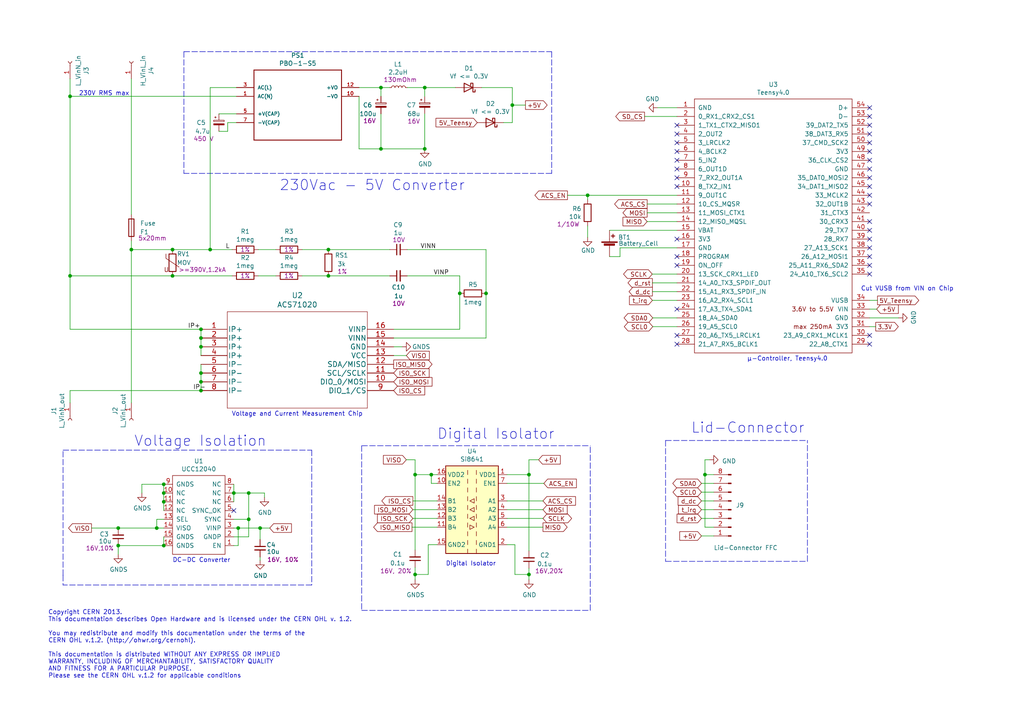
<source format=kicad_sch>
(kicad_sch (version 20211123) (generator eeschema)

  (uuid 1e8701fc-ad24-40ea-846a-e3db538d6077)

  (paper "A4")

  (title_block
    (title "Power Analyzer with an ACS71020 and a Teensy")
    (rev "V2.2")
  )

  (lib_symbols
    (symbol "ACS71020:ACS71020KMABTR-030B3-SPI" (pin_names (offset 0.254)) (in_bom yes) (on_board yes)
      (property "Reference" "U" (id 0) (at 27.94 10.16 0)
        (effects (font (size 1.524 1.524)))
      )
      (property "Value" "ACS71020KMABTR-030B3-SPI" (id 1) (at 27.94 7.62 0)
        (effects (font (size 1.524 1.524)))
      )
      (property "Footprint" "SOICW-16_ALM" (id 2) (at 27.94 6.096 0)
        (effects (font (size 1.524 1.524)) hide)
      )
      (property "Datasheet" "" (id 3) (at 0 0 0)
        (effects (font (size 1.524 1.524)))
      )
      (property "ki_locked" "" (id 4) (at 0 0 0)
        (effects (font (size 1.27 1.27)))
      )
      (property "ki_fp_filters" "SOICW-16_ALM" (id 5) (at 0 0 0)
        (effects (font (size 1.27 1.27)) hide)
      )
      (symbol "ACS71020KMABTR-030B3-SPI_1_1"
        (polyline
          (pts
            (xy 7.62 -22.86)
            (xy 48.26 -22.86)
          )
          (stroke (width 0.127) (type default) (color 0 0 0 0))
          (fill (type none))
        )
        (polyline
          (pts
            (xy 7.62 5.08)
            (xy 7.62 -22.86)
          )
          (stroke (width 0.127) (type default) (color 0 0 0 0))
          (fill (type none))
        )
        (polyline
          (pts
            (xy 48.26 -22.86)
            (xy 48.26 5.08)
          )
          (stroke (width 0.127) (type default) (color 0 0 0 0))
          (fill (type none))
        )
        (polyline
          (pts
            (xy 48.26 5.08)
            (xy 7.62 5.08)
          )
          (stroke (width 0.127) (type default) (color 0 0 0 0))
          (fill (type none))
        )
        (pin unspecified line (at 0 0 0) (length 7.62)
          (name "IP+" (effects (font (size 1.4986 1.4986))))
          (number "1" (effects (font (size 1.4986 1.4986))))
        )
        (pin bidirectional line (at 55.88 -15.24 180) (length 7.62)
          (name "DIO_0/MOSI" (effects (font (size 1.4986 1.4986))))
          (number "10" (effects (font (size 1.4986 1.4986))))
        )
        (pin unspecified line (at 55.88 -12.7 180) (length 7.62)
          (name "SCL/SCLK" (effects (font (size 1.4986 1.4986))))
          (number "11" (effects (font (size 1.4986 1.4986))))
        )
        (pin unspecified line (at 55.88 -10.16 180) (length 7.62)
          (name "SDA/MISO" (effects (font (size 1.4986 1.4986))))
          (number "12" (effects (font (size 1.4986 1.4986))))
        )
        (pin power_in line (at 55.88 -7.62 180) (length 7.62)
          (name "VCC" (effects (font (size 1.4986 1.4986))))
          (number "13" (effects (font (size 1.4986 1.4986))))
        )
        (pin power_in line (at 55.88 -5.08 180) (length 7.62)
          (name "GND" (effects (font (size 1.4986 1.4986))))
          (number "14" (effects (font (size 1.4986 1.4986))))
        )
        (pin unspecified line (at 55.88 -2.54 180) (length 7.62)
          (name "VINN" (effects (font (size 1.4986 1.4986))))
          (number "15" (effects (font (size 1.4986 1.4986))))
        )
        (pin unspecified line (at 55.88 0 180) (length 7.62)
          (name "VINP" (effects (font (size 1.4986 1.4986))))
          (number "16" (effects (font (size 1.4986 1.4986))))
        )
        (pin unspecified line (at 0 -2.54 0) (length 7.62)
          (name "IP+" (effects (font (size 1.4986 1.4986))))
          (number "2" (effects (font (size 1.4986 1.4986))))
        )
        (pin unspecified line (at 0 -5.08 0) (length 7.62)
          (name "IP+" (effects (font (size 1.4986 1.4986))))
          (number "3" (effects (font (size 1.4986 1.4986))))
        )
        (pin unspecified line (at 0 -7.62 0) (length 7.62)
          (name "IP+" (effects (font (size 1.4986 1.4986))))
          (number "4" (effects (font (size 1.4986 1.4986))))
        )
        (pin bidirectional line (at 0 -10.16 0) (length 7.62)
          (name "IP-" (effects (font (size 1.4986 1.4986))))
          (number "5" (effects (font (size 1.4986 1.4986))))
        )
        (pin bidirectional line (at 0 -12.7 0) (length 7.62)
          (name "IP-" (effects (font (size 1.4986 1.4986))))
          (number "6" (effects (font (size 1.4986 1.4986))))
        )
        (pin bidirectional line (at 0 -15.24 0) (length 7.62)
          (name "IP-" (effects (font (size 1.4986 1.4986))))
          (number "7" (effects (font (size 1.4986 1.4986))))
        )
        (pin bidirectional line (at 0 -17.78 0) (length 7.62)
          (name "IP-" (effects (font (size 1.4986 1.4986))))
          (number "8" (effects (font (size 1.4986 1.4986))))
        )
        (pin bidirectional line (at 55.88 -17.78 180) (length 7.62)
          (name "DIO_1/CS" (effects (font (size 1.4986 1.4986))))
          (number "9" (effects (font (size 1.4986 1.4986))))
        )
      )
    )
    (symbol "Connector:Conn_01x01_Female" (pin_names (offset 1.016) hide) (in_bom yes) (on_board yes)
      (property "Reference" "J" (id 0) (at 0 2.54 0)
        (effects (font (size 1.27 1.27)))
      )
      (property "Value" "Conn_01x01_Female" (id 1) (at 0 -2.54 0)
        (effects (font (size 1.27 1.27)))
      )
      (property "Footprint" "" (id 2) (at 0 0 0)
        (effects (font (size 1.27 1.27)) hide)
      )
      (property "Datasheet" "~" (id 3) (at 0 0 0)
        (effects (font (size 1.27 1.27)) hide)
      )
      (property "ki_keywords" "connector" (id 4) (at 0 0 0)
        (effects (font (size 1.27 1.27)) hide)
      )
      (property "ki_description" "Generic connector, single row, 01x01, script generated (kicad-library-utils/schlib/autogen/connector/)" (id 5) (at 0 0 0)
        (effects (font (size 1.27 1.27)) hide)
      )
      (property "ki_fp_filters" "Connector*:*" (id 6) (at 0 0 0)
        (effects (font (size 1.27 1.27)) hide)
      )
      (symbol "Conn_01x01_Female_1_1"
        (polyline
          (pts
            (xy -1.27 0)
            (xy -0.508 0)
          )
          (stroke (width 0.1524) (type default) (color 0 0 0 0))
          (fill (type none))
        )
        (arc (start 0 0.508) (mid -0.508 0) (end 0 -0.508)
          (stroke (width 0.1524) (type default) (color 0 0 0 0))
          (fill (type none))
        )
        (pin passive line (at -5.08 0 0) (length 3.81)
          (name "Pin_1" (effects (font (size 1.27 1.27))))
          (number "1" (effects (font (size 1.27 1.27))))
        )
      )
    )
    (symbol "Connector:Conn_01x08_Male" (pin_names (offset 1.016) hide) (in_bom yes) (on_board yes)
      (property "Reference" "J" (id 0) (at 0 10.16 0)
        (effects (font (size 1.27 1.27)))
      )
      (property "Value" "Conn_01x08_Male" (id 1) (at 0 -12.7 0)
        (effects (font (size 1.27 1.27)))
      )
      (property "Footprint" "" (id 2) (at 0 0 0)
        (effects (font (size 1.27 1.27)) hide)
      )
      (property "Datasheet" "~" (id 3) (at 0 0 0)
        (effects (font (size 1.27 1.27)) hide)
      )
      (property "ki_keywords" "connector" (id 4) (at 0 0 0)
        (effects (font (size 1.27 1.27)) hide)
      )
      (property "ki_description" "Generic connector, single row, 01x08, script generated (kicad-library-utils/schlib/autogen/connector/)" (id 5) (at 0 0 0)
        (effects (font (size 1.27 1.27)) hide)
      )
      (property "ki_fp_filters" "Connector*:*_1x??_*" (id 6) (at 0 0 0)
        (effects (font (size 1.27 1.27)) hide)
      )
      (symbol "Conn_01x08_Male_1_1"
        (polyline
          (pts
            (xy 1.27 -10.16)
            (xy 0.8636 -10.16)
          )
          (stroke (width 0.1524) (type default) (color 0 0 0 0))
          (fill (type none))
        )
        (polyline
          (pts
            (xy 1.27 -7.62)
            (xy 0.8636 -7.62)
          )
          (stroke (width 0.1524) (type default) (color 0 0 0 0))
          (fill (type none))
        )
        (polyline
          (pts
            (xy 1.27 -5.08)
            (xy 0.8636 -5.08)
          )
          (stroke (width 0.1524) (type default) (color 0 0 0 0))
          (fill (type none))
        )
        (polyline
          (pts
            (xy 1.27 -2.54)
            (xy 0.8636 -2.54)
          )
          (stroke (width 0.1524) (type default) (color 0 0 0 0))
          (fill (type none))
        )
        (polyline
          (pts
            (xy 1.27 0)
            (xy 0.8636 0)
          )
          (stroke (width 0.1524) (type default) (color 0 0 0 0))
          (fill (type none))
        )
        (polyline
          (pts
            (xy 1.27 2.54)
            (xy 0.8636 2.54)
          )
          (stroke (width 0.1524) (type default) (color 0 0 0 0))
          (fill (type none))
        )
        (polyline
          (pts
            (xy 1.27 5.08)
            (xy 0.8636 5.08)
          )
          (stroke (width 0.1524) (type default) (color 0 0 0 0))
          (fill (type none))
        )
        (polyline
          (pts
            (xy 1.27 7.62)
            (xy 0.8636 7.62)
          )
          (stroke (width 0.1524) (type default) (color 0 0 0 0))
          (fill (type none))
        )
        (rectangle (start 0.8636 -10.033) (end 0 -10.287)
          (stroke (width 0.1524) (type default) (color 0 0 0 0))
          (fill (type outline))
        )
        (rectangle (start 0.8636 -7.493) (end 0 -7.747)
          (stroke (width 0.1524) (type default) (color 0 0 0 0))
          (fill (type outline))
        )
        (rectangle (start 0.8636 -4.953) (end 0 -5.207)
          (stroke (width 0.1524) (type default) (color 0 0 0 0))
          (fill (type outline))
        )
        (rectangle (start 0.8636 -2.413) (end 0 -2.667)
          (stroke (width 0.1524) (type default) (color 0 0 0 0))
          (fill (type outline))
        )
        (rectangle (start 0.8636 0.127) (end 0 -0.127)
          (stroke (width 0.1524) (type default) (color 0 0 0 0))
          (fill (type outline))
        )
        (rectangle (start 0.8636 2.667) (end 0 2.413)
          (stroke (width 0.1524) (type default) (color 0 0 0 0))
          (fill (type outline))
        )
        (rectangle (start 0.8636 5.207) (end 0 4.953)
          (stroke (width 0.1524) (type default) (color 0 0 0 0))
          (fill (type outline))
        )
        (rectangle (start 0.8636 7.747) (end 0 7.493)
          (stroke (width 0.1524) (type default) (color 0 0 0 0))
          (fill (type outline))
        )
        (pin passive line (at 5.08 7.62 180) (length 3.81)
          (name "Pin_1" (effects (font (size 1.27 1.27))))
          (number "1" (effects (font (size 1.27 1.27))))
        )
        (pin passive line (at 5.08 5.08 180) (length 3.81)
          (name "Pin_2" (effects (font (size 1.27 1.27))))
          (number "2" (effects (font (size 1.27 1.27))))
        )
        (pin passive line (at 5.08 2.54 180) (length 3.81)
          (name "Pin_3" (effects (font (size 1.27 1.27))))
          (number "3" (effects (font (size 1.27 1.27))))
        )
        (pin passive line (at 5.08 0 180) (length 3.81)
          (name "Pin_4" (effects (font (size 1.27 1.27))))
          (number "4" (effects (font (size 1.27 1.27))))
        )
        (pin passive line (at 5.08 -2.54 180) (length 3.81)
          (name "Pin_5" (effects (font (size 1.27 1.27))))
          (number "5" (effects (font (size 1.27 1.27))))
        )
        (pin passive line (at 5.08 -5.08 180) (length 3.81)
          (name "Pin_6" (effects (font (size 1.27 1.27))))
          (number "6" (effects (font (size 1.27 1.27))))
        )
        (pin passive line (at 5.08 -7.62 180) (length 3.81)
          (name "Pin_7" (effects (font (size 1.27 1.27))))
          (number "7" (effects (font (size 1.27 1.27))))
        )
        (pin passive line (at 5.08 -10.16 180) (length 3.81)
          (name "Pin_8" (effects (font (size 1.27 1.27))))
          (number "8" (effects (font (size 1.27 1.27))))
        )
      )
    )
    (symbol "Device:Battery_Cell" (pin_numbers hide) (pin_names (offset 0) hide) (in_bom yes) (on_board yes)
      (property "Reference" "BT" (id 0) (at 2.54 2.54 0)
        (effects (font (size 1.27 1.27)) (justify left))
      )
      (property "Value" "Battery_Cell" (id 1) (at 2.54 0 0)
        (effects (font (size 1.27 1.27)) (justify left))
      )
      (property "Footprint" "" (id 2) (at 0 1.524 90)
        (effects (font (size 1.27 1.27)) hide)
      )
      (property "Datasheet" "~" (id 3) (at 0 1.524 90)
        (effects (font (size 1.27 1.27)) hide)
      )
      (property "ki_keywords" "battery cell" (id 4) (at 0 0 0)
        (effects (font (size 1.27 1.27)) hide)
      )
      (property "ki_description" "Single-cell battery" (id 5) (at 0 0 0)
        (effects (font (size 1.27 1.27)) hide)
      )
      (symbol "Battery_Cell_0_1"
        (rectangle (start -2.286 1.778) (end 2.286 1.524)
          (stroke (width 0) (type default) (color 0 0 0 0))
          (fill (type outline))
        )
        (rectangle (start -1.5748 1.1938) (end 1.4732 0.6858)
          (stroke (width 0) (type default) (color 0 0 0 0))
          (fill (type outline))
        )
        (polyline
          (pts
            (xy 0 0.762)
            (xy 0 0)
          )
          (stroke (width 0) (type default) (color 0 0 0 0))
          (fill (type none))
        )
        (polyline
          (pts
            (xy 0 1.778)
            (xy 0 2.54)
          )
          (stroke (width 0) (type default) (color 0 0 0 0))
          (fill (type none))
        )
        (polyline
          (pts
            (xy 0.508 3.429)
            (xy 1.524 3.429)
          )
          (stroke (width 0.254) (type default) (color 0 0 0 0))
          (fill (type none))
        )
        (polyline
          (pts
            (xy 1.016 3.937)
            (xy 1.016 2.921)
          )
          (stroke (width 0.254) (type default) (color 0 0 0 0))
          (fill (type none))
        )
      )
      (symbol "Battery_Cell_1_1"
        (pin passive line (at 0 5.08 270) (length 2.54)
          (name "+" (effects (font (size 1.27 1.27))))
          (number "1" (effects (font (size 1.27 1.27))))
        )
        (pin passive line (at 0 -2.54 90) (length 2.54)
          (name "-" (effects (font (size 1.27 1.27))))
          (number "2" (effects (font (size 1.27 1.27))))
        )
      )
    )
    (symbol "Device:CP_Small" (pin_numbers hide) (pin_names (offset 0.254) hide) (in_bom yes) (on_board yes)
      (property "Reference" "C" (id 0) (at 0.254 1.778 0)
        (effects (font (size 1.27 1.27)) (justify left))
      )
      (property "Value" "Device_CP_Small" (id 1) (at 0.254 -2.032 0)
        (effects (font (size 1.27 1.27)) (justify left))
      )
      (property "Footprint" "" (id 2) (at 0 0 0)
        (effects (font (size 1.27 1.27)) hide)
      )
      (property "Datasheet" "" (id 3) (at 0 0 0)
        (effects (font (size 1.27 1.27)) hide)
      )
      (property "ki_fp_filters" "CP_*" (id 4) (at 0 0 0)
        (effects (font (size 1.27 1.27)) hide)
      )
      (symbol "CP_Small_0_1"
        (rectangle (start -1.524 -0.3048) (end 1.524 -0.6858)
          (stroke (width 0) (type default) (color 0 0 0 0))
          (fill (type outline))
        )
        (rectangle (start -1.524 0.6858) (end 1.524 0.3048)
          (stroke (width 0) (type default) (color 0 0 0 0))
          (fill (type none))
        )
        (polyline
          (pts
            (xy -1.27 1.524)
            (xy -0.762 1.524)
          )
          (stroke (width 0) (type default) (color 0 0 0 0))
          (fill (type none))
        )
        (polyline
          (pts
            (xy -1.016 1.27)
            (xy -1.016 1.778)
          )
          (stroke (width 0) (type default) (color 0 0 0 0))
          (fill (type none))
        )
      )
      (symbol "CP_Small_1_1"
        (pin passive line (at 0 2.54 270) (length 1.8542)
          (name "~" (effects (font (size 1.27 1.27))))
          (number "1" (effects (font (size 1.27 1.27))))
        )
        (pin passive line (at 0 -2.54 90) (length 1.8542)
          (name "~" (effects (font (size 1.27 1.27))))
          (number "2" (effects (font (size 1.27 1.27))))
        )
      )
    )
    (symbol "Device:C_Small" (pin_numbers hide) (pin_names (offset 0.254) hide) (in_bom yes) (on_board yes)
      (property "Reference" "C" (id 0) (at 0.254 1.778 0)
        (effects (font (size 1.27 1.27)) (justify left))
      )
      (property "Value" "C_Small" (id 1) (at 0.254 -2.032 0)
        (effects (font (size 1.27 1.27)) (justify left))
      )
      (property "Footprint" "" (id 2) (at 0 0 0)
        (effects (font (size 1.27 1.27)) hide)
      )
      (property "Datasheet" "~" (id 3) (at 0 0 0)
        (effects (font (size 1.27 1.27)) hide)
      )
      (property "ki_keywords" "capacitor cap" (id 4) (at 0 0 0)
        (effects (font (size 1.27 1.27)) hide)
      )
      (property "ki_description" "Unpolarized capacitor, small symbol" (id 5) (at 0 0 0)
        (effects (font (size 1.27 1.27)) hide)
      )
      (property "ki_fp_filters" "C_*" (id 6) (at 0 0 0)
        (effects (font (size 1.27 1.27)) hide)
      )
      (symbol "C_Small_0_1"
        (polyline
          (pts
            (xy -1.524 -0.508)
            (xy 1.524 -0.508)
          )
          (stroke (width 0.3302) (type default) (color 0 0 0 0))
          (fill (type none))
        )
        (polyline
          (pts
            (xy -1.524 0.508)
            (xy 1.524 0.508)
          )
          (stroke (width 0.3048) (type default) (color 0 0 0 0))
          (fill (type none))
        )
      )
      (symbol "C_Small_1_1"
        (pin passive line (at 0 2.54 270) (length 2.032)
          (name "~" (effects (font (size 1.27 1.27))))
          (number "1" (effects (font (size 1.27 1.27))))
        )
        (pin passive line (at 0 -2.54 90) (length 2.032)
          (name "~" (effects (font (size 1.27 1.27))))
          (number "2" (effects (font (size 1.27 1.27))))
        )
      )
    )
    (symbol "Device:D_Schottky" (pin_numbers hide) (pin_names (offset 1.016) hide) (in_bom yes) (on_board yes)
      (property "Reference" "D" (id 0) (at 0 2.54 0)
        (effects (font (size 1.27 1.27)))
      )
      (property "Value" "D_Schottky" (id 1) (at 0 -2.54 0)
        (effects (font (size 1.27 1.27)))
      )
      (property "Footprint" "" (id 2) (at 0 0 0)
        (effects (font (size 1.27 1.27)) hide)
      )
      (property "Datasheet" "~" (id 3) (at 0 0 0)
        (effects (font (size 1.27 1.27)) hide)
      )
      (property "ki_keywords" "diode Schottky" (id 4) (at 0 0 0)
        (effects (font (size 1.27 1.27)) hide)
      )
      (property "ki_description" "Schottky diode" (id 5) (at 0 0 0)
        (effects (font (size 1.27 1.27)) hide)
      )
      (property "ki_fp_filters" "TO-???* *_Diode_* *SingleDiode* D_*" (id 6) (at 0 0 0)
        (effects (font (size 1.27 1.27)) hide)
      )
      (symbol "D_Schottky_0_1"
        (polyline
          (pts
            (xy 1.27 0)
            (xy -1.27 0)
          )
          (stroke (width 0) (type default) (color 0 0 0 0))
          (fill (type none))
        )
        (polyline
          (pts
            (xy 1.27 1.27)
            (xy 1.27 -1.27)
            (xy -1.27 0)
            (xy 1.27 1.27)
          )
          (stroke (width 0.254) (type default) (color 0 0 0 0))
          (fill (type none))
        )
        (polyline
          (pts
            (xy -1.905 0.635)
            (xy -1.905 1.27)
            (xy -1.27 1.27)
            (xy -1.27 -1.27)
            (xy -0.635 -1.27)
            (xy -0.635 -0.635)
          )
          (stroke (width 0.254) (type default) (color 0 0 0 0))
          (fill (type none))
        )
      )
      (symbol "D_Schottky_1_1"
        (pin passive line (at -3.81 0 0) (length 2.54)
          (name "K" (effects (font (size 1.27 1.27))))
          (number "1" (effects (font (size 1.27 1.27))))
        )
        (pin passive line (at 3.81 0 180) (length 2.54)
          (name "A" (effects (font (size 1.27 1.27))))
          (number "2" (effects (font (size 1.27 1.27))))
        )
      )
    )
    (symbol "Device:Fuse" (pin_numbers hide) (pin_names (offset 0)) (in_bom yes) (on_board yes)
      (property "Reference" "F" (id 0) (at 2.032 0 90)
        (effects (font (size 1.27 1.27)))
      )
      (property "Value" "Fuse" (id 1) (at -1.905 0 90)
        (effects (font (size 1.27 1.27)))
      )
      (property "Footprint" "" (id 2) (at -1.778 0 90)
        (effects (font (size 1.27 1.27)) hide)
      )
      (property "Datasheet" "~" (id 3) (at 0 0 0)
        (effects (font (size 1.27 1.27)) hide)
      )
      (property "ki_keywords" "fuse" (id 4) (at 0 0 0)
        (effects (font (size 1.27 1.27)) hide)
      )
      (property "ki_description" "Fuse" (id 5) (at 0 0 0)
        (effects (font (size 1.27 1.27)) hide)
      )
      (property "ki_fp_filters" "*Fuse*" (id 6) (at 0 0 0)
        (effects (font (size 1.27 1.27)) hide)
      )
      (symbol "Fuse_0_1"
        (rectangle (start -0.762 -2.54) (end 0.762 2.54)
          (stroke (width 0.254) (type default) (color 0 0 0 0))
          (fill (type none))
        )
        (polyline
          (pts
            (xy 0 2.54)
            (xy 0 -2.54)
          )
          (stroke (width 0) (type default) (color 0 0 0 0))
          (fill (type none))
        )
      )
      (symbol "Fuse_1_1"
        (pin passive line (at 0 3.81 270) (length 1.27)
          (name "~" (effects (font (size 1.27 1.27))))
          (number "1" (effects (font (size 1.27 1.27))))
        )
        (pin passive line (at 0 -3.81 90) (length 1.27)
          (name "~" (effects (font (size 1.27 1.27))))
          (number "2" (effects (font (size 1.27 1.27))))
        )
      )
    )
    (symbol "Device:L_Small" (pin_numbers hide) (pin_names (offset 0.254) hide) (in_bom yes) (on_board yes)
      (property "Reference" "L" (id 0) (at 0.762 1.016 0)
        (effects (font (size 1.27 1.27)) (justify left))
      )
      (property "Value" "L_Small" (id 1) (at 0.762 -1.016 0)
        (effects (font (size 1.27 1.27)) (justify left))
      )
      (property "Footprint" "" (id 2) (at 0 0 0)
        (effects (font (size 1.27 1.27)) hide)
      )
      (property "Datasheet" "~" (id 3) (at 0 0 0)
        (effects (font (size 1.27 1.27)) hide)
      )
      (property "ki_keywords" "inductor choke coil reactor magnetic" (id 4) (at 0 0 0)
        (effects (font (size 1.27 1.27)) hide)
      )
      (property "ki_description" "Inductor, small symbol" (id 5) (at 0 0 0)
        (effects (font (size 1.27 1.27)) hide)
      )
      (property "ki_fp_filters" "Choke_* *Coil* Inductor_* L_*" (id 6) (at 0 0 0)
        (effects (font (size 1.27 1.27)) hide)
      )
      (symbol "L_Small_0_1"
        (arc (start 0 -2.032) (mid 0.508 -1.524) (end 0 -1.016)
          (stroke (width 0) (type default) (color 0 0 0 0))
          (fill (type none))
        )
        (arc (start 0 -1.016) (mid 0.508 -0.508) (end 0 0)
          (stroke (width 0) (type default) (color 0 0 0 0))
          (fill (type none))
        )
        (arc (start 0 0) (mid 0.508 0.508) (end 0 1.016)
          (stroke (width 0) (type default) (color 0 0 0 0))
          (fill (type none))
        )
        (arc (start 0 1.016) (mid 0.508 1.524) (end 0 2.032)
          (stroke (width 0) (type default) (color 0 0 0 0))
          (fill (type none))
        )
      )
      (symbol "L_Small_1_1"
        (pin passive line (at 0 2.54 270) (length 0.508)
          (name "~" (effects (font (size 1.27 1.27))))
          (number "1" (effects (font (size 1.27 1.27))))
        )
        (pin passive line (at 0 -2.54 90) (length 0.508)
          (name "~" (effects (font (size 1.27 1.27))))
          (number "2" (effects (font (size 1.27 1.27))))
        )
      )
    )
    (symbol "Device:R" (pin_numbers hide) (pin_names (offset 0)) (in_bom yes) (on_board yes)
      (property "Reference" "R" (id 0) (at 2.032 0 90)
        (effects (font (size 1.27 1.27)))
      )
      (property "Value" "R" (id 1) (at 0 0 90)
        (effects (font (size 1.27 1.27)))
      )
      (property "Footprint" "" (id 2) (at -1.778 0 90)
        (effects (font (size 1.27 1.27)) hide)
      )
      (property "Datasheet" "~" (id 3) (at 0 0 0)
        (effects (font (size 1.27 1.27)) hide)
      )
      (property "ki_keywords" "R res resistor" (id 4) (at 0 0 0)
        (effects (font (size 1.27 1.27)) hide)
      )
      (property "ki_description" "Resistor" (id 5) (at 0 0 0)
        (effects (font (size 1.27 1.27)) hide)
      )
      (property "ki_fp_filters" "R_*" (id 6) (at 0 0 0)
        (effects (font (size 1.27 1.27)) hide)
      )
      (symbol "R_0_1"
        (rectangle (start -1.016 -2.54) (end 1.016 2.54)
          (stroke (width 0.254) (type default) (color 0 0 0 0))
          (fill (type none))
        )
      )
      (symbol "R_1_1"
        (pin passive line (at 0 3.81 270) (length 1.27)
          (name "~" (effects (font (size 1.27 1.27))))
          (number "1" (effects (font (size 1.27 1.27))))
        )
        (pin passive line (at 0 -3.81 90) (length 1.27)
          (name "~" (effects (font (size 1.27 1.27))))
          (number "2" (effects (font (size 1.27 1.27))))
        )
      )
    )
    (symbol "Device:Varistor" (pin_numbers hide) (pin_names (offset 0)) (in_bom yes) (on_board yes)
      (property "Reference" "RV" (id 0) (at 3.175 0 90)
        (effects (font (size 1.27 1.27)))
      )
      (property "Value" "Varistor" (id 1) (at -3.175 0 90)
        (effects (font (size 1.27 1.27)))
      )
      (property "Footprint" "" (id 2) (at -1.778 0 90)
        (effects (font (size 1.27 1.27)) hide)
      )
      (property "Datasheet" "~" (id 3) (at 0 0 0)
        (effects (font (size 1.27 1.27)) hide)
      )
      (property "ki_keywords" "VDR resistance" (id 4) (at 0 0 0)
        (effects (font (size 1.27 1.27)) hide)
      )
      (property "ki_description" "Voltage dependent resistor" (id 5) (at 0 0 0)
        (effects (font (size 1.27 1.27)) hide)
      )
      (property "ki_fp_filters" "RV_* Varistor*" (id 6) (at 0 0 0)
        (effects (font (size 1.27 1.27)) hide)
      )
      (symbol "Varistor_0_0"
        (text "U" (at -1.778 -2.032 0)
          (effects (font (size 1.27 1.27)))
        )
      )
      (symbol "Varistor_0_1"
        (rectangle (start -1.016 -2.54) (end 1.016 2.54)
          (stroke (width 0.254) (type default) (color 0 0 0 0))
          (fill (type none))
        )
        (polyline
          (pts
            (xy -1.905 2.54)
            (xy -1.905 1.27)
            (xy 1.905 -1.27)
          )
          (stroke (width 0) (type default) (color 0 0 0 0))
          (fill (type none))
        )
      )
      (symbol "Varistor_1_1"
        (pin passive line (at 0 3.81 270) (length 1.27)
          (name "~" (effects (font (size 1.27 1.27))))
          (number "1" (effects (font (size 1.27 1.27))))
        )
        (pin passive line (at 0 -3.81 90) (length 1.27)
          (name "~" (effects (font (size 1.27 1.27))))
          (number "2" (effects (font (size 1.27 1.27))))
        )
      )
    )
    (symbol "Isolator:Si8641BB-B-IS1" (in_bom yes) (on_board yes)
      (property "Reference" "U" (id 0) (at 0 15.875 0)
        (effects (font (size 1.27 1.27)))
      )
      (property "Value" "Si8641BB-B-IS1" (id 1) (at 0 13.97 0)
        (effects (font (size 1.27 1.27)))
      )
      (property "Footprint" "Package_SO:SOIC-16_3.9x9.9mm_P1.27mm" (id 2) (at 0 -13.97 0)
        (effects (font (size 1.27 1.27) italic) hide)
      )
      (property "Datasheet" "https://www.silabs.com/documents/public/data-sheets/si864x-datasheet.pdf" (id 3) (at 0 10.16 0)
        (effects (font (size 1.27 1.27)) hide)
      )
      (property "ki_keywords" "4Ch 3In 1Out Quad Digital Isolator 150Mbps" (id 4) (at 0 0 0)
        (effects (font (size 1.27 1.27)) hide)
      )
      (property "ki_description" "Low-Power Quad-Channel Digital Isolator, 150Mbps, 2.5-5.5V, 2.5kV isolation, Fail-Safe Low, SOIC-16" (id 5) (at 0 0 0)
        (effects (font (size 1.27 1.27)) hide)
      )
      (property "ki_fp_filters" "SOIC*3.9x9.9mm*P1.27mm*" (id 6) (at 0 0 0)
        (effects (font (size 1.27 1.27)) hide)
      )
      (symbol "Si8641BB-B-IS1_0_1"
        (rectangle (start -7.62 12.7) (end 7.62 -12.7)
          (stroke (width 0.254) (type default) (color 0 0 0 0))
          (fill (type background))
        )
        (polyline
          (pts
            (xy -1.27 -11.43)
            (xy -1.27 -12.7)
          )
          (stroke (width 0) (type default) (color 0 0 0 0))
          (fill (type none))
        )
        (polyline
          (pts
            (xy -1.27 -8.89)
            (xy -1.27 -10.16)
          )
          (stroke (width 0) (type default) (color 0 0 0 0))
          (fill (type none))
        )
        (polyline
          (pts
            (xy -1.27 -6.35)
            (xy -1.27 -7.62)
          )
          (stroke (width 0) (type default) (color 0 0 0 0))
          (fill (type none))
        )
        (polyline
          (pts
            (xy -1.27 -3.81)
            (xy -1.27 -5.08)
          )
          (stroke (width 0) (type default) (color 0 0 0 0))
          (fill (type none))
        )
        (polyline
          (pts
            (xy -1.27 -1.27)
            (xy -1.27 -2.54)
          )
          (stroke (width 0) (type default) (color 0 0 0 0))
          (fill (type none))
        )
        (polyline
          (pts
            (xy -1.27 1.27)
            (xy -1.27 0)
          )
          (stroke (width 0) (type default) (color 0 0 0 0))
          (fill (type none))
        )
        (polyline
          (pts
            (xy -1.27 3.81)
            (xy -1.27 2.54)
          )
          (stroke (width 0) (type default) (color 0 0 0 0))
          (fill (type none))
        )
        (polyline
          (pts
            (xy -1.27 6.35)
            (xy -1.27 5.08)
          )
          (stroke (width 0) (type default) (color 0 0 0 0))
          (fill (type none))
        )
        (polyline
          (pts
            (xy -1.27 8.89)
            (xy -1.27 7.62)
          )
          (stroke (width 0) (type default) (color 0 0 0 0))
          (fill (type none))
        )
        (polyline
          (pts
            (xy -1.27 11.43)
            (xy -1.27 10.16)
          )
          (stroke (width 0) (type default) (color 0 0 0 0))
          (fill (type none))
        )
        (polyline
          (pts
            (xy 1.27 -11.43)
            (xy 1.27 -12.7)
          )
          (stroke (width 0) (type default) (color 0 0 0 0))
          (fill (type none))
        )
        (polyline
          (pts
            (xy 1.27 -8.89)
            (xy 1.27 -10.16)
          )
          (stroke (width 0) (type default) (color 0 0 0 0))
          (fill (type none))
        )
        (polyline
          (pts
            (xy 1.27 -6.35)
            (xy 1.27 -7.62)
          )
          (stroke (width 0) (type default) (color 0 0 0 0))
          (fill (type none))
        )
        (polyline
          (pts
            (xy 1.27 -3.81)
            (xy 1.27 -5.08)
          )
          (stroke (width 0) (type default) (color 0 0 0 0))
          (fill (type none))
        )
        (polyline
          (pts
            (xy 1.27 -1.27)
            (xy 1.27 -2.54)
          )
          (stroke (width 0) (type default) (color 0 0 0 0))
          (fill (type none))
        )
        (polyline
          (pts
            (xy 1.27 1.27)
            (xy 1.27 0)
          )
          (stroke (width 0) (type default) (color 0 0 0 0))
          (fill (type none))
        )
        (polyline
          (pts
            (xy 1.27 3.81)
            (xy 1.27 2.54)
          )
          (stroke (width 0) (type default) (color 0 0 0 0))
          (fill (type none))
        )
        (polyline
          (pts
            (xy 1.27 6.35)
            (xy 1.27 5.08)
          )
          (stroke (width 0) (type default) (color 0 0 0 0))
          (fill (type none))
        )
        (polyline
          (pts
            (xy 1.27 8.89)
            (xy 1.27 7.62)
          )
          (stroke (width 0) (type default) (color 0 0 0 0))
          (fill (type none))
        )
        (polyline
          (pts
            (xy 1.27 11.43)
            (xy 1.27 10.16)
          )
          (stroke (width 0) (type default) (color 0 0 0 0))
          (fill (type none))
        )
        (polyline
          (pts
            (xy -0.635 -5.08)
            (xy 0.635 -4.445)
            (xy 0.635 -5.715)
            (xy -0.635 -5.08)
          )
          (stroke (width 0) (type default) (color 0 0 0 0))
          (fill (type none))
        )
        (polyline
          (pts
            (xy -0.635 0.635)
            (xy -0.635 -0.635)
            (xy 0.635 0)
            (xy -0.635 0.635)
          )
          (stroke (width 0) (type default) (color 0 0 0 0))
          (fill (type none))
        )
        (polyline
          (pts
            (xy -0.635 3.175)
            (xy -0.635 1.905)
            (xy 0.635 2.54)
            (xy -0.635 3.175)
          )
          (stroke (width 0) (type default) (color 0 0 0 0))
          (fill (type none))
        )
        (polyline
          (pts
            (xy 0.635 -2.54)
            (xy -0.635 -1.905)
            (xy -0.635 -3.175)
            (xy 0.635 -2.54)
          )
          (stroke (width 0) (type default) (color 0 0 0 0))
          (fill (type none))
        )
      )
      (symbol "Si8641BB-B-IS1_1_1"
        (pin power_in line (at -10.16 10.16 0) (length 2.54)
          (name "VDD1" (effects (font (size 1.27 1.27))))
          (number "1" (effects (font (size 1.27 1.27))))
        )
        (pin input line (at 10.16 7.62 180) (length 2.54)
          (name "EN2" (effects (font (size 1.27 1.27))))
          (number "10" (effects (font (size 1.27 1.27))))
        )
        (pin input line (at 10.16 -5.08 180) (length 2.54)
          (name "B4" (effects (font (size 1.27 1.27))))
          (number "11" (effects (font (size 1.27 1.27))))
        )
        (pin output line (at 10.16 -2.54 180) (length 2.54)
          (name "B3" (effects (font (size 1.27 1.27))))
          (number "12" (effects (font (size 1.27 1.27))))
        )
        (pin output line (at 10.16 0 180) (length 2.54)
          (name "B2" (effects (font (size 1.27 1.27))))
          (number "13" (effects (font (size 1.27 1.27))))
        )
        (pin output line (at 10.16 2.54 180) (length 2.54)
          (name "B1" (effects (font (size 1.27 1.27))))
          (number "14" (effects (font (size 1.27 1.27))))
        )
        (pin power_in line (at 10.16 -10.16 180) (length 2.54)
          (name "GND2" (effects (font (size 1.27 1.27))))
          (number "15" (effects (font (size 1.27 1.27))))
        )
        (pin power_in line (at 10.16 10.16 180) (length 2.54)
          (name "VDD2" (effects (font (size 1.27 1.27))))
          (number "16" (effects (font (size 1.27 1.27))))
        )
        (pin power_in line (at -10.16 -10.16 0) (length 2.54)
          (name "GND1" (effects (font (size 1.27 1.27))))
          (number "2" (effects (font (size 1.27 1.27))))
        )
        (pin input line (at -10.16 2.54 0) (length 2.54)
          (name "A1" (effects (font (size 1.27 1.27))))
          (number "3" (effects (font (size 1.27 1.27))))
        )
        (pin input line (at -10.16 0 0) (length 2.54)
          (name "A2" (effects (font (size 1.27 1.27))))
          (number "4" (effects (font (size 1.27 1.27))))
        )
        (pin input line (at -10.16 -2.54 0) (length 2.54)
          (name "A3" (effects (font (size 1.27 1.27))))
          (number "5" (effects (font (size 1.27 1.27))))
        )
        (pin output line (at -10.16 -5.08 0) (length 2.54)
          (name "A4" (effects (font (size 1.27 1.27))))
          (number "6" (effects (font (size 1.27 1.27))))
        )
        (pin input line (at -10.16 7.62 0) (length 2.54)
          (name "EN1" (effects (font (size 1.27 1.27))))
          (number "7" (effects (font (size 1.27 1.27))))
        )
        (pin passive line (at -10.16 -10.16 0) (length 2.54) hide
          (name "GND1" (effects (font (size 1.27 1.27))))
          (number "8" (effects (font (size 1.27 1.27))))
        )
        (pin passive line (at 10.16 -10.16 180) (length 2.54) hide
          (name "GND2" (effects (font (size 1.27 1.27))))
          (number "9" (effects (font (size 1.27 1.27))))
        )
      )
    )
    (symbol "Own_symbollib:UCC12040DVE" (pin_names (offset 1.016)) (in_bom yes) (on_board yes)
      (property "Reference" "U" (id 0) (at 0 13.97 0)
        (effects (font (size 1.27 1.27)))
      )
      (property "Value" "UCC12040DVE" (id 1) (at 0 11.43 0)
        (effects (font (size 1.27 1.27)))
      )
      (property "Footprint" "" (id 2) (at 0 13.97 0)
        (effects (font (size 1.27 1.27)) hide)
      )
      (property "Datasheet" "" (id 3) (at 0 13.97 0)
        (effects (font (size 1.27 1.27)) hide)
      )
      (symbol "UCC12040DVE_0_1"
        (rectangle (start -7.62 10.16) (end 7.62 -12.7)
          (stroke (width 0) (type default) (color 0 0 0 0))
          (fill (type none))
        )
      )
      (symbol "UCC12040DVE_1_1"
        (pin passive line (at -10.16 7.62 0) (length 2.54)
          (name "EN" (effects (font (size 1.27 1.27))))
          (number "1" (effects (font (size 1.27 1.27))))
        )
        (pin passive line (at 10.16 -7.62 180) (length 2.54)
          (name "NC" (effects (font (size 1.27 1.27))))
          (number "10" (effects (font (size 1.27 1.27))))
        )
        (pin passive line (at 10.16 -5.08 180) (length 2.54)
          (name "NC" (effects (font (size 1.27 1.27))))
          (number "11" (effects (font (size 1.27 1.27))))
        )
        (pin passive line (at 10.16 -2.54 180) (length 2.54)
          (name "NC" (effects (font (size 1.27 1.27))))
          (number "12" (effects (font (size 1.27 1.27))))
        )
        (pin passive line (at 10.16 0 180) (length 2.54)
          (name "SEL" (effects (font (size 1.27 1.27))))
          (number "13" (effects (font (size 1.27 1.27))))
        )
        (pin power_out line (at 10.16 2.54 180) (length 2.54)
          (name "VISO" (effects (font (size 1.27 1.27))))
          (number "14" (effects (font (size 1.27 1.27))))
        )
        (pin power_in line (at 10.16 5.08 180) (length 2.54)
          (name "GNDS" (effects (font (size 1.27 1.27))))
          (number "15" (effects (font (size 1.27 1.27))))
        )
        (pin power_in line (at 10.16 7.62 180) (length 2.54)
          (name "GNDS" (effects (font (size 1.27 1.27))))
          (number "16" (effects (font (size 1.27 1.27))))
        )
        (pin power_in line (at -10.16 5.08 0) (length 2.54)
          (name "GNDP" (effects (font (size 1.27 1.27))))
          (number "2" (effects (font (size 1.27 1.27))))
        )
        (pin power_out line (at -10.16 2.54 0) (length 2.54)
          (name "VINP" (effects (font (size 1.27 1.27))))
          (number "3" (effects (font (size 1.27 1.27))))
        )
        (pin passive line (at -10.16 0 0) (length 2.54)
          (name "SYNC" (effects (font (size 1.27 1.27))))
          (number "4" (effects (font (size 1.27 1.27))))
        )
        (pin passive line (at -10.16 -2.54 0) (length 2.54)
          (name "SYNC_OK" (effects (font (size 1.27 1.27))))
          (number "5" (effects (font (size 1.27 1.27))))
        )
        (pin passive line (at -10.16 -5.08 0) (length 2.54)
          (name "NC" (effects (font (size 1.27 1.27))))
          (number "6" (effects (font (size 1.27 1.27))))
        )
        (pin passive line (at -10.16 -7.62 0) (length 2.54)
          (name "NC" (effects (font (size 1.27 1.27))))
          (number "7" (effects (font (size 1.27 1.27))))
        )
        (pin passive line (at -10.16 -10.16 0) (length 2.54)
          (name "NC" (effects (font (size 1.27 1.27))))
          (number "8" (effects (font (size 1.27 1.27))))
        )
        (pin power_in line (at 10.16 -10.16 180) (length 2.54)
          (name "GNDS" (effects (font (size 1.27 1.27))))
          (number "9" (effects (font (size 1.27 1.27))))
        )
      )
    )
    (symbol "PBO-1-S5:PBO-1-S5" (pin_names (offset 1.016)) (in_bom yes) (on_board yes)
      (property "Reference" "PS" (id 0) (at -12.7254 10.1854 0)
        (effects (font (size 1.27 1.27)) (justify left bottom))
      )
      (property "Value" "PBO-1-S5" (id 1) (at -12.7508 -12.7508 0)
        (effects (font (size 1.27 1.27)) (justify left bottom))
      )
      (property "Footprint" "CONV_PBO-1-S5" (id 2) (at 0 0 0)
        (effects (font (size 1.27 1.27)) (justify left bottom) hide)
      )
      (property "Datasheet" "CUI Inc" (id 3) (at 0 0 0)
        (effects (font (size 1.27 1.27)) (justify left bottom) hide)
      )
      (property "Field4" "1.0" (id 4) (at 0 0 0)
        (effects (font (size 1.27 1.27)) (justify left bottom) hide)
      )
      (property "Field5" "Manufacturer Recommendations" (id 5) (at 0 0 0)
        (effects (font (size 1.27 1.27)) (justify left bottom) hide)
      )
      (property "ki_locked" "" (id 6) (at 0 0 0)
        (effects (font (size 1.27 1.27)))
      )
      (symbol "PBO-1-S5_0_0"
        (polyline
          (pts
            (xy -12.7 -10.16)
            (xy 12.7 -10.16)
          )
          (stroke (width 0.254) (type default) (color 0 0 0 0))
          (fill (type none))
        )
        (polyline
          (pts
            (xy -12.7 10.16)
            (xy -12.7 -10.16)
          )
          (stroke (width 0.254) (type default) (color 0 0 0 0))
          (fill (type none))
        )
        (polyline
          (pts
            (xy 12.7 -10.16)
            (xy 12.7 10.16)
          )
          (stroke (width 0.254) (type default) (color 0 0 0 0))
          (fill (type none))
        )
        (polyline
          (pts
            (xy 12.7 10.16)
            (xy -12.7 10.16)
          )
          (stroke (width 0.254) (type default) (color 0 0 0 0))
          (fill (type none))
        )
        (pin input line (at -17.78 2.54 0) (length 5.08)
          (name "AC(N)" (effects (font (size 1.016 1.016))))
          (number "1" (effects (font (size 1.016 1.016))))
        )
        (pin output line (at 17.78 2.54 180) (length 5.08)
          (name "-VO" (effects (font (size 1.016 1.016))))
          (number "10" (effects (font (size 1.016 1.016))))
        )
        (pin output line (at 17.78 5.08 180) (length 5.08)
          (name "+VO" (effects (font (size 1.016 1.016))))
          (number "12" (effects (font (size 1.016 1.016))))
        )
        (pin input line (at -17.78 5.08 0) (length 5.08)
          (name "AC(L)" (effects (font (size 1.016 1.016))))
          (number "3" (effects (font (size 1.016 1.016))))
        )
        (pin passive line (at -17.78 -2.54 0) (length 5.08)
          (name "+V(CAP)" (effects (font (size 1.016 1.016))))
          (number "5" (effects (font (size 1.016 1.016))))
        )
        (pin passive line (at -17.78 -5.08 0) (length 5.08)
          (name "-V(CAP)" (effects (font (size 1.016 1.016))))
          (number "7" (effects (font (size 1.016 1.016))))
        )
      )
    )
    (symbol "Teensy:Teensy4.0" (pin_names (offset 1.016)) (in_bom yes) (on_board yes)
      (property "Reference" "U" (id 0) (at 0 39.37 0)
        (effects (font (size 1.27 1.27)))
      )
      (property "Value" "Teensy4.0" (id 1) (at 0 -39.37 0)
        (effects (font (size 1.27 1.27)))
      )
      (property "Footprint" "" (id 2) (at -10.16 5.08 0)
        (effects (font (size 1.27 1.27)) hide)
      )
      (property "Datasheet" "" (id 3) (at -10.16 5.08 0)
        (effects (font (size 1.27 1.27)) hide)
      )
      (symbol "Teensy4.0_0_0"
        (text "3.6V to 5.5V" (at 11.43 -24.13 0)
          (effects (font (size 1.27 1.27)))
        )
        (text "max 250mA" (at 11.43 -29.21 0)
          (effects (font (size 1.27 1.27)))
        )
        (pin bidirectional line (at -27.94 11.43 0) (length 5.08)
          (name "8_TX2_IN1" (effects (font (size 1.27 1.27))))
          (number "10" (effects (font (size 1.27 1.27))))
        )
        (pin bidirectional line (at -27.94 8.89 0) (length 5.08)
          (name "9_OUT1C" (effects (font (size 1.27 1.27))))
          (number "11" (effects (font (size 1.27 1.27))))
        )
        (pin bidirectional line (at -27.94 6.35 0) (length 5.08)
          (name "10_CS_MQSR" (effects (font (size 1.27 1.27))))
          (number "12" (effects (font (size 1.27 1.27))))
        )
        (pin bidirectional line (at -27.94 3.81 0) (length 5.08)
          (name "11_MOSI_CTX1" (effects (font (size 1.27 1.27))))
          (number "13" (effects (font (size 1.27 1.27))))
        )
        (pin bidirectional line (at -27.94 1.27 0) (length 5.08)
          (name "12_MISO_MQSL" (effects (font (size 1.27 1.27))))
          (number "14" (effects (font (size 1.27 1.27))))
        )
        (pin power_in line (at -27.94 -1.27 0) (length 5.08)
          (name "VBAT" (effects (font (size 1.27 1.27))))
          (number "15" (effects (font (size 1.27 1.27))))
        )
        (pin power_in line (at -27.94 -3.81 0) (length 5.08)
          (name "3V3" (effects (font (size 1.27 1.27))))
          (number "16" (effects (font (size 1.27 1.27))))
        )
        (pin power_in line (at -27.94 -6.35 0) (length 5.08)
          (name "GND" (effects (font (size 1.27 1.27))))
          (number "17" (effects (font (size 1.27 1.27))))
        )
        (pin input line (at -27.94 -8.89 0) (length 5.08)
          (name "PROGRAM" (effects (font (size 1.27 1.27))))
          (number "18" (effects (font (size 1.27 1.27))))
        )
        (pin input line (at -27.94 -11.43 0) (length 5.08)
          (name "ON_OFF" (effects (font (size 1.27 1.27))))
          (number "19" (effects (font (size 1.27 1.27))))
        )
        (pin bidirectional line (at -27.94 -13.97 0) (length 5.08)
          (name "13_SCK_CRX1_LED" (effects (font (size 1.27 1.27))))
          (number "20" (effects (font (size 1.27 1.27))))
        )
        (pin bidirectional line (at -27.94 -16.51 0) (length 5.08)
          (name "14_A0_TX3_SPDIF_OUT" (effects (font (size 1.27 1.27))))
          (number "21" (effects (font (size 1.27 1.27))))
        )
        (pin bidirectional line (at -27.94 -19.05 0) (length 5.08)
          (name "15_A1_RX3_SPDIF_IN" (effects (font (size 1.27 1.27))))
          (number "22" (effects (font (size 1.27 1.27))))
        )
        (pin bidirectional line (at -27.94 -21.59 0) (length 5.08)
          (name "16_A2_RX4_SCL1" (effects (font (size 1.27 1.27))))
          (number "23" (effects (font (size 1.27 1.27))))
        )
        (pin bidirectional line (at -27.94 -24.13 0) (length 5.08)
          (name "17_A3_TX4_SDA1" (effects (font (size 1.27 1.27))))
          (number "24" (effects (font (size 1.27 1.27))))
        )
        (pin bidirectional line (at -27.94 -26.67 0) (length 5.08)
          (name "18_A4_SDA0" (effects (font (size 1.27 1.27))))
          (number "25" (effects (font (size 1.27 1.27))))
        )
        (pin bidirectional line (at -27.94 -29.21 0) (length 5.08)
          (name "19_A5_SCL0" (effects (font (size 1.27 1.27))))
          (number "26" (effects (font (size 1.27 1.27))))
        )
        (pin bidirectional line (at -27.94 -31.75 0) (length 5.08)
          (name "20_A6_TX5_LRCLK1" (effects (font (size 1.27 1.27))))
          (number "27" (effects (font (size 1.27 1.27))))
        )
        (pin bidirectional line (at -27.94 -34.29 0) (length 5.08)
          (name "21_A7_RX5_BCLK1" (effects (font (size 1.27 1.27))))
          (number "28" (effects (font (size 1.27 1.27))))
        )
        (pin bidirectional line (at 27.94 -34.29 180) (length 5.08)
          (name "22_A8_CTX1" (effects (font (size 1.27 1.27))))
          (number "29" (effects (font (size 1.27 1.27))))
        )
        (pin bidirectional line (at 27.94 -31.75 180) (length 5.08)
          (name "23_A9_CRX1_MCLK1" (effects (font (size 1.27 1.27))))
          (number "30" (effects (font (size 1.27 1.27))))
        )
        (pin power_out line (at 27.94 -29.21 180) (length 5.08)
          (name "3V3" (effects (font (size 1.27 1.27))))
          (number "31" (effects (font (size 1.27 1.27))))
        )
        (pin power_in line (at 27.94 -26.67 180) (length 5.08)
          (name "GND" (effects (font (size 1.27 1.27))))
          (number "32" (effects (font (size 1.27 1.27))))
        )
        (pin power_in line (at 27.94 -24.13 180) (length 5.08)
          (name "VIN" (effects (font (size 1.27 1.27))))
          (number "33" (effects (font (size 1.27 1.27))))
        )
        (pin power_out line (at 27.94 -21.59 180) (length 5.08)
          (name "VUSB" (effects (font (size 1.27 1.27))))
          (number "34" (effects (font (size 1.27 1.27))))
        )
        (pin bidirectional line (at 27.94 -13.97 180) (length 5.08)
          (name "24_A10_TX6_SCL2" (effects (font (size 1.27 1.27))))
          (number "35" (effects (font (size 1.27 1.27))))
        )
        (pin bidirectional line (at 27.94 -11.43 180) (length 5.08)
          (name "25_A11_RX6_SDA2" (effects (font (size 1.27 1.27))))
          (number "36" (effects (font (size 1.27 1.27))))
        )
        (pin bidirectional line (at 27.94 -8.89 180) (length 5.08)
          (name "26_A12_MOSI1" (effects (font (size 1.27 1.27))))
          (number "37" (effects (font (size 1.27 1.27))))
        )
        (pin bidirectional line (at 27.94 -6.35 180) (length 5.08)
          (name "27_A13_SCK1" (effects (font (size 1.27 1.27))))
          (number "38" (effects (font (size 1.27 1.27))))
        )
        (pin bidirectional line (at 27.94 -3.81 180) (length 5.08)
          (name "28_RX7" (effects (font (size 1.27 1.27))))
          (number "39" (effects (font (size 1.27 1.27))))
        )
        (pin bidirectional line (at 27.94 -1.27 180) (length 5.08)
          (name "29_TX7" (effects (font (size 1.27 1.27))))
          (number "40" (effects (font (size 1.27 1.27))))
        )
        (pin bidirectional line (at 27.94 1.27 180) (length 5.08)
          (name "30_CRX3" (effects (font (size 1.27 1.27))))
          (number "41" (effects (font (size 1.27 1.27))))
        )
        (pin bidirectional line (at 27.94 3.81 180) (length 5.08)
          (name "31_CTX3" (effects (font (size 1.27 1.27))))
          (number "42" (effects (font (size 1.27 1.27))))
        )
        (pin bidirectional line (at 27.94 6.35 180) (length 5.08)
          (name "32_OUT1B" (effects (font (size 1.27 1.27))))
          (number "43" (effects (font (size 1.27 1.27))))
        )
        (pin bidirectional line (at 27.94 8.89 180) (length 5.08)
          (name "33_MCLK2" (effects (font (size 1.27 1.27))))
          (number "44" (effects (font (size 1.27 1.27))))
        )
        (pin bidirectional line (at 27.94 11.43 180) (length 5.08)
          (name "34_DAT1_MISO2" (effects (font (size 1.27 1.27))))
          (number "45" (effects (font (size 1.27 1.27))))
        )
        (pin bidirectional line (at 27.94 13.97 180) (length 5.08)
          (name "35_DAT0_MOSI2" (effects (font (size 1.27 1.27))))
          (number "46" (effects (font (size 1.27 1.27))))
        )
        (pin power_out line (at 27.94 16.51 180) (length 5.08)
          (name "GND" (effects (font (size 1.27 1.27))))
          (number "47" (effects (font (size 1.27 1.27))))
        )
        (pin bidirectional line (at 27.94 19.05 180) (length 5.08)
          (name "36_CLK_CS2" (effects (font (size 1.27 1.27))))
          (number "48" (effects (font (size 1.27 1.27))))
        )
        (pin power_out line (at 27.94 21.59 180) (length 5.08)
          (name "3V3" (effects (font (size 1.27 1.27))))
          (number "49" (effects (font (size 1.27 1.27))))
        )
        (pin bidirectional line (at -27.94 24.13 0) (length 5.08)
          (name "3_LRCLK2" (effects (font (size 1.27 1.27))))
          (number "5" (effects (font (size 1.27 1.27))))
        )
        (pin bidirectional line (at 27.94 24.13 180) (length 5.08)
          (name "37_CMD_SCK2" (effects (font (size 1.27 1.27))))
          (number "50" (effects (font (size 1.27 1.27))))
        )
        (pin bidirectional line (at 27.94 26.67 180) (length 5.08)
          (name "38_DAT3_RX5" (effects (font (size 1.27 1.27))))
          (number "51" (effects (font (size 1.27 1.27))))
        )
        (pin bidirectional line (at 27.94 29.21 180) (length 5.08)
          (name "39_DAT2_TX5" (effects (font (size 1.27 1.27))))
          (number "52" (effects (font (size 1.27 1.27))))
        )
        (pin bidirectional line (at 27.94 31.75 180) (length 5.08)
          (name "D-" (effects (font (size 1.27 1.27))))
          (number "53" (effects (font (size 1.27 1.27))))
        )
        (pin bidirectional line (at 27.94 34.29 180) (length 5.08)
          (name "D+" (effects (font (size 1.27 1.27))))
          (number "54" (effects (font (size 1.27 1.27))))
        )
        (pin bidirectional line (at -27.94 21.59 0) (length 5.08)
          (name "4_BCLK2" (effects (font (size 1.27 1.27))))
          (number "6" (effects (font (size 1.27 1.27))))
        )
        (pin bidirectional line (at -27.94 19.05 0) (length 5.08)
          (name "5_IN2" (effects (font (size 1.27 1.27))))
          (number "7" (effects (font (size 1.27 1.27))))
        )
        (pin bidirectional line (at -27.94 16.51 0) (length 5.08)
          (name "6_OUT1D" (effects (font (size 1.27 1.27))))
          (number "8" (effects (font (size 1.27 1.27))))
        )
        (pin bidirectional line (at -27.94 13.97 0) (length 5.08)
          (name "7_RX2_OUT1A" (effects (font (size 1.27 1.27))))
          (number "9" (effects (font (size 1.27 1.27))))
        )
      )
      (symbol "Teensy4.0_0_1"
        (rectangle (start -22.86 36.83) (end 22.86 -36.83)
          (stroke (width 0) (type default) (color 0 0 0 0))
          (fill (type none))
        )
        (rectangle (start -20.32 -31.75) (end -20.32 -31.75)
          (stroke (width 0) (type default) (color 0 0 0 0))
          (fill (type none))
        )
      )
      (symbol "Teensy4.0_1_1"
        (pin power_in line (at -27.94 34.29 0) (length 5.08)
          (name "GND" (effects (font (size 1.27 1.27))))
          (number "1" (effects (font (size 1.27 1.27))))
        )
        (pin bidirectional line (at -27.94 31.75 0) (length 5.08)
          (name "0_RX1_CRX2_CS1" (effects (font (size 1.27 1.27))))
          (number "2" (effects (font (size 1.27 1.27))))
        )
        (pin bidirectional line (at -27.94 29.21 0) (length 5.08)
          (name "1_TX1_CTX2_MISO1" (effects (font (size 1.27 1.27))))
          (number "3" (effects (font (size 1.27 1.27))))
        )
        (pin bidirectional line (at -27.94 26.67 0) (length 5.08)
          (name "2_OUT2" (effects (font (size 1.27 1.27))))
          (number "4" (effects (font (size 1.27 1.27))))
        )
      )
    )
    (symbol "power:GND" (power) (pin_names (offset 0)) (in_bom yes) (on_board yes)
      (property "Reference" "#PWR" (id 0) (at 0 -6.35 0)
        (effects (font (size 1.27 1.27)) hide)
      )
      (property "Value" "GND" (id 1) (at 0 -3.81 0)
        (effects (font (size 1.27 1.27)))
      )
      (property "Footprint" "" (id 2) (at 0 0 0)
        (effects (font (size 1.27 1.27)) hide)
      )
      (property "Datasheet" "" (id 3) (at 0 0 0)
        (effects (font (size 1.27 1.27)) hide)
      )
      (property "ki_keywords" "power-flag" (id 4) (at 0 0 0)
        (effects (font (size 1.27 1.27)) hide)
      )
      (property "ki_description" "Power symbol creates a global label with name \"GND\" , ground" (id 5) (at 0 0 0)
        (effects (font (size 1.27 1.27)) hide)
      )
      (symbol "GND_0_1"
        (polyline
          (pts
            (xy 0 0)
            (xy 0 -1.27)
            (xy 1.27 -1.27)
            (xy 0 -2.54)
            (xy -1.27 -1.27)
            (xy 0 -1.27)
          )
          (stroke (width 0) (type default) (color 0 0 0 0))
          (fill (type none))
        )
      )
      (symbol "GND_1_1"
        (pin power_in line (at 0 0 270) (length 0) hide
          (name "GND" (effects (font (size 1.27 1.27))))
          (number "1" (effects (font (size 1.27 1.27))))
        )
      )
    )
    (symbol "power:GNDS" (power) (pin_names (offset 0)) (in_bom yes) (on_board yes)
      (property "Reference" "#PWR" (id 0) (at 0 -6.35 0)
        (effects (font (size 1.27 1.27)) hide)
      )
      (property "Value" "GNDS" (id 1) (at 0 -3.81 0)
        (effects (font (size 1.27 1.27)))
      )
      (property "Footprint" "" (id 2) (at 0 0 0)
        (effects (font (size 1.27 1.27)) hide)
      )
      (property "Datasheet" "" (id 3) (at 0 0 0)
        (effects (font (size 1.27 1.27)) hide)
      )
      (property "ki_keywords" "power-flag" (id 4) (at 0 0 0)
        (effects (font (size 1.27 1.27)) hide)
      )
      (property "ki_description" "Power symbol creates a global label with name \"GNDS\" , signal ground" (id 5) (at 0 0 0)
        (effects (font (size 1.27 1.27)) hide)
      )
      (symbol "GNDS_0_1"
        (polyline
          (pts
            (xy 0 0)
            (xy 0 -1.27)
            (xy 1.27 -1.27)
            (xy 0 -2.54)
            (xy -1.27 -1.27)
            (xy 0 -1.27)
          )
          (stroke (width 0) (type default) (color 0 0 0 0))
          (fill (type none))
        )
      )
      (symbol "GNDS_1_1"
        (pin power_in line (at 0 0 270) (length 0) hide
          (name "GNDS" (effects (font (size 1.27 1.27))))
          (number "1" (effects (font (size 1.27 1.27))))
        )
      )
    )
  )

  (junction (at 20.32 80.01) (diameter 0) (color 0 0 0 0)
    (uuid 063a4b89-ff5c-4ebc-8c26-eb3638df6196)
  )
  (junction (at 120.396 137.668) (diameter 0) (color 0 0 0 0)
    (uuid 1677414d-0422-4c57-8272-c86b114f14b6)
  )
  (junction (at 47.498 143.002) (diameter 0) (color 0 0 0 0)
    (uuid 173f6f06-e7d0-42ac-ab03-ce6b79b9eeee)
  )
  (junction (at 153.416 137.668) (diameter 0) (color 0 0 0 0)
    (uuid 2b66375d-0e86-47be-91f0-e332699a3458)
  )
  (junction (at 47.498 140.462) (diameter 0) (color 0 0 0 0)
    (uuid 2e842263-c0ba-46fd-a760-6624d4c78278)
  )
  (junction (at 72.136 143.002) (diameter 0) (color 0 0 0 0)
    (uuid 2f9bb652-d27a-4fb1-a3e2-adde869a2ee9)
  )
  (junction (at 110.49 25.4) (diameter 0) (color 0 0 0 0)
    (uuid 411d4270-c66c-4318-b7fb-1470d34862b8)
  )
  (junction (at 47.498 158.242) (diameter 0) (color 0 0 0 0)
    (uuid 4d20df3b-df93-4f9d-b1a0-a27a0983d463)
  )
  (junction (at 123.19 43.18) (diameter 0) (color 0 0 0 0)
    (uuid 4d586a18-26c5-441e-a9ff-8125ee516126)
  )
  (junction (at 120.396 166.624) (diameter 0) (color 0 0 0 0)
    (uuid 609f3fd2-aa07-4687-a937-3ade8da1f576)
  )
  (junction (at 58.293 110.744) (diameter 0) (color 0 0 0 0)
    (uuid 644ae9fc-3c8e-4089-866e-a12bf371c3e9)
  )
  (junction (at 67.818 143.002) (diameter 0) (color 0 0 0 0)
    (uuid 6bf05d19-ba3e-4ba6-8a6f-4e0bc45ea3b2)
  )
  (junction (at 58.293 95.504) (diameter 0) (color 0 0 0 0)
    (uuid 6f00ecce-db4c-4b2f-96b0-7a87739fae8c)
  )
  (junction (at 69.088 153.162) (diameter 0) (color 0 0 0 0)
    (uuid 74d68199-7563-4f24-b27e-62fdcad76ad0)
  )
  (junction (at 148.59 30.48) (diameter 0) (color 0 0 0 0)
    (uuid 86dc7a78-7d51-4111-9eea-8a8f7977eb16)
  )
  (junction (at 58.293 100.584) (diameter 0) (color 0 0 0 0)
    (uuid 87d7448e-e139-4209-ae0b-372f805267da)
  )
  (junction (at 45.466 153.162) (diameter 0) (color 0 0 0 0)
    (uuid 886b4748-5f38-4a90-87d4-e872fac793e9)
  )
  (junction (at 20.32 27.94) (diameter 0) (color 0 0 0 0)
    (uuid 8972b98f-cd3a-42ee-9d09-894f4c650fa3)
  )
  (junction (at 60.96 72.39) (diameter 0) (color 0 0 0 0)
    (uuid 9286cf02-1563-41d2-9931-c192c33bab31)
  )
  (junction (at 38.1 72.39) (diameter 0) (color 0 0 0 0)
    (uuid 96de0051-7945-413a-9219-1ab367546962)
  )
  (junction (at 34.29 153.162) (diameter 0) (color 0 0 0 0)
    (uuid 96f5a6ff-4ec7-4019-8650-906dac1d50bd)
  )
  (junction (at 95.25 72.39) (diameter 0) (color 0 0 0 0)
    (uuid 9cb12cc8-7f1a-4a01-9256-c119f11a8a02)
  )
  (junction (at 58.293 98.044) (diameter 0) (color 0 0 0 0)
    (uuid a13ab237-8f8d-4e16-8c47-4440653b8534)
  )
  (junction (at 153.416 166.624) (diameter 0) (color 0 0 0 0)
    (uuid aa223640-5a91-4643-8195-10e52dba0fb7)
  )
  (junction (at 58.293 113.284) (diameter 0) (color 0 0 0 0)
    (uuid b33c51e2-519e-4ac3-b8fc-7714188b611f)
  )
  (junction (at 110.49 43.18) (diameter 0) (color 0 0 0 0)
    (uuid b52d6ff3-fef1-496e-8dd5-ebb89b6bce6a)
  )
  (junction (at 123.19 25.4) (diameter 0) (color 0 0 0 0)
    (uuid bc0dbc57-3ae8-4ce5-a05c-2d6003bba475)
  )
  (junction (at 50.038 72.39) (diameter 0) (color 0 0 0 0)
    (uuid bdf3c2d2-0d2c-4961-a46b-bfb4b5618ce6)
  )
  (junction (at 125.095 137.668) (diameter 0) (color 0 0 0 0)
    (uuid c5d157b6-7f0d-4115-8525-176019031601)
  )
  (junction (at 170.434 56.642) (diameter 0) (color 0 0 0 0)
    (uuid c6ff8536-9252-49c6-9d88-27e7b0c06599)
  )
  (junction (at 47.498 145.542) (diameter 0) (color 0 0 0 0)
    (uuid cb16d05e-318b-4e51-867b-70d791d75bea)
  )
  (junction (at 34.29 158.242) (diameter 0) (color 0 0 0 0)
    (uuid cb7a23e1-7f58-4627-8fe0-0c9c628a8f99)
  )
  (junction (at 95.25 80.01) (diameter 0) (color 0 0 0 0)
    (uuid cfa5c16e-7859-460d-a0b8-cea7d7ea629c)
  )
  (junction (at 133.35 85.09) (diameter 0) (color 0 0 0 0)
    (uuid d083d1df-cc93-4a71-8ee8-74dc6410617e)
  )
  (junction (at 50.038 80.01) (diameter 0) (color 0 0 0 0)
    (uuid d1b6e053-2c6e-4025-bebd-791ff21406cc)
  )
  (junction (at 204.47 137.668) (diameter 0) (color 0 0 0 0)
    (uuid d98faf2a-b7ad-4a4f-a9bd-43ea1cecad51)
  )
  (junction (at 72.136 150.622) (diameter 0) (color 0 0 0 0)
    (uuid e18afb28-1c15-4322-9647-a23ff154629d)
  )
  (junction (at 58.293 108.204) (diameter 0) (color 0 0 0 0)
    (uuid ee41cb8e-512d-41d2-81e1-3c50fff32aeb)
  )
  (junction (at 75.438 153.162) (diameter 0) (color 0 0 0 0)
    (uuid f57d537d-eb88-4929-a06d-2c5251fa1100)
  )
  (junction (at 140.97 85.09) (diameter 0) (color 0 0 0 0)
    (uuid f73b5500-6337-4860-a114-6e307f65ec9f)
  )

  (no_connect (at 252.222 41.402) (uuid 1199146e-a60b-416a-b503-e77d6d2892f9))
  (no_connect (at 196.342 36.322) (uuid 16121028-bdf5-49c0-aae7-e28fe5bfa771))
  (no_connect (at 252.222 99.822) (uuid 196a8dd5-5fd6-4c7f-ae4a-0104bd82e61b))
  (no_connect (at 196.342 97.282) (uuid 2454fd1b-3484-4838-8b7e-d26357238fe1))
  (no_connect (at 252.222 56.642) (uuid 3f43d730-2a73-49fe-9672-32428e7f5b49))
  (no_connect (at 196.342 99.822) (uuid 45884597-7014-4461-83ee-9975c42b9a53))
  (no_connect (at 252.222 31.242) (uuid 477892a1-722e-4cda-bb6c-fcdb8ba5f93e))
  (no_connect (at 252.222 36.322) (uuid 479331ff-c540-41f4-84e6-b48d65171e59))
  (no_connect (at 196.342 69.342) (uuid 493f451d-caa4-41ef-978b-9e1e2c644a76))
  (no_connect (at 196.342 76.962) (uuid 493f451d-caa4-41ef-978b-9e1e2c644a77))
  (no_connect (at 252.222 76.962) (uuid 4db55cb8-197b-4402-871f-ce582b65664b))
  (no_connect (at 196.342 43.942) (uuid 5a222fb6-5159-4931-9015-19df65643140))
  (no_connect (at 196.342 54.102) (uuid 6bd115d6-07e0-45db-8f2e-3cbb0429104f))
  (no_connect (at 196.342 41.402) (uuid 7ce7415d-7c22-49f6-8215-488853ccc8c6))
  (no_connect (at 196.342 46.482) (uuid 88002554-c459-46e5-8b22-6ea6fe07fd4c))
  (no_connect (at 196.342 51.562) (uuid 8b290a17-6328-4178-9131-29524d345539))
  (no_connect (at 196.342 49.022) (uuid 8cdc8ef9-532e-4bf5-9998-7213b9e692a2))
  (no_connect (at 252.222 69.342) (uuid 9031bb33-c6aa-4758-bf5c-3274ed3ebab7))
  (no_connect (at 252.222 59.182) (uuid 9186dae5-6dc3-4744-9f90-e697559c6ac8))
  (no_connect (at 252.222 51.562) (uuid 98b00c9d-9188-4bce-aa70-92d12dd9cf82))
  (no_connect (at 252.222 43.942) (uuid 997c2f12-73ba-4c01-9ee0-42e37cbab790))
  (no_connect (at 252.222 74.422) (uuid 9aedbb9e-8340-4899-b813-05b23382a36b))
  (no_connect (at 252.222 54.102) (uuid a24ce0e2-fdd3-4e6a-b754-5dee9713dd27))
  (no_connect (at 196.342 89.662) (uuid ae77c3c8-1144-468e-ad5b-a0b4090735bd))
  (no_connect (at 252.222 46.482) (uuid afd38b10-2eca-4abe-aed1-a96fb07ffdbe))
  (no_connect (at 252.222 33.782) (uuid b09666f9-12f1-4ee9-8877-2292c94258ca))
  (no_connect (at 196.342 74.422) (uuid c3c499b1-9227-4e4b-9982-f9f1aa6203b9))
  (no_connect (at 252.222 97.282) (uuid c514e30c-e48e-4ca5-ab44-8b3afedef1f2))
  (no_connect (at 252.222 49.022) (uuid c8fd9dd3-06ad-4146-9239-0065013959ef))
  (no_connect (at 252.222 38.862) (uuid cc15f583-a41b-43af-ba94-a75455506a96))
  (no_connect (at 196.342 38.862) (uuid d0a0deb1-4f0f-4ede-b730-2c6d67cb9618))
  (no_connect (at 252.222 79.502) (uuid e97b5984-9f0f-43a4-9b8a-838eef4cceb2))
  (no_connect (at 67.818 148.082) (uuid eee16674-2d21-45b6-ab5e-d669125df26c))
  (no_connect (at 252.222 64.262) (uuid f1a9fb80-4cc4-410f-9616-e19c969dcab5))
  (no_connect (at 252.222 71.882) (uuid fa918b6d-f6cf-4471-be3b-4ff713f55a2e))
  (no_connect (at 252.222 66.802) (uuid fea7c5d1-76d6-41a0-b5e3-29889dbb8ce0))

  (wire (pts (xy 123.19 33.02) (xy 123.19 43.18))
    (stroke (width 0) (type default) (color 0 0 0 0))
    (uuid 009b5465-0a65-4237-93e7-eb65321eeb18)
  )
  (wire (pts (xy 123.19 25.4) (xy 132.08 25.4))
    (stroke (width 0) (type default) (color 0 0 0 0))
    (uuid 00f3ea8b-8a54-4e56-84ff-d98f6c00496c)
  )
  (polyline (pts (xy 90.424 130.556) (xy 90.424 169.672))
    (stroke (width 0) (type default) (color 0 0 0 0))
    (uuid 02985e6f-50ff-4bf1-9a63-27a14b2ef87e)
  )

  (wire (pts (xy 50.038 72.39) (xy 38.1 72.39))
    (stroke (width 0) (type default) (color 0 0 0 0))
    (uuid 0466f635-cb9c-4a88-8b3b-beb350c4b18e)
  )
  (wire (pts (xy 118.11 25.4) (xy 123.19 25.4))
    (stroke (width 0) (type default) (color 0 0 0 0))
    (uuid 0520f61d-4522-4301-a3fa-8ed0bf060f69)
  )
  (wire (pts (xy 20.32 113.284) (xy 58.293 113.284))
    (stroke (width 0) (type default) (color 0 0 0 0))
    (uuid 055fceb2-1788-4bd7-89ec-2cf3a45de883)
  )
  (wire (pts (xy 47.498 145.542) (xy 47.498 143.002))
    (stroke (width 0) (type default) (color 0 0 0 0))
    (uuid 057af6bb-cf6f-4bfb-b0c0-2e92a2c09a47)
  )
  (polyline (pts (xy 104.902 129.286) (xy 171.196 129.286))
    (stroke (width 0) (type default) (color 0 0 0 0))
    (uuid 06eef87f-349c-4265-a231-9702c295b43a)
  )
  (polyline (pts (xy 18.288 166.878) (xy 18.288 130.556))
    (stroke (width 0) (type default) (color 0 0 0 0))
    (uuid 07085788-64a6-4367-b56c-ae590fc5bcde)
  )
  (polyline (pts (xy 53.34 14.986) (xy 160.02 14.986))
    (stroke (width 0) (type default) (color 0 0 0 0))
    (uuid 079a9926-fc90-4d79-8aa5-5ff1c6a5c152)
  )

  (wire (pts (xy 58.293 98.044) (xy 58.293 95.504))
    (stroke (width 0) (type default) (color 0 0 0 0))
    (uuid 099096e4-8c2a-4d84-a16f-06b4b6330e7a)
  )
  (wire (pts (xy 75.438 153.162) (xy 78.232 153.162))
    (stroke (width 0) (type default) (color 0 0 0 0))
    (uuid 0a4728e2-0cd6-4db1-b1bc-818538dc7cf4)
  )
  (wire (pts (xy 176.784 74.422) (xy 179.832 74.422))
    (stroke (width 0) (type default) (color 0 0 0 0))
    (uuid 0a4afcf7-f4d1-410f-b263-cfb25dc4db71)
  )
  (wire (pts (xy 120.396 137.668) (xy 120.396 159.512))
    (stroke (width 0) (type default) (color 0 0 0 0))
    (uuid 0b455b03-7443-4fe1-aa7a-5cda46b5bcf1)
  )
  (wire (pts (xy 75.438 153.162) (xy 75.438 156.464))
    (stroke (width 0) (type default) (color 0 0 0 0))
    (uuid 0d7a0c09-19bc-4602-8d30-fcd7d6493b70)
  )
  (wire (pts (xy 149.352 166.624) (xy 153.416 166.624))
    (stroke (width 0) (type default) (color 0 0 0 0))
    (uuid 0dd16029-15cc-4378-8be1-bf03887380fe)
  )
  (wire (pts (xy 204.47 133.35) (xy 205.74 133.35))
    (stroke (width 0) (type default) (color 0 0 0 0))
    (uuid 0f054a56-b818-4595-810a-dbd773d99c80)
  )
  (wire (pts (xy 252.222 89.662) (xy 254.254 89.662))
    (stroke (width 0) (type default) (color 0 0 0 0))
    (uuid 0f324b67-75ef-407f-8dbc-3c1fc5c2abba)
  )
  (wire (pts (xy 254 94.742) (xy 252.222 94.742))
    (stroke (width 0) (type default) (color 0 0 0 0))
    (uuid 11b91fa4-999c-4467-a7ef-152b0fbaa166)
  )
  (wire (pts (xy 204.47 137.668) (xy 204.47 152.908))
    (stroke (width 0) (type default) (color 0 0 0 0))
    (uuid 12a24e86-2c38-4685-bba9-fff8dddb4cb0)
  )
  (wire (pts (xy 179.832 71.882) (xy 196.342 71.882))
    (stroke (width 0) (type default) (color 0 0 0 0))
    (uuid 13ef81a2-4a3d-4f69-aa8e-a50cf186bb38)
  )
  (wire (pts (xy 76.708 143.002) (xy 76.708 144.272))
    (stroke (width 0) (type default) (color 0 0 0 0))
    (uuid 19b0959e-a79b-43b2-a5ad-525ced7e9131)
  )
  (wire (pts (xy 125.095 137.668) (xy 126.746 137.668))
    (stroke (width 0) (type default) (color 0 0 0 0))
    (uuid 1a9b8b93-dbc7-485e-bdc9-941e8e8e22b6)
  )
  (wire (pts (xy 20.32 27.94) (xy 20.32 80.01))
    (stroke (width 0) (type default) (color 0 0 0 0))
    (uuid 1ad8589c-25ea-4a59-b01c-acbeb96c5a7b)
  )
  (polyline (pts (xy 171.196 177.038) (xy 171.196 129.286))
    (stroke (width 0) (type default) (color 0 0 0 0))
    (uuid 1bd61910-ff64-4b3b-8c0b-ab29755afcde)
  )

  (wire (pts (xy 164.592 56.642) (xy 170.434 56.642))
    (stroke (width 0) (type default) (color 0 0 0 0))
    (uuid 1d96d548-156c-44fc-a0e4-84a9e7d896f1)
  )
  (wire (pts (xy 170.434 65.532) (xy 170.434 68.834))
    (stroke (width 0) (type default) (color 0 0 0 0))
    (uuid 1e11a0d8-c081-49f3-ad13-bae9dd1a3c26)
  )
  (wire (pts (xy 58.293 108.204) (xy 58.293 110.744))
    (stroke (width 0) (type default) (color 0 0 0 0))
    (uuid 1e518c2a-4cb7-4599-a1fa-5b9f847da7d3)
  )
  (wire (pts (xy 45.466 150.622) (xy 45.466 153.162))
    (stroke (width 0) (type default) (color 0 0 0 0))
    (uuid 1fbb0219-551e-409b-a61b-76e8cebdfb9d)
  )
  (wire (pts (xy 123.19 43.18) (xy 110.49 43.18))
    (stroke (width 0) (type default) (color 0 0 0 0))
    (uuid 221bef83-3ea7-4d3f-adeb-53a8a07c6273)
  )
  (wire (pts (xy 68.58 27.94) (xy 20.32 27.94))
    (stroke (width 0) (type default) (color 0 0 0 0))
    (uuid 22bb6c80-05a9-4d89-98b0-f4c23fe6c1ce)
  )
  (wire (pts (xy 157.48 145.288) (xy 147.066 145.288))
    (stroke (width 0) (type default) (color 0 0 0 0))
    (uuid 2349ebea-e9fa-4200-a935-4a7eddefdce9)
  )
  (wire (pts (xy 149.352 157.988) (xy 147.066 157.988))
    (stroke (width 0) (type default) (color 0 0 0 0))
    (uuid 24e49e8d-4daa-4a08-8c98-3b107d7615a1)
  )
  (wire (pts (xy 67.818 143.002) (xy 67.818 145.542))
    (stroke (width 0) (type default) (color 0 0 0 0))
    (uuid 25e5aa8e-2696-44a3-8d3c-c2c53f2923cf)
  )
  (wire (pts (xy 203.454 140.208) (xy 207.01 140.208))
    (stroke (width 0) (type default) (color 0 0 0 0))
    (uuid 2a515af6-43cf-4c86-be40-fb57d199bd84)
  )
  (wire (pts (xy 38.1 72.39) (xy 38.1 116.84))
    (stroke (width 0) (type default) (color 0 0 0 0))
    (uuid 2db910a0-b943-40b4-b81f-068ba5265f56)
  )
  (wire (pts (xy 114.173 103.124) (xy 117.856 103.124))
    (stroke (width 0) (type default) (color 0 0 0 0))
    (uuid 2f6db614-25dd-4af2-af88-6931a9691de4)
  )
  (polyline (pts (xy 18.288 130.556) (xy 90.424 130.556))
    (stroke (width 0) (type default) (color 0 0 0 0))
    (uuid 345268bf-cbc5-473d-80c7-9eecf570b23d)
  )

  (wire (pts (xy 58.293 100.584) (xy 58.293 98.044))
    (stroke (width 0) (type default) (color 0 0 0 0))
    (uuid 34a74736-156e-4bf3-9200-cd137cfa59da)
  )
  (wire (pts (xy 153.416 137.668) (xy 153.416 159.766))
    (stroke (width 0) (type default) (color 0 0 0 0))
    (uuid 34cdc1c9-c9e2-44c4-9677-c1c7d7efd83d)
  )
  (wire (pts (xy 139.7 25.4) (xy 148.59 25.4))
    (stroke (width 0) (type default) (color 0 0 0 0))
    (uuid 34d03349-6d78-4165-a683-2d8b76f2bae8)
  )
  (wire (pts (xy 156.21 133.35) (xy 153.416 133.35))
    (stroke (width 0) (type default) (color 0 0 0 0))
    (uuid 34f19b9f-5531-4a99-8e68-421ea744e980)
  )
  (wire (pts (xy 124.206 166.624) (xy 120.396 166.624))
    (stroke (width 0) (type default) (color 0 0 0 0))
    (uuid 367e2ea0-fe59-438c-ab8c-dcc6503ad2cd)
  )
  (wire (pts (xy 148.59 30.48) (xy 152.4 30.48))
    (stroke (width 0) (type default) (color 0 0 0 0))
    (uuid 37b6c6d6-3e12-4736-912a-ea6e2bf06721)
  )
  (wire (pts (xy 118.11 80.01) (xy 133.35 80.01))
    (stroke (width 0) (type default) (color 0 0 0 0))
    (uuid 37e8181c-a81e-498b-b2e2-0aef0c391059)
  )
  (wire (pts (xy 110.49 25.4) (xy 110.49 27.94))
    (stroke (width 0) (type default) (color 0 0 0 0))
    (uuid 38a501e2-0ee8-439d-bd02-e9e90e7503e9)
  )
  (wire (pts (xy 72.136 150.622) (xy 72.136 143.002))
    (stroke (width 0) (type default) (color 0 0 0 0))
    (uuid 3a66ae0d-5bea-4c59-b52e-280c114b18ce)
  )
  (wire (pts (xy 95.25 80.01) (xy 113.03 80.01))
    (stroke (width 0) (type default) (color 0 0 0 0))
    (uuid 3a903940-2df6-4506-a451-62402b7c50b6)
  )
  (wire (pts (xy 20.32 113.284) (xy 20.32 116.84))
    (stroke (width 0) (type default) (color 0 0 0 0))
    (uuid 3b69024e-289d-42c9-bfb3-57ebbe43e06b)
  )
  (wire (pts (xy 114.173 100.584) (xy 116.586 100.584))
    (stroke (width 0) (type default) (color 0 0 0 0))
    (uuid 3e4ea16d-f89d-4afc-9e52-51be4fb33d91)
  )
  (wire (pts (xy 133.35 95.504) (xy 133.35 85.09))
    (stroke (width 0) (type default) (color 0 0 0 0))
    (uuid 3f28cf96-29ac-44be-b7ca-923386a75985)
  )
  (wire (pts (xy 69.088 153.162) (xy 67.818 153.162))
    (stroke (width 0) (type default) (color 0 0 0 0))
    (uuid 3fd54105-4b7e-4004-9801-76ec66108a22)
  )
  (wire (pts (xy 58.293 110.744) (xy 58.293 113.284))
    (stroke (width 0) (type default) (color 0 0 0 0))
    (uuid 41acfe41-fac7-432a-a7a3-946566e2d504)
  )
  (wire (pts (xy 50.038 72.39) (xy 60.96 72.39))
    (stroke (width 0) (type default) (color 0 0 0 0))
    (uuid 42ff012d-5eb7-42b9-bb45-415cf26799c6)
  )
  (wire (pts (xy 72.136 155.702) (xy 67.818 155.702))
    (stroke (width 0) (type default) (color 0 0 0 0))
    (uuid 44646447-0a8e-4aec-a74e-22bf765d0f33)
  )
  (polyline (pts (xy 104.902 129.286) (xy 104.902 177.038))
    (stroke (width 0) (type default) (color 0 0 0 0))
    (uuid 448974a9-abc0-46db-984e-2d07b6deab14)
  )

  (wire (pts (xy 47.498 143.002) (xy 47.498 140.462))
    (stroke (width 0) (type default) (color 0 0 0 0))
    (uuid 4632212f-13ce-4392-bc68-ccb9ba333770)
  )
  (wire (pts (xy 140.97 85.09) (xy 140.97 98.044))
    (stroke (width 0) (type default) (color 0 0 0 0))
    (uuid 4be811ad-332c-4238-bc1d-18c5a6f6600f)
  )
  (wire (pts (xy 149.352 157.988) (xy 149.352 166.624))
    (stroke (width 0) (type default) (color 0 0 0 0))
    (uuid 4e3bd6b2-d3a2-41f8-b6e2-22aee1399bf4)
  )
  (wire (pts (xy 189.23 87.122) (xy 196.342 87.122))
    (stroke (width 0) (type default) (color 0 0 0 0))
    (uuid 5533990a-caec-4b77-a3a3-eb9731a93e25)
  )
  (wire (pts (xy 203.454 147.828) (xy 207.01 147.828))
    (stroke (width 0) (type default) (color 0 0 0 0))
    (uuid 55ac5ac3-d35a-4f4f-bf7d-7dc1df2af813)
  )
  (wire (pts (xy 196.342 59.182) (xy 187.706 59.182))
    (stroke (width 0) (type default) (color 0 0 0 0))
    (uuid 5701b80f-f006-4814-81c9-0c7f006088a9)
  )
  (wire (pts (xy 190.754 31.242) (xy 196.342 31.242))
    (stroke (width 0) (type default) (color 0 0 0 0))
    (uuid 5a1f62c8-7d9a-4f39-be70-ccf6d70ffc44)
  )
  (wire (pts (xy 179.832 74.422) (xy 179.832 71.882))
    (stroke (width 0) (type default) (color 0 0 0 0))
    (uuid 5a53094f-a774-4b2c-beaf-ec0d95074783)
  )
  (wire (pts (xy 87.63 80.01) (xy 95.25 80.01))
    (stroke (width 0) (type default) (color 0 0 0 0))
    (uuid 5bcace5d-edd0-4e19-92d0-835e43cf8eb2)
  )
  (wire (pts (xy 34.29 158.242) (xy 34.29 160.782))
    (stroke (width 0) (type default) (color 0 0 0 0))
    (uuid 5f78050c-0cf3-4a53-972e-155523d71d7b)
  )
  (wire (pts (xy 58.293 95.504) (xy 20.32 95.504))
    (stroke (width 0) (type default) (color 0 0 0 0))
    (uuid 647890cc-05dd-4054-9673-6349807c7ed2)
  )
  (wire (pts (xy 60.96 72.39) (xy 67.31 72.39))
    (stroke (width 0) (type default) (color 0 0 0 0))
    (uuid 66bc2bca-dab7-4947-a0ff-403cdaf9fb89)
  )
  (wire (pts (xy 133.35 80.01) (xy 133.35 85.09))
    (stroke (width 0) (type default) (color 0 0 0 0))
    (uuid 676efd2f-1c48-4786-9e4b-2444f1e8f6ff)
  )
  (wire (pts (xy 189.1792 79.502) (xy 196.342 79.502))
    (stroke (width 0) (type default) (color 0 0 0 0))
    (uuid 67db777a-25e9-427b-a567-282a15994276)
  )
  (wire (pts (xy 63.5 38.1) (xy 66.04 38.1))
    (stroke (width 0) (type default) (color 0 0 0 0))
    (uuid 6e435cd4-da2b-4602-a0aa-5dd988834dff)
  )
  (wire (pts (xy 66.04 38.1) (xy 66.04 35.56))
    (stroke (width 0) (type default) (color 0 0 0 0))
    (uuid 6f675e5f-8fe6-4148-baf1-da97afc770f8)
  )
  (wire (pts (xy 69.088 158.242) (xy 69.088 153.162))
    (stroke (width 0) (type default) (color 0 0 0 0))
    (uuid 6fd4442e-30b3-428b-9306-61418a63d311)
  )
  (wire (pts (xy 104.14 25.4) (xy 110.49 25.4))
    (stroke (width 0) (type default) (color 0 0 0 0))
    (uuid 70e4263f-d95a-4431-b3f3-cfc800c82056)
  )
  (wire (pts (xy 26.543 153.162) (xy 34.29 153.162))
    (stroke (width 0) (type default) (color 0 0 0 0))
    (uuid 72a386b7-2fac-448b-8e80-955e97143876)
  )
  (wire (pts (xy 203.454 142.748) (xy 207.01 142.748))
    (stroke (width 0) (type default) (color 0 0 0 0))
    (uuid 764f2019-5e81-47da-8913-4f7841b7ba71)
  )
  (polyline (pts (xy 160.02 14.986) (xy 160.02 50.292))
    (stroke (width 0) (type default) (color 0 0 0 0))
    (uuid 793719c2-58f7-4da7-b7a5-0f491655dbb9)
  )

  (wire (pts (xy 45.466 150.622) (xy 47.498 150.622))
    (stroke (width 0) (type default) (color 0 0 0 0))
    (uuid 7bfba61b-6752-4a45-9ee6-5984dcb15041)
  )
  (wire (pts (xy 69.088 153.162) (xy 75.438 153.162))
    (stroke (width 0) (type default) (color 0 0 0 0))
    (uuid 7d82f66e-2644-4fa7-a750-5d0ae8cc77cf)
  )
  (polyline (pts (xy 234.188 162.814) (xy 234.188 127.762))
    (stroke (width 0) (type default) (color 0 0 0 0))
    (uuid 7dc86259-6870-4b5f-81a7-f3170a4185d9)
  )

  (wire (pts (xy 153.416 166.624) (xy 153.416 164.846))
    (stroke (width 0) (type default) (color 0 0 0 0))
    (uuid 7ee35687-5ed0-4a9c-923f-94a81d5db346)
  )
  (polyline (pts (xy 160.02 50.292) (xy 53.34 50.292))
    (stroke (width 0) (type default) (color 0 0 0 0))
    (uuid 7fb3cefb-ff3e-43e5-95d2-f002b1a6bf86)
  )

  (wire (pts (xy 252.222 92.202) (xy 260.604 92.202))
    (stroke (width 0) (type default) (color 0 0 0 0))
    (uuid 8195a7cf-4576-44dd-9e0e-ee048fdb93dd)
  )
  (wire (pts (xy 47.498 158.242) (xy 47.498 155.702))
    (stroke (width 0) (type default) (color 0 0 0 0))
    (uuid 81a15393-727e-448b-a777-b18773023d89)
  )
  (polyline (pts (xy 90.424 169.672) (xy 18.288 169.672))
    (stroke (width 0) (type default) (color 0 0 0 0))
    (uuid 83db7857-034e-4ff8-abbf-c8e57cebcd27)
  )

  (wire (pts (xy 147.066 140.208) (xy 157.734 140.208))
    (stroke (width 0) (type default) (color 0 0 0 0))
    (uuid 84995f3d-5da7-48eb-b121-a5bb15b0c1a8)
  )
  (wire (pts (xy 186.944 33.782) (xy 196.342 33.782))
    (stroke (width 0) (type default) (color 0 0 0 0))
    (uuid 84d296ba-3d39-4264-ad19-947f90c54396)
  )
  (polyline (pts (xy 193.04 127.762) (xy 193.04 162.814))
    (stroke (width 0) (type default) (color 0 0 0 0))
    (uuid 84f709cf-e277-43ea-b14f-cbae22381e42)
  )

  (wire (pts (xy 189.3316 92.202) (xy 196.342 92.202))
    (stroke (width 0) (type default) (color 0 0 0 0))
    (uuid 870e2668-cf42-4fde-b29a-71991ba4a0a3)
  )
  (wire (pts (xy 124.206 157.988) (xy 124.206 166.624))
    (stroke (width 0) (type default) (color 0 0 0 0))
    (uuid 87e61024-5786-4a6c-874d-f92cccf99d96)
  )
  (polyline (pts (xy 104.902 177.038) (xy 171.196 177.038))
    (stroke (width 0) (type default) (color 0 0 0 0))
    (uuid 8ae47ecf-127e-4cc3-97ae-e0c8b0447a02)
  )

  (wire (pts (xy 119.507 152.908) (xy 126.746 152.908))
    (stroke (width 0) (type default) (color 0 0 0 0))
    (uuid 8b72397b-22cc-4d50-81ec-01cc3876746b)
  )
  (wire (pts (xy 47.498 148.082) (xy 47.498 145.542))
    (stroke (width 0) (type default) (color 0 0 0 0))
    (uuid 8c0807a7-765b-4fa5-baaa-e09a2b610e6b)
  )
  (wire (pts (xy 67.818 158.242) (xy 69.088 158.242))
    (stroke (width 0) (type default) (color 0 0 0 0))
    (uuid 8d0c1d66-35ef-4a53-a28f-436a11b54f42)
  )
  (wire (pts (xy 126.746 157.988) (xy 124.206 157.988))
    (stroke (width 0) (type default) (color 0 0 0 0))
    (uuid 8d957f0a-b05d-4e33-a73b-02133ece756d)
  )
  (wire (pts (xy 118.11 72.39) (xy 140.97 72.39))
    (stroke (width 0) (type default) (color 0 0 0 0))
    (uuid 8d9a3ecc-539f-41da-8099-d37cea9c28e7)
  )
  (wire (pts (xy 157.48 152.908) (xy 147.066 152.908))
    (stroke (width 0) (type default) (color 0 0 0 0))
    (uuid 8dae6595-3a9f-49c3-aefc-fd139c5b4c87)
  )
  (polyline (pts (xy 53.34 14.986) (xy 53.34 50.292))
    (stroke (width 0) (type default) (color 0 0 0 0))
    (uuid 8e995aa2-d34e-421e-938d-a3ed1c24b5f9)
  )

  (wire (pts (xy 110.49 25.4) (xy 113.03 25.4))
    (stroke (width 0) (type default) (color 0 0 0 0))
    (uuid 8fcec304-c6b1-4655-8326-beacd0476953)
  )
  (wire (pts (xy 104.14 43.18) (xy 104.14 27.94))
    (stroke (width 0) (type default) (color 0 0 0 0))
    (uuid 917920ab-0c6e-4927-974d-ef342cdd4f63)
  )
  (wire (pts (xy 120.396 168.148) (xy 120.396 166.624))
    (stroke (width 0) (type default) (color 0 0 0 0))
    (uuid 94409c09-23be-42dd-9e28-f05476e2dcb7)
  )
  (wire (pts (xy 60.96 25.4) (xy 68.58 25.4))
    (stroke (width 0) (type default) (color 0 0 0 0))
    (uuid 99332785-d9f1-4363-9377-26ddc18e6d2c)
  )
  (wire (pts (xy 203.454 155.448) (xy 207.01 155.448))
    (stroke (width 0) (type default) (color 0 0 0 0))
    (uuid 99ca5bbf-8215-4448-a491-7b6138026741)
  )
  (wire (pts (xy 146.05 35.56) (xy 148.59 35.56))
    (stroke (width 0) (type default) (color 0 0 0 0))
    (uuid 9a0b74a5-4879-4b51-8e8e-6d85a0107422)
  )
  (wire (pts (xy 126.746 140.208) (xy 125.095 140.208))
    (stroke (width 0) (type default) (color 0 0 0 0))
    (uuid 9d072f1e-5d6f-4d96-a1fc-3f69869aa01d)
  )
  (wire (pts (xy 117.856 133.35) (xy 120.396 133.35))
    (stroke (width 0) (type default) (color 0 0 0 0))
    (uuid a297f6cb-68b1-450e-bb21-5f8f6042952c)
  )
  (wire (pts (xy 41.148 140.462) (xy 41.148 143.002))
    (stroke (width 0) (type default) (color 0 0 0 0))
    (uuid a5e521b9-814e-4853-a5ac-f158785c6269)
  )
  (wire (pts (xy 47.498 140.462) (xy 41.148 140.462))
    (stroke (width 0) (type default) (color 0 0 0 0))
    (uuid a6b7df29-bcf8-46a9-b623-7eaac47f5110)
  )
  (wire (pts (xy 204.47 137.668) (xy 204.47 133.35))
    (stroke (width 0) (type default) (color 0 0 0 0))
    (uuid a6cb5b21-cb92-4e38-8ca2-8d84211be4cf)
  )
  (wire (pts (xy 119.761 145.288) (xy 126.746 145.288))
    (stroke (width 0) (type default) (color 0 0 0 0))
    (uuid a704de6f-8941-49b2-84ab-575b85bbaf43)
  )
  (wire (pts (xy 170.434 56.642) (xy 170.434 57.912))
    (stroke (width 0) (type default) (color 0 0 0 0))
    (uuid a9b9665e-7e11-4fe7-bac4-7f7141034c1b)
  )
  (wire (pts (xy 72.136 155.702) (xy 72.136 150.622))
    (stroke (width 0) (type default) (color 0 0 0 0))
    (uuid aeb03be9-98f0-43f6-9432-1bb35aa04bab)
  )
  (wire (pts (xy 74.93 72.39) (xy 80.01 72.39))
    (stroke (width 0) (type default) (color 0 0 0 0))
    (uuid b1c649b1-f44d-46c7-9dea-818e75a1b87e)
  )
  (wire (pts (xy 120.396 133.35) (xy 120.396 137.668))
    (stroke (width 0) (type default) (color 0 0 0 0))
    (uuid b28b36fd-3eb0-4215-b6c8-d04168f89de0)
  )
  (wire (pts (xy 189.23 82.042) (xy 196.342 82.042))
    (stroke (width 0) (type default) (color 0 0 0 0))
    (uuid b4179657-8703-4bb9-867f-cecb773de9ce)
  )
  (wire (pts (xy 157.48 147.828) (xy 147.066 147.828))
    (stroke (width 0) (type default) (color 0 0 0 0))
    (uuid b479c58b-ac9b-4460-9902-e3b80b27da1e)
  )
  (wire (pts (xy 67.818 140.462) (xy 67.818 143.002))
    (stroke (width 0) (type default) (color 0 0 0 0))
    (uuid b7867831-ef82-4f33-a926-59e5c1c09b91)
  )
  (wire (pts (xy 187.706 61.722) (xy 196.342 61.722))
    (stroke (width 0) (type default) (color 0 0 0 0))
    (uuid b7bf6e08-7978-4190-aff5-c90d967f0f9c)
  )
  (wire (pts (xy 204.47 137.668) (xy 207.01 137.668))
    (stroke (width 0) (type default) (color 0 0 0 0))
    (uuid b8b961e9-8a60-45fc-999a-a7a3baff4e0d)
  )
  (wire (pts (xy 119.761 147.828) (xy 126.746 147.828))
    (stroke (width 0) (type default) (color 0 0 0 0))
    (uuid ba8aadcf-86c1-4c42-a055-093e045ef113)
  )
  (wire (pts (xy 148.59 25.4) (xy 148.59 30.48))
    (stroke (width 0) (type default) (color 0 0 0 0))
    (uuid bb4b1afc-c46e-451d-8dad-36b7dec82f26)
  )
  (wire (pts (xy 120.396 166.624) (xy 120.396 164.592))
    (stroke (width 0) (type default) (color 0 0 0 0))
    (uuid bb5d7e73-2415-4717-9d8f-b81209bca3fd)
  )
  (wire (pts (xy 34.29 158.242) (xy 47.498 158.242))
    (stroke (width 0) (type default) (color 0 0 0 0))
    (uuid be92a779-9d97-4cb1-bf78-95451efa3620)
  )
  (wire (pts (xy 110.49 33.02) (xy 110.49 43.18))
    (stroke (width 0) (type default) (color 0 0 0 0))
    (uuid c0c2eb8e-f6d1-4506-8e6b-4f995ad74c1f)
  )
  (wire (pts (xy 170.434 56.642) (xy 196.342 56.642))
    (stroke (width 0) (type default) (color 0 0 0 0))
    (uuid c1359ec2-cb87-4e96-a4d2-9fd75a7b3900)
  )
  (wire (pts (xy 114.173 95.504) (xy 133.35 95.504))
    (stroke (width 0) (type default) (color 0 0 0 0))
    (uuid c1a864dc-57f3-4828-a210-f87d87762b06)
  )
  (wire (pts (xy 72.136 143.002) (xy 76.708 143.002))
    (stroke (width 0) (type default) (color 0 0 0 0))
    (uuid c21f0504-1400-4402-8b4f-d36ba4ac8d66)
  )
  (wire (pts (xy 34.29 153.162) (xy 45.466 153.162))
    (stroke (width 0) (type default) (color 0 0 0 0))
    (uuid c57e408a-6c6a-4cc3-b881-207e2225c91c)
  )
  (wire (pts (xy 119.761 150.368) (xy 126.746 150.368))
    (stroke (width 0) (type default) (color 0 0 0 0))
    (uuid c5d89582-1091-4df1-8037-a42023e3046a)
  )
  (wire (pts (xy 67.818 143.002) (xy 72.136 143.002))
    (stroke (width 0) (type default) (color 0 0 0 0))
    (uuid c5fc3303-2b4a-4425-837a-2e8b958056d4)
  )
  (wire (pts (xy 95.25 72.39) (xy 113.03 72.39))
    (stroke (width 0) (type default) (color 0 0 0 0))
    (uuid c7e7067c-5f5e-48d8-ab59-df26f9b35863)
  )
  (wire (pts (xy 123.19 25.4) (xy 123.19 27.94))
    (stroke (width 0) (type default) (color 0 0 0 0))
    (uuid c8b92953-cd23-44e6-85ce-083fb8c3f20f)
  )
  (wire (pts (xy 58.293 103.124) (xy 58.293 100.584))
    (stroke (width 0) (type default) (color 0 0 0 0))
    (uuid ca5a4651-0d1d-441b-b17d-01518ef3b656)
  )
  (wire (pts (xy 87.63 72.39) (xy 95.25 72.39))
    (stroke (width 0) (type default) (color 0 0 0 0))
    (uuid cb24efdd-07c6-4317-9277-131625b065ac)
  )
  (wire (pts (xy 38.1 69.85) (xy 38.1 72.39))
    (stroke (width 0) (type default) (color 0 0 0 0))
    (uuid cb6062da-8dcd-4826-92fd-4071e9e97213)
  )
  (wire (pts (xy 140.97 98.044) (xy 114.173 98.044))
    (stroke (width 0) (type default) (color 0 0 0 0))
    (uuid cc24f5d2-0371-49e4-a197-1afb70d7f169)
  )
  (polyline (pts (xy 193.04 162.814) (xy 234.188 162.814))
    (stroke (width 0) (type default) (color 0 0 0 0))
    (uuid cd334ba3-d874-44b5-af72-d74f7721a113)
  )

  (wire (pts (xy 60.96 25.4) (xy 60.96 72.39))
    (stroke (width 0) (type default) (color 0 0 0 0))
    (uuid cebb9021-66d3-4116-98d4-5e6f3c1552be)
  )
  (wire (pts (xy 203.454 145.288) (xy 207.01 145.288))
    (stroke (width 0) (type default) (color 0 0 0 0))
    (uuid d0490d00-b21f-428f-b51a-1349a6d32b30)
  )
  (wire (pts (xy 58.293 105.664) (xy 58.293 108.204))
    (stroke (width 0) (type default) (color 0 0 0 0))
    (uuid d0d2eee9-31f6-44fa-8149-ebb4dc2dc0dc)
  )
  (wire (pts (xy 50.038 80.01) (xy 67.31 80.01))
    (stroke (width 0) (type default) (color 0 0 0 0))
    (uuid d1eca865-05c5-48a4-96cf-ed5f8a640e25)
  )
  (wire (pts (xy 120.396 137.668) (xy 125.095 137.668))
    (stroke (width 0) (type default) (color 0 0 0 0))
    (uuid d5b800ca-1ab6-4b66-b5f7-2dda5658b504)
  )
  (wire (pts (xy 66.04 35.56) (xy 68.58 35.56))
    (stroke (width 0) (type default) (color 0 0 0 0))
    (uuid d69a5fdf-de15-4ec9-94f6-f9ee2f4b69fa)
  )
  (wire (pts (xy 50.038 80.01) (xy 20.32 80.01))
    (stroke (width 0) (type default) (color 0 0 0 0))
    (uuid de981b84-69db-4c33-ba93-3ad6ab704d70)
  )
  (wire (pts (xy 252.222 87.122) (xy 254.508 87.122))
    (stroke (width 0) (type default) (color 0 0 0 0))
    (uuid e0f06b5c-de63-4833-a591-ca9e19217a35)
  )
  (wire (pts (xy 153.416 168.148) (xy 153.416 166.624))
    (stroke (width 0) (type default) (color 0 0 0 0))
    (uuid e3164a51-e69c-4f24-bb19-b8ac4f582945)
  )
  (wire (pts (xy 148.59 30.48) (xy 148.59 35.56))
    (stroke (width 0) (type default) (color 0 0 0 0))
    (uuid e32ee344-1030-4498-9cac-bfbf7540faf4)
  )
  (wire (pts (xy 75.438 162.56) (xy 75.438 161.544))
    (stroke (width 0) (type default) (color 0 0 0 0))
    (uuid e3f9ca92-047d-4e94-830e-daa5e667d712)
  )
  (wire (pts (xy 140.97 72.39) (xy 140.97 85.09))
    (stroke (width 0) (type default) (color 0 0 0 0))
    (uuid e472dac4-5b65-4920-b8b2-6065d140a69d)
  )
  (wire (pts (xy 153.416 137.668) (xy 147.066 137.668))
    (stroke (width 0) (type default) (color 0 0 0 0))
    (uuid e54e5e19-1deb-49a9-8629-617db8e434c0)
  )
  (wire (pts (xy 187.706 64.262) (xy 196.342 64.262))
    (stroke (width 0) (type default) (color 0 0 0 0))
    (uuid e65b62be-e01b-4688-a999-1d1be370c4ae)
  )
  (wire (pts (xy 63.5 33.02) (xy 68.58 33.02))
    (stroke (width 0) (type default) (color 0 0 0 0))
    (uuid eae14f5f-515c-4a6f-ad0e-e8ef233d14bf)
  )
  (wire (pts (xy 189.3316 94.742) (xy 196.342 94.742))
    (stroke (width 0) (type default) (color 0 0 0 0))
    (uuid ebd8f937-9f76-4806-9f26-264b95e72332)
  )
  (wire (pts (xy 176.784 66.802) (xy 196.342 66.802))
    (stroke (width 0) (type default) (color 0 0 0 0))
    (uuid ec876ee9-18f7-478b-a4f2-02ec1f781462)
  )
  (wire (pts (xy 203.454 150.368) (xy 207.01 150.368))
    (stroke (width 0) (type default) (color 0 0 0 0))
    (uuid ee9c526b-298b-4da1-a808-6d427ae47ead)
  )
  (polyline (pts (xy 193.04 127.762) (xy 234.188 127.762))
    (stroke (width 0) (type default) (color 0 0 0 0))
    (uuid ef90c9b8-9b66-45cf-93fa-0dfa786fc15d)
  )

  (wire (pts (xy 125.095 140.208) (xy 125.095 137.668))
    (stroke (width 0) (type default) (color 0 0 0 0))
    (uuid efa10241-1716-4dec-8c5c-d78befa2b4df)
  )
  (wire (pts (xy 189.23 84.582) (xy 196.342 84.582))
    (stroke (width 0) (type default) (color 0 0 0 0))
    (uuid f247d9f4-9e62-47e2-9a81-cce9923a0399)
  )
  (wire (pts (xy 204.47 152.908) (xy 207.01 152.908))
    (stroke (width 0) (type default) (color 0 0 0 0))
    (uuid f357ddb5-3f44-43b0-b00d-d64f5c62ba4a)
  )
  (wire (pts (xy 74.93 80.01) (xy 80.01 80.01))
    (stroke (width 0) (type default) (color 0 0 0 0))
    (uuid f3628265-0155-43e2-a467-c40ff783e265)
  )
  (wire (pts (xy 67.818 150.622) (xy 72.136 150.622))
    (stroke (width 0) (type default) (color 0 0 0 0))
    (uuid f36f8ccd-a040-42fb-bd03-dac1ebc2c215)
  )
  (wire (pts (xy 153.416 133.35) (xy 153.416 137.668))
    (stroke (width 0) (type default) (color 0 0 0 0))
    (uuid f3946d88-ecda-408c-b6f6-544e7f042962)
  )
  (wire (pts (xy 45.466 153.162) (xy 47.498 153.162))
    (stroke (width 0) (type default) (color 0 0 0 0))
    (uuid f56c11fe-03a0-4ddc-854f-3c05ded25246)
  )
  (wire (pts (xy 20.32 22.86) (xy 20.32 27.94))
    (stroke (width 0) (type default) (color 0 0 0 0))
    (uuid f64497d1-1d62-44a4-8e5e-6fba4ebc969a)
  )
  (wire (pts (xy 38.1 22.86) (xy 38.1 62.23))
    (stroke (width 0) (type default) (color 0 0 0 0))
    (uuid f8bd6470-fafd-47f2-8ed5-9449988187ce)
  )
  (wire (pts (xy 157.48 150.368) (xy 147.066 150.368))
    (stroke (width 0) (type default) (color 0 0 0 0))
    (uuid f969e979-ad38-48a3-802f-c549e8520d34)
  )
  (wire (pts (xy 110.49 43.18) (xy 104.14 43.18))
    (stroke (width 0) (type default) (color 0 0 0 0))
    (uuid f9c81c26-f253-4227-a69f-53e64841cfbe)
  )
  (polyline (pts (xy 18.288 166.878) (xy 18.288 169.672))
    (stroke (width 0) (type default) (color 0 0 0 0))
    (uuid fa0ce98d-96a1-437e-80f7-e16a8093fd99)
  )

  (wire (pts (xy 20.32 80.01) (xy 20.32 95.504))
    (stroke (width 0) (type default) (color 0 0 0 0))
    (uuid fba7c80b-dccb-4058-9b12-c27ca22a8b17)
  )

  (text "Lid-Connector" (at 200.406 125.984 0)
    (effects (font (size 3 3)) (justify left bottom))
    (uuid 0e9de6e5-a41d-410e-b3ee-a4c975950d3b)
  )
  (text "Voltage and Current Measurement Chip" (at 67.183 120.904 0)
    (effects (font (size 1.27 1.27)) (justify left bottom))
    (uuid 2d697cf0-e02e-4ed1-a048-a704dab0ee43)
  )
  (text "230Vac - 5V Converter" (at 81.026 55.626 0)
    (effects (font (size 3 3)) (justify left bottom))
    (uuid 3c811853-dd15-4bf0-99f9-c58161d288f4)
  )
  (text "DC-DC Converter" (at 50.038 163.322 0)
    (effects (font (size 1.27 1.27)) (justify left bottom))
    (uuid 40b14a16-fb82-4b9d-89dd-55cd98abb5cc)
  )
  (text "Digital Isolator" (at 126.746 127.762 0)
    (effects (font (size 3 3)) (justify left bottom))
    (uuid 4fb907ca-21c3-49b6-bf12-047586bc932b)
  )
  (text "µ-Controller, Teensy4.0" (at 216.662 104.902 0)
    (effects (font (size 1.27 1.27)) (justify left bottom))
    (uuid 592f25e6-a01b-47fd-8172-3da01117d00a)
  )
  (text "230V RMS max" (at 22.86 27.94 0)
    (effects (font (size 1.27 1.27)) (justify left bottom))
    (uuid 71989e06-8659-4605-b2da-4f729cc41263)
  )
  (text "Copyright CERN 2013.\nThis documentation describes Open Hardware and is licensed under the CERN OHL v. 1.2.\n\nYou may redistribute and modify this documentation under the terms of the \nCERN OHL v.1.2. (http://ohwr.org/cernohl).\n\nThis documentation is distributed WITHOUT ANY EXPRESS OR IMPLIED \nWARRANTY, INCLUDING OF MERCHANTABILITY, SATISFACTORY QUALITY\nAND FITNESS FOR A PARTICULAR PURPOSE. \nPlease see the CERN OHL v.1.2 for applicable conditions"
    (at 13.97 196.85 0)
    (effects (font (size 1.27 1.27)) (justify left bottom))
    (uuid 9b6bb172-1ac4-440a-ac75-c1917d9d59c7)
  )
  (text "Digital Isolator" (at 129.286 164.338 0)
    (effects (font (size 1.27 1.27)) (justify left bottom))
    (uuid c09938fd-06b9-4771-9f63-2311626243b3)
  )
  (text "Cut VUSB from VIN on Chip" (at 249.682 84.582 0)
    (effects (font (size 1.27 1.27)) (justify left bottom))
    (uuid da25bf79-0abb-4fac-a221-ca5c574dfc29)
  )
  (text "Voltage Isolation" (at 38.862 129.794 0)
    (effects (font (size 3 3)) (justify left bottom))
    (uuid f8af7a81-fe99-4098-bd22-d9a97701e637)
  )

  (label "L" (at 65.405 72.39 0)
    (effects (font (size 1.27 1.27)) (justify left bottom))
    (uuid 25f358d2-e700-4ddd-8e77-0dad657ac4fa)
  )
  (label "IP+" (at 54.483 95.504 0)
    (effects (font (size 1.27 1.27)) (justify left bottom))
    (uuid 6d1d60ff-408a-47a7-892f-c5cf9ef6ca75)
  )
  (label "VINP" (at 125.73 80.01 0)
    (effects (font (size 1.27 1.27)) (justify left bottom))
    (uuid 970e0f64-111f-41e3-9f5a-fb0d0f6fa101)
  )
  (label "VINN" (at 121.92 72.39 0)
    (effects (font (size 1.27 1.27)) (justify left bottom))
    (uuid b6135480-ace6-42b2-9c47-856ef57cded1)
  )
  (label "IP-" (at 56.007 113.284 0)
    (effects (font (size 1.27 1.27)) (justify left bottom))
    (uuid e4aa537c-eb9d-4dbb-ac87-fae46af42391)
  )

  (global_label "5V_Teensy" (shape input) (at 138.43 35.56 180) (fields_autoplaced)
    (effects (font (size 1.27 1.27)) (justify right))
    (uuid 0bcafe80-ffba-4f1e-ae51-95a595b006db)
    (property "Intersheet References" "${INTERSHEET_REFS}" (id 0) (at 126.5506 35.4806 0)
      (effects (font (size 1.27 1.27)) (justify right) hide)
    )
  )
  (global_label "MISO" (shape input) (at 187.706 64.262 180) (fields_autoplaced)
    (effects (font (size 1.27 1.27)) (justify right))
    (uuid 18c61c95-8af1-4986-b67e-c7af9c15ab6b)
    (property "Intersheet References" "${INTERSHEET_REFS}" (id 0) (at 180.7856 64.1826 0)
      (effects (font (size 1.27 1.27)) (justify right) hide)
    )
  )
  (global_label "ISO_MISO" (shape output) (at 119.507 152.908 180) (fields_autoplaced)
    (effects (font (size 1.27 1.27)) (justify right))
    (uuid 1a50f403-2f39-4f4f-8483-86cabbc39a43)
    (property "Intersheet References" "${INTERSHEET_REFS}" (id 0) (at 108.4742 152.8286 0)
      (effects (font (size 1.27 1.27)) (justify right) hide)
    )
  )
  (global_label "+5V" (shape input) (at 78.232 153.162 0) (fields_autoplaced)
    (effects (font (size 1.27 1.27)) (justify left))
    (uuid 1e112c1c-c54d-4561-8457-2a796a6870e4)
    (property "Intersheet References" "${INTERSHEET_REFS}" (id 0) (at 257.302 240.792 0)
      (effects (font (size 1.27 1.27)) hide)
    )
  )
  (global_label "+5V" (shape input) (at 156.21 133.35 0) (fields_autoplaced)
    (effects (font (size 1.27 1.27)) (justify left))
    (uuid 22999e73-da32-43a5-9163-4b3a41614f25)
    (property "Intersheet References" "${INTERSHEET_REFS}" (id 0) (at 335.28 220.98 0)
      (effects (font (size 1.27 1.27)) hide)
    )
  )
  (global_label "5V_Teensy" (shape output) (at 254.508 87.122 0) (fields_autoplaced)
    (effects (font (size 1.27 1.27)) (justify left))
    (uuid 29e058a7-50a3-43e5-81c3-bfee53da08be)
    (property "Intersheet References" "${INTERSHEET_REFS}" (id 0) (at -9.652 -17.018 0)
      (effects (font (size 1.27 1.27)) hide)
    )
  )
  (global_label "MOSI" (shape input) (at 157.48 147.828 0) (fields_autoplaced)
    (effects (font (size 1.27 1.27)) (justify left))
    (uuid 33ec686d-f427-4c19-bf5f-39c22ddfe834)
    (property "Intersheet References" "${INTERSHEET_REFS}" (id 0) (at 164.4004 147.9074 0)
      (effects (font (size 1.27 1.27)) (justify left) hide)
    )
  )
  (global_label "VISO" (shape output) (at 26.543 153.162 180) (fields_autoplaced)
    (effects (font (size 1.27 1.27)) (justify right))
    (uuid 35d5279f-625e-4d9a-8f83-f507a05c87ba)
    (property "Intersheet References" "${INTERSHEET_REFS}" (id 0) (at 19.9855 153.0826 0)
      (effects (font (size 1.27 1.27)) (justify right) hide)
    )
  )
  (global_label "ACS_CS" (shape input) (at 157.48 145.288 0) (fields_autoplaced)
    (effects (font (size 1.27 1.27)) (justify left))
    (uuid 3b9432e6-9b6b-4f60-911e-8d68d34cf11a)
    (property "Intersheet References" "${INTERSHEET_REFS}" (id 0) (at 166.8194 145.2086 0)
      (effects (font (size 1.27 1.27)) (justify left) hide)
    )
  )
  (global_label "+5V" (shape input) (at 203.454 155.448 180) (fields_autoplaced)
    (effects (font (size 1.27 1.27)) (justify right))
    (uuid 3e915099-a18e-49f4-89bb-abe64c2dade5)
    (property "Intersheet References" "${INTERSHEET_REFS}" (id 0) (at 63.754 356.108 0)
      (effects (font (size 1.27 1.27)) hide)
    )
  )
  (global_label "ACS_EN" (shape input) (at 157.734 140.208 0) (fields_autoplaced)
    (effects (font (size 1.27 1.27)) (justify left))
    (uuid 411d2ed2-074b-4afb-b06f-dc617b3806ec)
    (property "Intersheet References" "${INTERSHEET_REFS}" (id 0) (at 167.0734 140.1286 0)
      (effects (font (size 1.27 1.27)) (justify left) hide)
    )
  )
  (global_label "SCL0" (shape bidirectional) (at 189.3316 94.742 180) (fields_autoplaced)
    (effects (font (size 1.27 1.27)) (justify right))
    (uuid 4aaba8d3-4ed7-4ba5-9f5d-8fbfe03ca26f)
    (property "Intersheet References" "${INTERSHEET_REFS}" (id 0) (at 182.2903 94.6626 0)
      (effects (font (size 1.27 1.27)) (justify right) hide)
    )
  )
  (global_label "SCLK" (shape bidirectional) (at 157.48 150.368 0) (fields_autoplaced)
    (effects (font (size 1.27 1.27)) (justify left))
    (uuid 4d5f2b13-7152-4ccc-ae59-f6c88b77a8b0)
    (property "Intersheet References" "${INTERSHEET_REFS}" (id 0) (at 164.5818 150.4474 0)
      (effects (font (size 1.27 1.27)) (justify left) hide)
    )
  )
  (global_label "d_dc" (shape input) (at 203.454 145.288 180) (fields_autoplaced)
    (effects (font (size 1.27 1.27)) (justify right))
    (uuid 4d9583e0-6244-420c-a75c-dbb04e1bbb05)
    (property "Intersheet References" "${INTERSHEET_REFS}" (id 0) (at 196.7755 145.2086 0)
      (effects (font (size 1.27 1.27)) (justify right) hide)
    )
  )
  (global_label "t_irq" (shape input) (at 203.454 147.828 180) (fields_autoplaced)
    (effects (font (size 1.27 1.27)) (justify right))
    (uuid 55901061-8ad1-4811-9b0a-404648d5caa3)
    (property "Intersheet References" "${INTERSHEET_REFS}" (id 0) (at 196.8965 147.7486 0)
      (effects (font (size 1.27 1.27)) (justify right) hide)
    )
  )
  (global_label "ISO_MOSI" (shape input) (at 114.173 110.744 0) (fields_autoplaced)
    (effects (font (size 1.27 1.27)) (justify left))
    (uuid 5a01a175-246d-4231-83fb-55931ca90300)
    (property "Intersheet References" "${INTERSHEET_REFS}" (id 0) (at 125.2058 110.6646 0)
      (effects (font (size 1.27 1.27)) (justify left) hide)
    )
  )
  (global_label "SCL0" (shape bidirectional) (at 203.454 142.748 180) (fields_autoplaced)
    (effects (font (size 1.27 1.27)) (justify right))
    (uuid 5dca0b59-ac38-4387-aeed-5b48933994f4)
    (property "Intersheet References" "${INTERSHEET_REFS}" (id 0) (at 196.4127 142.6686 0)
      (effects (font (size 1.27 1.27)) (justify right) hide)
    )
  )
  (global_label "3.3V" (shape output) (at 254 94.742 0) (fields_autoplaced)
    (effects (font (size 1.27 1.27)) (justify left))
    (uuid 60aa0ce8-9d0e-48ca-bbf9-866403979e9b)
    (property "Intersheet References" "${INTERSHEET_REFS}" (id 0) (at -5.08 -17.018 0)
      (effects (font (size 1.27 1.27)) hide)
    )
  )
  (global_label "SD_CS" (shape output) (at 186.944 33.782 180) (fields_autoplaced)
    (effects (font (size 1.27 1.27)) (justify right))
    (uuid 6923f5e4-9e06-43a2-9c55-4f3ec21dc75a)
    (property "Intersheet References" "${INTERSHEET_REFS}" (id 0) (at 178.6931 33.7026 0)
      (effects (font (size 1.27 1.27)) (justify right) hide)
    )
  )
  (global_label "VISO" (shape input) (at 117.856 103.124 0) (fields_autoplaced)
    (effects (font (size 1.27 1.27)) (justify left))
    (uuid 6a9bf241-dd5b-4266-b0c0-bb1a63243f71)
    (property "Intersheet References" "${INTERSHEET_REFS}" (id 0) (at 124.4135 103.2034 0)
      (effects (font (size 1.27 1.27)) (justify left) hide)
    )
  )
  (global_label "ACS_CS" (shape output) (at 187.706 59.182 180) (fields_autoplaced)
    (effects (font (size 1.27 1.27)) (justify right))
    (uuid 6ae05458-3698-4535-bb7c-a69937997af7)
    (property "Intersheet References" "${INTERSHEET_REFS}" (id 0) (at 178.3666 59.1026 0)
      (effects (font (size 1.27 1.27)) (justify right) hide)
    )
  )
  (global_label "MISO" (shape output) (at 157.48 152.908 0) (fields_autoplaced)
    (effects (font (size 1.27 1.27)) (justify left))
    (uuid 7e02424b-b113-4352-a4fd-fde8e8ad1d56)
    (property "Intersheet References" "${INTERSHEET_REFS}" (id 0) (at 164.4004 152.9874 0)
      (effects (font (size 1.27 1.27)) (justify left) hide)
    )
  )
  (global_label "SCLK" (shape bidirectional) (at 189.1792 79.502 180) (fields_autoplaced)
    (effects (font (size 1.27 1.27)) (justify right))
    (uuid 7e1217ba-8a3d-4079-8d7b-b45f90cfbf53)
    (property "Intersheet References" "${INTERSHEET_REFS}" (id 0) (at 182.0774 79.4226 0)
      (effects (font (size 1.27 1.27)) (justify right) hide)
    )
  )
  (global_label "d_rst" (shape output) (at 189.23 82.042 180) (fields_autoplaced)
    (effects (font (size 1.27 1.27)) (justify right))
    (uuid 7f2231ee-c72b-402d-af78-555fcb383dbf)
    (property "Intersheet References" "${INTERSHEET_REFS}" (id 0) (at 182.2491 81.9626 0)
      (effects (font (size 1.27 1.27)) (justify right) hide)
    )
  )
  (global_label "MOSI" (shape output) (at 187.706 61.722 180) (fields_autoplaced)
    (effects (font (size 1.27 1.27)) (justify right))
    (uuid 8cd050d6-228c-4da0-9533-b4f8d14cfb34)
    (property "Intersheet References" "${INTERSHEET_REFS}" (id 0) (at 180.7856 61.6426 0)
      (effects (font (size 1.27 1.27)) (justify right) hide)
    )
  )
  (global_label "ISO_CS" (shape input) (at 114.173 113.284 0) (fields_autoplaced)
    (effects (font (size 1.27 1.27)) (justify left))
    (uuid 8fdf7d71-e745-4d8f-a8a9-d64c5233afce)
    (property "Intersheet References" "${INTERSHEET_REFS}" (id 0) (at 123.0891 113.2046 0)
      (effects (font (size 1.27 1.27)) (justify left) hide)
    )
  )
  (global_label "+5V" (shape output) (at 152.4 30.48 0) (fields_autoplaced)
    (effects (font (size 1.27 1.27)) (justify left))
    (uuid a7531a95-7ca1-4f34-955e-18120cec99e6)
    (property "Intersheet References" "${INTERSHEET_REFS}" (id 0) (at 0 2.54 0)
      (effects (font (size 1.27 1.27)) hide)
    )
  )
  (global_label "d_rst" (shape input) (at 203.454 150.368 180) (fields_autoplaced)
    (effects (font (size 1.27 1.27)) (justify right))
    (uuid af484578-6554-472c-9cde-f0f66ee10bbe)
    (property "Intersheet References" "${INTERSHEET_REFS}" (id 0) (at 196.4731 150.4474 0)
      (effects (font (size 1.27 1.27)) (justify right) hide)
    )
  )
  (global_label "SDA0" (shape bidirectional) (at 203.454 140.208 180) (fields_autoplaced)
    (effects (font (size 1.27 1.27)) (justify right))
    (uuid b0009e79-40b0-4b48-9313-b38704b08e53)
    (property "Intersheet References" "${INTERSHEET_REFS}" (id 0) (at 196.3522 140.1286 0)
      (effects (font (size 1.27 1.27)) (justify right) hide)
    )
  )
  (global_label "VISO" (shape input) (at 117.856 133.35 180) (fields_autoplaced)
    (effects (font (size 1.27 1.27)) (justify right))
    (uuid b216406a-6123-4056-9388-88ba638b29c9)
    (property "Intersheet References" "${INTERSHEET_REFS}" (id 0) (at 111.2985 133.4294 0)
      (effects (font (size 1.27 1.27)) (justify right) hide)
    )
  )
  (global_label "ISO_SCK" (shape input) (at 119.761 150.368 180) (fields_autoplaced)
    (effects (font (size 1.27 1.27)) (justify right))
    (uuid b5e87a8f-215e-41a5-b924-c4b7128556aa)
    (property "Intersheet References" "${INTERSHEET_REFS}" (id 0) (at 109.5749 150.2886 0)
      (effects (font (size 1.27 1.27)) (justify right) hide)
    )
  )
  (global_label "SDA0" (shape bidirectional) (at 189.3316 92.202 180) (fields_autoplaced)
    (effects (font (size 1.27 1.27)) (justify right))
    (uuid bb3fd0e2-aaab-4b6e-89bf-71b5a2cfeaba)
    (property "Intersheet References" "${INTERSHEET_REFS}" (id 0) (at 182.2298 92.1226 0)
      (effects (font (size 1.27 1.27)) (justify right) hide)
    )
  )
  (global_label "t_irq" (shape input) (at 189.23 87.122 180) (fields_autoplaced)
    (effects (font (size 1.27 1.27)) (justify right))
    (uuid cbd0eebb-f0c3-4dff-8fd4-1ed090e067a6)
    (property "Intersheet References" "${INTERSHEET_REFS}" (id 0) (at 182.6725 87.0426 0)
      (effects (font (size 1.27 1.27)) (justify right) hide)
    )
  )
  (global_label "ISO_SCK" (shape input) (at 114.173 108.204 0) (fields_autoplaced)
    (effects (font (size 1.27 1.27)) (justify left))
    (uuid d1a94000-8c8b-4263-b80f-ef5f1f9b587a)
    (property "Intersheet References" "${INTERSHEET_REFS}" (id 0) (at 124.3591 108.1246 0)
      (effects (font (size 1.27 1.27)) (justify left) hide)
    )
  )
  (global_label "ISO_MISO" (shape output) (at 114.173 105.664 0) (fields_autoplaced)
    (effects (font (size 1.27 1.27)) (justify left))
    (uuid dec57bfa-db0a-494f-a9e6-88d15874a802)
    (property "Intersheet References" "${INTERSHEET_REFS}" (id 0) (at 125.2058 105.5846 0)
      (effects (font (size 1.27 1.27)) (justify left) hide)
    )
  )
  (global_label "+5V" (shape input) (at 254.254 89.662 0) (fields_autoplaced)
    (effects (font (size 1.27 1.27)) (justify left))
    (uuid e7bb7815-0d52-4bb8-b29a-8cf960bd2905)
    (property "Intersheet References" "${INTERSHEET_REFS}" (id 0) (at -9.906 -17.018 0)
      (effects (font (size 1.27 1.27)) hide)
    )
  )
  (global_label "ISO_MOSI" (shape input) (at 119.761 147.828 180) (fields_autoplaced)
    (effects (font (size 1.27 1.27)) (justify right))
    (uuid efb144a0-c18f-46d7-90a3-c437dd6c6451)
    (property "Intersheet References" "${INTERSHEET_REFS}" (id 0) (at 108.7282 147.7486 0)
      (effects (font (size 1.27 1.27)) (justify right) hide)
    )
  )
  (global_label "ISO_CS" (shape output) (at 119.761 145.288 180) (fields_autoplaced)
    (effects (font (size 1.27 1.27)) (justify right))
    (uuid f39683ec-54b6-4d0f-8fea-aeeb40b1bcbd)
    (property "Intersheet References" "${INTERSHEET_REFS}" (id 0) (at 110.8449 145.2086 0)
      (effects (font (size 1.27 1.27)) (justify right) hide)
    )
  )
  (global_label "ACS_EN" (shape output) (at 164.592 56.642 180) (fields_autoplaced)
    (effects (font (size 1.27 1.27)) (justify right))
    (uuid f6191111-f4eb-422b-b628-552680d8f0e7)
    (property "Intersheet References" "${INTERSHEET_REFS}" (id 0) (at 155.2526 56.5626 0)
      (effects (font (size 1.27 1.27)) (justify right) hide)
    )
  )
  (global_label "d_dc" (shape output) (at 189.23 84.582 180) (fields_autoplaced)
    (effects (font (size 1.27 1.27)) (justify right))
    (uuid f7d7304d-da1a-4984-acfa-90ded7734ea7)
    (property "Intersheet References" "${INTERSHEET_REFS}" (id 0) (at 182.5515 84.5026 0)
      (effects (font (size 1.27 1.27)) (justify right) hide)
    )
  )

  (symbol (lib_id "Device:R") (at 71.12 72.39 270) (unit 1)
    (in_bom yes) (on_board yes)
    (uuid 00000000-0000-0000-0000-00005ee148b3)
    (property "Reference" "R1" (id 0) (at 71.12 67.1322 90))
    (property "Value" "1meg" (id 1) (at 71.12 69.4436 90))
    (property "Footprint" "Resistor_SMD:R_1206_3216Metric_Pad1.42x1.75mm_HandSolder" (id 2) (at 71.12 70.612 90)
      (effects (font (size 1.27 1.27)) hide)
    )
    (property "Datasheet" "https://www.vishay.com/docs/28773/crcwce3.pdf" (id 3) (at 71.12 72.39 0)
      (effects (font (size 1.27 1.27)) hide)
    )
    (property "Digikey SKU" "541-4174-1-ND" (id 4) (at 71.12 72.39 90)
      (effects (font (size 1.27 1.27)) hide)
    )
    (property "Hersteller" "Vishay Dale" (id 5) (at 71.12 72.39 0)
      (effects (font (size 1.27 1.27)) hide)
    )
    (property "Wattage" "1%" (id 6) (at 71.12 72.39 90))
    (pin "1" (uuid 3866da05-bbbe-4606-a070-d3841dca59b4))
    (pin "2" (uuid c651e947-5a9c-4406-9082-e4ba8018baa1))
  )

  (symbol (lib_id "Device:R") (at 71.12 80.01 270) (unit 1)
    (in_bom yes) (on_board yes)
    (uuid 00000000-0000-0000-0000-00005ee1569d)
    (property "Reference" "R2" (id 0) (at 71.12 74.7522 90))
    (property "Value" "1meg" (id 1) (at 71.12 77.0636 90))
    (property "Footprint" "Resistor_SMD:R_1206_3216Metric_Pad1.42x1.75mm_HandSolder" (id 2) (at 71.12 78.232 90)
      (effects (font (size 1.27 1.27)) hide)
    )
    (property "Datasheet" "https://www.vishay.com/docs/28773/crcwce3.pdf" (id 3) (at 71.12 80.01 0)
      (effects (font (size 1.27 1.27)) hide)
    )
    (property "Digikey SKU" "541-4174-1-ND" (id 4) (at 71.12 80.01 90)
      (effects (font (size 1.27 1.27)) hide)
    )
    (property "Hersteller" "Vishay Dale" (id 5) (at 71.12 80.01 0)
      (effects (font (size 1.27 1.27)) hide)
    )
    (property "Wattage" "1%" (id 6) (at 71.12 80.01 90))
    (pin "1" (uuid 4e55112d-6209-478a-b5c6-bcd30752cb5e))
    (pin "2" (uuid f15b2298-e538-452f-b379-b2f3329aae42))
  )

  (symbol (lib_id "Device:R") (at 83.82 80.01 270) (unit 1)
    (in_bom yes) (on_board yes)
    (uuid 00000000-0000-0000-0000-00005ee15c6e)
    (property "Reference" "R4" (id 0) (at 83.82 74.7522 90))
    (property "Value" "1meg" (id 1) (at 83.82 77.0636 90))
    (property "Footprint" "Resistor_SMD:R_1206_3216Metric_Pad1.42x1.75mm_HandSolder" (id 2) (at 83.82 78.232 90)
      (effects (font (size 1.27 1.27)) hide)
    )
    (property "Datasheet" "https://www.vishay.com/docs/28773/crcwce3.pdf" (id 3) (at 83.82 80.01 0)
      (effects (font (size 1.27 1.27)) hide)
    )
    (property "Digikey SKU" "541-4174-1-ND" (id 4) (at 83.82 80.01 90)
      (effects (font (size 1.27 1.27)) hide)
    )
    (property "Hersteller" "Vishay Dale" (id 5) (at 83.82 80.01 0)
      (effects (font (size 1.27 1.27)) hide)
    )
    (property "Wattage" "1%" (id 6) (at 83.82 80.01 90))
    (pin "1" (uuid 4f7261e5-ef52-4f59-bbbd-a0c1166b7760))
    (pin "2" (uuid 64ada9ae-847a-44e0-8450-26955b7693ee))
  )

  (symbol (lib_id "Device:R") (at 83.82 72.39 270) (unit 1)
    (in_bom yes) (on_board yes)
    (uuid 00000000-0000-0000-0000-00005ee54d03)
    (property "Reference" "R3" (id 0) (at 83.82 67.1322 90))
    (property "Value" "1meg" (id 1) (at 83.82 69.4436 90))
    (property "Footprint" "Resistor_SMD:R_1206_3216Metric_Pad1.42x1.75mm_HandSolder" (id 2) (at 83.82 70.612 90)
      (effects (font (size 1.27 1.27)) hide)
    )
    (property "Datasheet" "https://www.vishay.com/docs/28773/crcwce3.pdf" (id 3) (at 83.82 72.39 0)
      (effects (font (size 1.27 1.27)) hide)
    )
    (property "Digikey SKU" "541-4174-1-ND" (id 4) (at 83.82 72.39 90)
      (effects (font (size 1.27 1.27)) hide)
    )
    (property "Hersteller" "Vishay Dale" (id 5) (at 83.82 72.39 0)
      (effects (font (size 1.27 1.27)) hide)
    )
    (property "Wattage" "1%" (id 6) (at 83.82 72.39 90))
    (pin "1" (uuid 7c552e66-37eb-4e86-b6a9-7480964e261d))
    (pin "2" (uuid 698147bd-0162-4dad-a9c8-5a7eb085be89))
  )

  (symbol (lib_id "Isolator:Si8641BB-B-IS1") (at 136.906 147.828 0) (mirror y) (unit 1)
    (in_bom yes) (on_board yes)
    (uuid 00000000-0000-0000-0000-00005ef5d8f5)
    (property "Reference" "U4" (id 0) (at 136.906 130.8862 0))
    (property "Value" "Si8641" (id 1) (at 136.906 133.1976 0))
    (property "Footprint" "Package_SO:SOIC-16_3.9x9.9mm_P1.27mm" (id 2) (at 136.906 161.798 0)
      (effects (font (size 1.27 1.27) italic) hide)
    )
    (property "Datasheet" "https://www.silabs.com/documents/public/data-sheets/si864x-datasheet.pdf" (id 3) (at 136.906 137.668 0)
      (effects (font (size 1.27 1.27)) hide)
    )
    (property "Digikey SKU" "336-2566-ND" (id 4) (at 136.906 147.828 0)
      (effects (font (size 1.27 1.27)) hide)
    )
    (pin "1" (uuid 4b8bdd5e-c78d-470a-a565-bff7cea8bfe4))
    (pin "10" (uuid 65385dc2-60b6-4833-bd58-2770fae2fe5d))
    (pin "11" (uuid 9ca2d51d-81f4-4cea-b27c-52dbcec45bfa))
    (pin "12" (uuid 5cee08cf-3747-4086-b183-0c61f61933a6))
    (pin "13" (uuid 88107d2c-0171-463a-9c46-4413953e1e43))
    (pin "14" (uuid 6ffd5611-99ed-4f7d-80b5-fd74ac95b246))
    (pin "15" (uuid 3787190a-13d1-457f-8c25-0bd5791eeaa0))
    (pin "16" (uuid fc70381a-63cd-4b0f-8fff-e19b4b679692))
    (pin "2" (uuid abd9d4f4-111b-4640-8118-e9bde5642673))
    (pin "3" (uuid c45a4901-91c0-406c-88bb-4e05006694e5))
    (pin "4" (uuid ed080efd-8428-41db-b4e3-4c7e44c1e281))
    (pin "5" (uuid 07e8d0c7-23d7-413b-9dea-d0b0910724a8))
    (pin "6" (uuid 5edf4000-7676-4e5a-b87b-ac599a169ad5))
    (pin "7" (uuid 2651d18a-2251-4cd5-b8f4-590b15231fe3))
    (pin "8" (uuid eeb4521d-f88d-46bd-8556-75a4a756a9ee))
    (pin "9" (uuid c4277be2-8ea1-4763-9c5f-287ddbd9f87e))
  )

  (symbol (lib_id "ACS71020:ACS71020KMABTR-030B3-SPI") (at 58.293 95.504 0) (unit 1)
    (in_bom yes) (on_board yes)
    (uuid 00000000-0000-0000-0000-00005ef62e32)
    (property "Reference" "U2" (id 0) (at 86.233 85.6742 0)
      (effects (font (size 1.524 1.524)))
    )
    (property "Value" "ACS71020" (id 1) (at 86.233 88.3666 0)
      (effects (font (size 1.524 1.524)))
    )
    (property "Footprint" "Package_SO:SOIC-16W_7.5x10.3mm_P1.27mm" (id 2) (at 86.233 89.408 0)
      (effects (font (size 1.524 1.524)) hide)
    )
    (property "Datasheet" "https://media.digikey.com/pdf/Data%20Sheets/Allegro%20PDFs/ACS71020.pdf" (id 3) (at 58.293 95.504 0)
      (effects (font (size 1.524 1.524)) hide)
    )
    (property "Digikey SKU" "620-1995-2-ND" (id 4) (at 58.293 95.504 0)
      (effects (font (size 1.27 1.27)) hide)
    )
    (pin "1" (uuid 5dcefc2a-3820-46fc-b3cf-2087ff93b38e))
    (pin "10" (uuid 89c507ac-bb8b-480b-8f8d-132bce5ca999))
    (pin "11" (uuid d93ddbab-12a1-4cb4-8e58-a6532f9fd541))
    (pin "12" (uuid 525ab6b7-6e3e-4588-9f9e-70a98853cb65))
    (pin "13" (uuid d6d18de8-fc02-4bec-970b-18b97d44d0f2))
    (pin "14" (uuid 64490a30-edd7-45dd-a930-aafedb206abf))
    (pin "15" (uuid 9bb745c6-aa33-4b3e-9169-4c1c5201564b))
    (pin "16" (uuid 4c4bfa7d-021a-4676-905d-b4029562824d))
    (pin "2" (uuid 20cbb73f-3ff8-41cf-9b7b-68ec57df32b0))
    (pin "3" (uuid 11e9599d-5fd8-482a-9f46-443e7146bf6c))
    (pin "4" (uuid f89b44fd-1fe0-4315-acaa-6aedbac4e8d4))
    (pin "5" (uuid 92021a44-2cd4-4d79-b4eb-f39fff953f74))
    (pin "6" (uuid 6fbe1b7a-5ea9-4e10-9f0b-b50869f04323))
    (pin "7" (uuid 05f2e618-ffe9-45f3-a8ac-52fc069efc7c))
    (pin "8" (uuid 3cff9632-c0d1-423d-b7ef-7c7f7b70ce8b))
    (pin "9" (uuid 36b50716-9abb-4c0a-bd6b-c62af13626ab))
  )

  (symbol (lib_id "Device:Varistor") (at 50.038 76.2 0) (unit 1)
    (in_bom yes) (on_board yes)
    (uuid 00000000-0000-0000-0000-00005efae381)
    (property "Reference" "RV1" (id 0) (at 51.308 73.66 0)
      (effects (font (size 1.27 1.27)) (justify left))
    )
    (property "Value" "MOV" (id 1) (at 51.308 76.2 0)
      (effects (font (size 1.27 1.27)) (justify left))
    )
    (property "Footprint" "Varistor:RV_Disc_D7mm_W5.7mm_P5mm" (id 2) (at 48.26 76.2 90)
      (effects (font (size 1.27 1.27)) hide)
    )
    (property "Datasheet" "https://www.littelfuse.com/~/media/electronics/datasheets/varistors/littelfuse_varistor_la_datasheet.pdf.pdf" (id 3) (at 50.038 76.2 0)
      (effects (font (size 1.27 1.27)) hide)
    )
    (property "Digikey SKU" "F3007-ND" (id 4) (at 50.038 76.2 0)
      (effects (font (size 1.27 1.27)) hide)
    )
    (property "Wattage" ">=390V,1.2kA" (id 5) (at 58.674 78.232 0))
    (pin "1" (uuid 0cae55a5-fd78-4558-a86a-3e4e2dda5848))
    (pin "2" (uuid 1d11f366-7f00-450d-a18a-b600869bfa77))
  )

  (symbol (lib_id "Device:Fuse") (at 38.1 66.04 0) (unit 1)
    (in_bom yes) (on_board yes)
    (uuid 00000000-0000-0000-0000-00005efb0e2d)
    (property "Reference" "F1" (id 0) (at 40.64 67.31 0)
      (effects (font (size 1.27 1.27)) (justify left))
    )
    (property "Value" "Fuse" (id 1) (at 40.64 64.77 0)
      (effects (font (size 1.27 1.27)) (justify left))
    )
    (property "Footprint" "own_footprints:Fuseholder 5x20mm" (id 2) (at 36.322 66.04 90)
      (effects (font (size 1.27 1.27)) hide)
    )
    (property "Datasheet" "https://belfuse.com/resources/datasheets/circuitprotection/ds-cp-0659c-0659p-series.pdf" (id 3) (at 38.1 66.04 0)
      (effects (font (size 1.27 1.27)) hide)
    )
    (property "Digikey SKU" "WK0011-ND" (id 4) (at 38.1 66.04 0)
      (effects (font (size 1.27 1.27)) hide)
    )
    (property "Wattage" "5x20mm" (id 5) (at 44.196 69.088 0))
    (pin "1" (uuid 14973eef-c997-436d-95d0-3d3754c1e0e6))
    (pin "2" (uuid 1590f936-6954-420d-b5ea-03c6be3cc24e))
  )

  (symbol (lib_id "Own_symbollib:UCC12040DVE") (at 57.658 150.622 180) (unit 1)
    (in_bom yes) (on_board yes)
    (uuid 00000000-0000-0000-0000-00005f0cdb42)
    (property "Reference" "U1" (id 0) (at 57.658 133.731 0))
    (property "Value" "UCC12040" (id 1) (at 57.658 136.0424 0))
    (property "Footprint" "Package_SO:SOIC-16W_7.5x10.3mm_P1.27mm" (id 2) (at 57.658 164.592 0)
      (effects (font (size 1.27 1.27)) hide)
    )
    (property "Datasheet" "https://www.ti.com/lit/ds/symlink/ucc12040.pdf?HQS=TI-null-null-digikeymode-df-pf-null-wwe&ts=1594815809291" (id 3) (at 57.658 164.592 0)
      (effects (font (size 1.27 1.27)) hide)
    )
    (property "Digikey SKU" "296-UCC12040DVE-ND" (id 4) (at 57.658 150.622 0)
      (effects (font (size 1.27 1.27)) hide)
    )
    (pin "1" (uuid 8356f58b-c2ab-49b1-a521-ea270311a36d))
    (pin "10" (uuid daec155b-438b-4d1d-8f6d-1dfaf79d0649))
    (pin "11" (uuid 6f981731-c3ba-4063-a78a-298ae4928d35))
    (pin "12" (uuid 363f0c52-034f-4e17-b43c-d0b4d5824424))
    (pin "13" (uuid 7a477314-2391-401b-908d-3c76caf973a5))
    (pin "14" (uuid c70c6b42-076d-480e-b33c-459aff21d426))
    (pin "15" (uuid f5756753-a0c7-4f3a-8eeb-8b32aa2af08e))
    (pin "16" (uuid 8c777ebb-1bd4-4ec0-a31a-ab7564a1a771))
    (pin "2" (uuid b5f782af-38fb-4125-afda-d9b531a3b5db))
    (pin "3" (uuid 93b36e73-379e-4f68-bf56-ed3063cf9415))
    (pin "4" (uuid 4f122230-c25e-4538-b969-3bf6036d60bb))
    (pin "5" (uuid 429129c8-c387-498b-98ab-83fdd86429b4))
    (pin "6" (uuid 68fb45c6-3868-4deb-9a5d-cb35c88042f1))
    (pin "7" (uuid a5e46a00-147f-4a9b-a3cc-2c70c4a0b53f))
    (pin "8" (uuid 3675f25e-5ff8-42b4-acc3-650a7bd6ab8f))
    (pin "9" (uuid 4b84423a-f194-4309-bd46-ce8ee97fdcc5))
  )

  (symbol (lib_id "Device:C_Small") (at 34.29 155.702 180) (unit 1)
    (in_bom yes) (on_board yes)
    (uuid 00000000-0000-0000-0000-00005f0e6e9c)
    (property "Reference" "C3" (id 0) (at 30.226 154.94 0))
    (property "Value" "10u" (id 1) (at 30.48 156.972 0))
    (property "Footprint" "Capacitor_SMD:C_0805_2012Metric_Pad1.15x1.40mm_HandSolder" (id 2) (at 34.29 155.702 0)
      (effects (font (size 1.27 1.27)) hide)
    )
    (property "Datasheet" "~" (id 3) (at 34.29 155.702 0)
      (effects (font (size 1.27 1.27)) hide)
    )
    (property "Digikey SKU" "1276-6472-1-ND" (id 4) (at 34.29 155.702 0)
      (effects (font (size 1.27 1.27)) hide)
    )
    (property "Hersteller" " 	Samsung Electro-Mechanics" (id 5) (at 34.29 155.702 0)
      (effects (font (size 1.27 1.27)) hide)
    )
    (property "Wattage" "16V,10%" (id 6) (at 28.956 159.004 0))
    (pin "1" (uuid 635a8034-da7e-4fe0-9f67-ae1afad1e2cd))
    (pin "2" (uuid 1cd164b3-247a-47a3-888b-ae6914ce7f16))
  )

  (symbol (lib_id "power:GND") (at 153.416 168.148 0) (unit 1)
    (in_bom yes) (on_board yes)
    (uuid 00000000-0000-0000-0000-00005f0f4ce6)
    (property "Reference" "#PWR03" (id 0) (at 153.416 174.498 0)
      (effects (font (size 1.27 1.27)) hide)
    )
    (property "Value" "GND" (id 1) (at 153.543 172.5422 0))
    (property "Footprint" "" (id 2) (at 153.416 168.148 0)
      (effects (font (size 1.27 1.27)) hide)
    )
    (property "Datasheet" "" (id 3) (at 153.416 168.148 0)
      (effects (font (size 1.27 1.27)) hide)
    )
    (pin "1" (uuid d666b0ef-26af-43b4-8d0f-47aa0fc43171))
  )

  (symbol (lib_id "power:GND") (at 260.604 92.202 90) (unit 1)
    (in_bom yes) (on_board yes)
    (uuid 00000000-0000-0000-0000-00005f0fc5d9)
    (property "Reference" "#PWR05" (id 0) (at 266.954 92.202 0)
      (effects (font (size 1.27 1.27)) hide)
    )
    (property "Value" "GND" (id 1) (at 264.9982 92.075 0))
    (property "Footprint" "" (id 2) (at 260.604 92.202 0)
      (effects (font (size 1.27 1.27)) hide)
    )
    (property "Datasheet" "" (id 3) (at 260.604 92.202 0)
      (effects (font (size 1.27 1.27)) hide)
    )
    (pin "1" (uuid 3f568a9c-0a20-410e-bbc4-184c52230511))
  )

  (symbol (lib_id "power:GNDS") (at 41.148 143.002 0) (unit 1)
    (in_bom yes) (on_board yes)
    (uuid 00000000-0000-0000-0000-00005f116ae2)
    (property "Reference" "#PWR02" (id 0) (at 41.148 149.352 0)
      (effects (font (size 1.27 1.27)) hide)
    )
    (property "Value" "GNDS" (id 1) (at 41.275 147.3962 0))
    (property "Footprint" "" (id 2) (at 41.148 143.002 0)
      (effects (font (size 1.27 1.27)) hide)
    )
    (property "Datasheet" "" (id 3) (at 41.148 143.002 0)
      (effects (font (size 1.27 1.27)) hide)
    )
    (pin "1" (uuid 3751595f-15d4-4887-84f0-83a062670f9c))
  )

  (symbol (lib_id "power:GNDS") (at 120.396 168.148 0) (unit 1)
    (in_bom yes) (on_board yes)
    (uuid 00000000-0000-0000-0000-00005f119cdd)
    (property "Reference" "#PWR01" (id 0) (at 120.396 174.498 0)
      (effects (font (size 1.27 1.27)) hide)
    )
    (property "Value" "GNDS" (id 1) (at 120.523 172.5422 0))
    (property "Footprint" "" (id 2) (at 120.396 168.148 0)
      (effects (font (size 1.27 1.27)) hide)
    )
    (property "Datasheet" "" (id 3) (at 120.396 168.148 0)
      (effects (font (size 1.27 1.27)) hide)
    )
    (pin "1" (uuid 1c2b0fb8-9679-4148-81f5-d0736d96945b))
  )

  (symbol (lib_id "power:GND") (at 76.708 144.272 0) (unit 1)
    (in_bom yes) (on_board yes)
    (uuid 00000000-0000-0000-0000-00005f11d29e)
    (property "Reference" "#PWR0101" (id 0) (at 76.708 150.622 0)
      (effects (font (size 1.27 1.27)) hide)
    )
    (property "Value" "GND" (id 1) (at 76.835 148.6662 0))
    (property "Footprint" "" (id 2) (at 76.708 144.272 0)
      (effects (font (size 1.27 1.27)) hide)
    )
    (property "Datasheet" "" (id 3) (at 76.708 144.272 0)
      (effects (font (size 1.27 1.27)) hide)
    )
    (pin "1" (uuid 67623a6e-679f-4db5-9778-ff4b2144034b))
  )

  (symbol (lib_id "Connector:Conn_01x01_Female") (at 20.32 121.92 90) (mirror x) (unit 1)
    (in_bom yes) (on_board yes)
    (uuid 00000000-0000-0000-0000-00005f169980)
    (property "Reference" "J1" (id 0) (at 15.621 119.1768 0))
    (property "Value" "L_VinN_out" (id 1) (at 17.9324 119.1768 0))
    (property "Footprint" "own_footprints:Flachstecker_8mm_B6.3mm_P4mm" (id 2) (at 20.32 121.92 0)
      (effects (font (size 1.27 1.27)) hide)
    )
    (property "Datasheet" "https://www.te.com/commerce/DocumentDelivery/DDEController?Action=srchrtrv&DocNm=1217136&DocType=Customer+Drawing&DocLang=English" (id 3) (at 20.32 121.92 0)
      (effects (font (size 1.27 1.27)) hide)
    )
    (property "Digikey SKU" " A110911CT-ND " (id 4) (at 20.32 121.92 0)
      (effects (font (size 1.27 1.27)) hide)
    )
    (pin "1" (uuid d3db940d-d680-4c8c-a956-456b1bd418d6))
  )

  (symbol (lib_id "PBO-1-S5:PBO-1-S5") (at 86.36 30.48 0) (unit 1)
    (in_bom yes) (on_board yes)
    (uuid 00000000-0000-0000-0000-00005f1cffc3)
    (property "Reference" "PS1" (id 0) (at 86.36 16.0782 0))
    (property "Value" "PBO-1-S5" (id 1) (at 86.36 18.3896 0))
    (property "Footprint" "Converter_ACDC:Converter_ACDC_CUI_PBO-3-Sxx_THT_Vertical" (id 2) (at 86.36 30.48 0)
      (effects (font (size 1.27 1.27)) (justify left bottom) hide)
    )
    (property "Datasheet" "https://www.cui.com/product/resource/pbo-1.pdf" (id 3) (at 86.36 30.48 0)
      (effects (font (size 1.27 1.27)) (justify left bottom) hide)
    )
    (property "Hersteller" "" (id 4) (at 86.36 30.48 0)
      (effects (font (size 1.27 1.27)) (justify left bottom) hide)
    )
    (property "Digikey SKU" "102-4600-ND" (id 5) (at 86.36 30.48 0)
      (effects (font (size 1.27 1.27)) hide)
    )
    (pin "1" (uuid e900d6da-33cc-4c70-853b-59813c782baa))
    (pin "10" (uuid 8a64ef2c-23e6-47d0-b135-24a4859ab9b8))
    (pin "12" (uuid b6977400-0845-404e-805e-c586787f58ac))
    (pin "3" (uuid 3ee7bd44-825d-4de9-b75a-cb82132d720a))
    (pin "5" (uuid e34cfd6e-0c80-46a2-8c06-b2da024068a4))
    (pin "7" (uuid 68531a41-17ae-4183-9b03-ca26db833f25))
  )

  (symbol (lib_id "Teensy:Teensy4.0") (at 224.282 65.532 0) (unit 1)
    (in_bom yes) (on_board yes)
    (uuid 00000000-0000-0000-0000-00005f1d35db)
    (property "Reference" "U3" (id 0) (at 224.282 24.511 0))
    (property "Value" "Teensy4.0" (id 1) (at 224.282 26.8224 0))
    (property "Footprint" "teensy:Teensy40" (id 2) (at 214.122 60.452 0)
      (effects (font (size 1.27 1.27)) hide)
    )
    (property "Datasheet" "" (id 3) (at 214.122 60.452 0)
      (effects (font (size 1.27 1.27)) hide)
    )
    (pin "10" (uuid 4ba2b419-0f87-4491-aada-797b96e1dd3a))
    (pin "11" (uuid bce645a0-10e2-43ad-b783-1d325e305eed))
    (pin "12" (uuid 4168e5cc-e1cd-48db-a8c0-0f082fcd3be5))
    (pin "13" (uuid 5a2b9db2-a98d-4fef-935c-07884fe935cb))
    (pin "14" (uuid e66b1e5e-fe3a-4361-b33f-d3f859555733))
    (pin "15" (uuid d38ab5d8-aa5d-4f99-b915-e105e57bde2a))
    (pin "16" (uuid 89965ab8-14d9-452b-bde8-069f652c966e))
    (pin "17" (uuid e3d64774-9e78-40c1-9325-685f973ec399))
    (pin "18" (uuid eb951edb-217b-4551-9040-f08ae4929ab8))
    (pin "19" (uuid d7c36500-c4a6-49eb-b664-9c96c12d21f8))
    (pin "20" (uuid 6dcf5309-f59d-4d1b-a15e-9165aead77fa))
    (pin "21" (uuid eb8dd993-5e26-48ef-89bd-e1ed9bb825f8))
    (pin "22" (uuid af6bb242-9ab2-487c-a2ad-325b40b7fe92))
    (pin "23" (uuid 0bb6ad0b-76dd-4100-af88-32e8793c64cc))
    (pin "24" (uuid dc439fb8-3e2b-4f0c-81cc-3fd64a263585))
    (pin "25" (uuid 525d1009-7a9b-4765-8f6a-6032ff85bd3b))
    (pin "26" (uuid b056c1fe-ef6b-452d-9a46-bdea7738eb5f))
    (pin "27" (uuid 51e7aed3-1eff-4dc5-848a-49a40d3d545b))
    (pin "28" (uuid 2093cca6-1bfd-4d8c-9891-b8c54bb1814b))
    (pin "29" (uuid b042bb16-5644-44a0-a638-35b4a7278716))
    (pin "30" (uuid 64d0b53a-8d38-4f33-98a7-2bf7415a2828))
    (pin "31" (uuid e08db445-55c7-4a8f-92ed-e70699e18669))
    (pin "32" (uuid 6eca8f04-982c-4e7d-be01-74c84433ede0))
    (pin "33" (uuid d0daa854-2ed4-4c44-8695-6f21be6c244a))
    (pin "34" (uuid 99c270ac-dd12-496c-b9d1-dbd5feb281a2))
    (pin "35" (uuid 230bbd84-3245-4a3e-b569-4ac5f0310fa4))
    (pin "36" (uuid 67f1aadd-abbf-42af-b69d-c0bc8ff3c54d))
    (pin "37" (uuid 0ea29eea-ed68-49b2-9e22-6c18bf8d49ad))
    (pin "38" (uuid e1885d11-e8fd-45e1-9237-1f5c33816018))
    (pin "39" (uuid ca0f9c33-78f8-41d7-980d-db7b0aa19e57))
    (pin "40" (uuid 96bb9d8a-b6de-4c1a-a2b4-15c5e7df8321))
    (pin "41" (uuid 7d6de20c-c688-4223-ab79-e63840887579))
    (pin "42" (uuid 49fec00e-0920-4074-aaa4-3fe85dfeaac2))
    (pin "43" (uuid 76239d3a-6947-4841-a7e3-1476cd80a018))
    (pin "44" (uuid a2453869-af65-49c8-8d90-5836ebc9ca12))
    (pin "45" (uuid d9ce81c5-6965-488c-be98-3d147c2bd0bd))
    (pin "46" (uuid 4c2c821a-c29d-4338-ad3f-2c17b86a54dc))
    (pin "47" (uuid 86fc755e-723f-4202-bd7f-8f17acf8da93))
    (pin "48" (uuid 0c4deb65-0fc2-4582-bf94-bf317032277f))
    (pin "49" (uuid 6ff37887-4994-46f8-820b-36c5ae472f8d))
    (pin "5" (uuid 600975ea-a700-4310-9060-721a117699ef))
    (pin "50" (uuid 74a830ac-db02-4ee0-b658-8b525b51103a))
    (pin "51" (uuid 991668f8-5dbe-4c03-89ac-c3e876a4f30c))
    (pin "52" (uuid abcaac62-8f19-45e5-b7f1-8c8276abc3c0))
    (pin "53" (uuid 9496b38f-3119-4623-b62d-5288a4bb5152))
    (pin "54" (uuid dda16b84-a36a-48a3-bdb6-768971b8cb87))
    (pin "6" (uuid 058f2974-a8da-4750-b8d4-e6c07c627654))
    (pin "7" (uuid 3f87240f-2364-4bde-8631-ccd90d42850e))
    (pin "8" (uuid 05f1a672-320e-4a5d-b6c5-95c030b2f091))
    (pin "9" (uuid 01fc260c-f31b-4832-be9d-3335baefaf2f))
    (pin "1" (uuid 2c305703-3966-433f-a6f8-a6ae00035ee4))
    (pin "2" (uuid 17335c66-5b48-47c8-9759-58939a5d451a))
    (pin "3" (uuid 9cbc95c6-541a-457c-99c9-f0940b8421b1))
    (pin "4" (uuid ef5e1760-0b06-48c8-86e8-68381890707d))
  )

  (symbol (lib_id "Device:C_Small") (at 120.396 162.052 180) (unit 1)
    (in_bom yes) (on_board yes)
    (uuid 00000000-0000-0000-0000-00005f1dad16)
    (property "Reference" "C1" (id 0) (at 115.316 160.782 0))
    (property "Value" "0.1u" (id 1) (at 115.316 163.322 0))
    (property "Footprint" "Capacitor_SMD:C_0805_2012Metric_Pad1.15x1.40mm_HandSolder" (id 2) (at 120.396 162.052 0)
      (effects (font (size 1.27 1.27)) hide)
    )
    (property "Datasheet" "~" (id 3) (at 120.396 162.052 0)
      (effects (font (size 1.27 1.27)) hide)
    )
    (property "Digikey SKU" "478-10836-1-ND" (id 4) (at 120.396 162.052 0)
      (effects (font (size 1.27 1.27)) hide)
    )
    (property "Hersteller" "AVX Corporation" (id 5) (at 120.396 162.052 0)
      (effects (font (size 1.27 1.27)) hide)
    )
    (property "Wattage" "16V, 20%" (id 6) (at 114.808 165.608 0))
    (pin "1" (uuid 838daf59-e2cb-4307-89db-62da916b85ba))
    (pin "2" (uuid 1bfc93fe-1c12-4335-b667-796f42ec48c0))
  )

  (symbol (lib_id "Device:C_Small") (at 75.438 159.004 0) (unit 1)
    (in_bom yes) (on_board yes)
    (uuid 00000000-0000-0000-0000-00005f1e3b68)
    (property "Reference" "C4" (id 0) (at 78.6384 158.0388 0))
    (property "Value" "10u" (id 1) (at 79.248 160.02 0))
    (property "Footprint" "Capacitor_SMD:C_0805_2012Metric_Pad1.15x1.40mm_HandSolder" (id 2) (at 75.438 159.004 0)
      (effects (font (size 1.27 1.27)) hide)
    )
    (property "Datasheet" "~" (id 3) (at 75.438 159.004 0)
      (effects (font (size 1.27 1.27)) hide)
    )
    (property "Digikey SKU" "1276-6472-1-ND" (id 4) (at 75.438 159.004 0)
      (effects (font (size 1.27 1.27)) hide)
    )
    (property "Hersteller" " 	Samsung Electro-Mechanics" (id 5) (at 75.438 159.004 0)
      (effects (font (size 1.27 1.27)) hide)
    )
    (property "Wattage" "16V, 10%" (id 6) (at 82.042 162.306 0))
    (pin "1" (uuid 03a5069a-f901-4d63-b01a-c2a47e9f0af0))
    (pin "2" (uuid e5c33d55-6c06-4177-b4b9-8c295235bc84))
  )

  (symbol (lib_id "Device:D_Schottky") (at 135.89 25.4 180) (unit 1)
    (in_bom yes) (on_board yes)
    (uuid 00000000-0000-0000-0000-00005f1f83d4)
    (property "Reference" "D1" (id 0) (at 136.017 19.812 0))
    (property "Value" "Vf <= 0.3V" (id 1) (at 136.017 22.1234 0))
    (property "Footprint" "Diode_SMD:D_SOD-323_HandSoldering" (id 2) (at 135.89 25.4 0)
      (effects (font (size 1.27 1.27)) hide)
    )
    (property "Datasheet" "https://toshiba.semicon-storage.com/info/docget.jsp?did=14077&prodName=CUS10S30" (id 3) (at 135.89 25.4 0)
      (effects (font (size 1.27 1.27)) hide)
    )
    (property "Digikey SKU" "CUS10S30H3FTR-ND" (id 4) (at 135.89 25.4 0)
      (effects (font (size 1.27 1.27)) hide)
    )
    (pin "1" (uuid e1405b7a-770b-42d2-ae4a-4438722a864a))
    (pin "2" (uuid 9ef64fa0-82d0-43e9-81c3-4cb3fffd07af))
  )

  (symbol (lib_id "Device:D_Schottky") (at 142.24 35.56 180) (unit 1)
    (in_bom yes) (on_board yes)
    (uuid 00000000-0000-0000-0000-00005f1f9331)
    (property "Reference" "D2" (id 0) (at 142.24 30.0736 0))
    (property "Value" "Vf <= 0.3V" (id 1) (at 142.24 32.385 0))
    (property "Footprint" "Diode_SMD:D_SOD-323_HandSoldering" (id 2) (at 142.24 35.56 0)
      (effects (font (size 1.27 1.27)) hide)
    )
    (property "Datasheet" "https://toshiba.semicon-storage.com/info/docget.jsp?did=14077&prodName=CUS10S30" (id 3) (at 142.24 35.56 0)
      (effects (font (size 1.27 1.27)) hide)
    )
    (property "Digikey SKU" "CUS10S30H3FTR-ND" (id 4) (at 142.24 35.56 0)
      (effects (font (size 1.27 1.27)) hide)
    )
    (pin "1" (uuid 5ab13786-7d89-48b3-bcaf-08c32a562ade))
    (pin "2" (uuid d170073c-990e-452b-9e72-8bd3cb8f7a66))
  )

  (symbol (lib_id "Device:C_Small") (at 153.416 162.306 180) (unit 1)
    (in_bom yes) (on_board yes)
    (uuid 00000000-0000-0000-0000-00005f272969)
    (property "Reference" "C2" (id 0) (at 157.988 161.036 0))
    (property "Value" "0.1u" (id 1) (at 157.988 163.576 0))
    (property "Footprint" "Capacitor_SMD:C_0805_2012Metric_Pad1.15x1.40mm_HandSolder" (id 2) (at 153.416 162.306 0)
      (effects (font (size 1.27 1.27)) hide)
    )
    (property "Datasheet" "~" (id 3) (at 153.416 162.306 0)
      (effects (font (size 1.27 1.27)) hide)
    )
    (property "Digikey SKU" "478-10836-1-ND" (id 4) (at 153.416 162.306 0)
      (effects (font (size 1.27 1.27)) hide)
    )
    (property "Hersteller" "AVX Corporation" (id 5) (at 153.416 162.306 0)
      (effects (font (size 1.27 1.27)) hide)
    )
    (property "Wattage" "16V,20%" (id 6) (at 159.258 165.608 0))
    (pin "1" (uuid b04075d2-3602-43e6-92be-9dd21513a200))
    (pin "2" (uuid 74ad519a-50ef-46d2-9b21-9f4d66417d83))
  )

  (symbol (lib_id "Device:CP_Small") (at 63.5 35.56 0) (unit 1)
    (in_bom yes) (on_board yes)
    (uuid 00000000-0000-0000-0000-00005f32906e)
    (property "Reference" "C5" (id 0) (at 59.69 35.56 0)
      (effects (font (size 1.27 1.27)) (justify right))
    )
    (property "Value" "4.7u" (id 1) (at 60.96 38.1 0)
      (effects (font (size 1.27 1.27)) (justify right))
    )
    (property "Footprint" "Capacitor_THT:CP_Radial_D10.0mm_P5.00mm" (id 2) (at 63.5 35.56 0)
      (effects (font (size 1.27 1.27)) hide)
    )
    (property "Datasheet" "https://www.nichicon.co.jp/english/products/pdfs/e-ups.pdf" (id 3) (at 63.5 35.56 0)
      (effects (font (size 1.27 1.27)) hide)
    )
    (property "Digikey SKU" " 493-5420-3-ND" (id 4) (at 63.5 35.56 0)
      (effects (font (size 1.27 1.27)) hide)
    )
    (property "Wattage" "450 V" (id 5) (at 59.055 40.259 0))
    (pin "1" (uuid 79172e96-4364-444a-bd8f-a3c0be3c96d0))
    (pin "2" (uuid f12c3be3-5b5c-47b8-8fab-33d0dcd395f6))
  )

  (symbol (lib_id "Device:CP_Small") (at 110.49 30.48 0) (unit 1)
    (in_bom yes) (on_board yes)
    (uuid 00000000-0000-0000-0000-00005f37dcaf)
    (property "Reference" "C6" (id 0) (at 107.95 30.48 0)
      (effects (font (size 1.27 1.27)) (justify right))
    )
    (property "Value" "100u" (id 1) (at 109.22 33.02 0)
      (effects (font (size 1.27 1.27)) (justify right))
    )
    (property "Footprint" "Capacitor_SMD:2312_SMD_CAP" (id 2) (at 110.49 30.48 0)
      (effects (font (size 1.27 1.27)) hide)
    )
    (property "Datasheet" "https://datasheets.avx.com/TPS.pdf" (id 3) (at 110.49 30.48 0)
      (effects (font (size 1.27 1.27)) hide)
    )
    (property "Digikey SKU" "478-12967-2-ND" (id 4) (at 110.49 30.48 0)
      (effects (font (size 1.27 1.27)) hide)
    )
    (property "Hersteller" "AVX Corporation" (id 5) (at 110.49 30.48 0)
      (effects (font (size 1.27 1.27)) hide)
    )
    (property "Wattage" "16V" (id 6) (at 107.188 35.052 0))
    (pin "1" (uuid ecb9d5a3-7e86-4d4a-95cd-87b30a841de0))
    (pin "2" (uuid d9fa974b-f14a-4e2f-b455-ca8c41d89161))
  )

  (symbol (lib_id "Device:CP_Small") (at 123.19 30.48 0) (unit 1)
    (in_bom yes) (on_board yes)
    (uuid 00000000-0000-0000-0000-00005f38ab97)
    (property "Reference" "C7" (id 0) (at 120.65 30.48 0)
      (effects (font (size 1.27 1.27)) (justify right))
    )
    (property "Value" "68u" (id 1) (at 121.92 33.02 0)
      (effects (font (size 1.27 1.27)) (justify right))
    )
    (property "Footprint" "Capacitor_SMD:2312_SMD_CAP" (id 2) (at 123.19 30.48 0)
      (effects (font (size 1.27 1.27)) hide)
    )
    (property "Datasheet" "https://content.kemet.com/datasheets/KEM_T2009_T495.pdf" (id 3) (at 123.19 30.48 0)
      (effects (font (size 1.27 1.27)) hide)
    )
    (property "Digikey SKU" "399-10452-6-ND" (id 4) (at 123.19 30.48 0)
      (effects (font (size 1.27 1.27)) hide)
    )
    (property "Hersteller" "KEMET" (id 5) (at 123.19 30.48 0)
      (effects (font (size 1.27 1.27)) hide)
    )
    (property "Wattage" "16V" (id 6) (at 120.015 35.179 0))
    (pin "1" (uuid 3c102d7c-6dc3-43f1-9cb3-72d325661e19))
    (pin "2" (uuid 0d4c28e2-948b-4d4a-8c13-8a199f9b6a2d))
  )

  (symbol (lib_id "Device:L_Small") (at 115.57 25.4 90) (unit 1)
    (in_bom yes) (on_board yes)
    (uuid 00000000-0000-0000-0000-00005f38b331)
    (property "Reference" "L1" (id 0) (at 115.443 18.6436 90))
    (property "Value" "2.2uH" (id 1) (at 115.443 20.955 90))
    (property "Footprint" "Inductor_SMD:L_0805_2012Metric_Pad1.15x1.40mm_HandSolder" (id 2) (at 115.57 25.4 0)
      (effects (font (size 1.27 1.27)) hide)
    )
    (property "Datasheet" "https://ds.yuden.co.jp/TYCOMPAS/ut/detail?pn=CKP2012N2R2M-T%20%20&u=M" (id 3) (at 115.57 25.4 0)
      (effects (font (size 1.27 1.27)) hide)
    )
    (property "Digikey SKU" "587-2771-2-ND" (id 4) (at 115.57 25.4 90)
      (effects (font (size 1.27 1.27)) hide)
    )
    (property "Wattage" "130mOhm" (id 5) (at 116.078 23.114 90))
    (pin "1" (uuid 6b5dbbbb-41ce-4e17-969a-d6b3e3a8b212))
    (pin "2" (uuid 16bfe5d3-af72-428d-b3bc-4a110b58bcf2))
  )

  (symbol (lib_id "power:GND") (at 123.19 43.18 0) (unit 1)
    (in_bom yes) (on_board yes)
    (uuid 00000000-0000-0000-0000-00005f3a21be)
    (property "Reference" "#PWR0102" (id 0) (at 123.19 49.53 0)
      (effects (font (size 1.27 1.27)) hide)
    )
    (property "Value" "GND" (id 1) (at 123.317 47.5742 0))
    (property "Footprint" "" (id 2) (at 123.19 43.18 0)
      (effects (font (size 1.27 1.27)) hide)
    )
    (property "Datasheet" "" (id 3) (at 123.19 43.18 0)
      (effects (font (size 1.27 1.27)) hide)
    )
    (pin "1" (uuid c356ab19-506c-4d8e-9a29-26c312a8865f))
  )

  (symbol (lib_id "Device:R") (at 95.25 76.2 180) (unit 1)
    (in_bom yes) (on_board yes)
    (uuid 00000000-0000-0000-0000-00005f482dd3)
    (property "Reference" "RS1" (id 0) (at 99.0854 74.041 0))
    (property "Value" "3k" (id 1) (at 99.0854 76.581 0))
    (property "Footprint" "Resistor_SMD:R_0805_2012Metric_Pad1.15x1.40mm_HandSolder" (id 2) (at 97.028 76.2 90)
      (effects (font (size 1.27 1.27)) hide)
    )
    (property "Datasheet" "~" (id 3) (at 95.25 76.2 0)
      (effects (font (size 1.27 1.27)) hide)
    )
    (property "Digikey SKU" "P3.0KDACT-ND" (id 4) (at 95.25 76.2 0)
      (effects (font (size 1.27 1.27)) hide)
    )
    (property "Wattage" "1%" (id 5) (at 99.2632 78.74 0))
    (pin "1" (uuid 1399bd97-cb40-4621-bfcb-f0d479ded29d))
    (pin "2" (uuid 8cb0adaa-acd2-4046-aef3-2e8849a59b9f))
  )

  (symbol (lib_id "Device:C_Small") (at 115.57 72.39 90) (unit 1)
    (in_bom yes) (on_board yes)
    (uuid 00000000-0000-0000-0000-00005f488aa0)
    (property "Reference" "C9" (id 0) (at 115.4176 65.2272 90))
    (property "Value" "1u" (id 1) (at 115.4176 67.5386 90))
    (property "Footprint" "Capacitor_SMD:C_0805_2012Metric_Pad1.15x1.40mm_HandSolder" (id 2) (at 115.57 72.39 0)
      (effects (font (size 1.27 1.27)) hide)
    )
    (property "Datasheet" "~" (id 3) (at 115.57 72.39 0)
      (effects (font (size 1.27 1.27)) hide)
    )
    (property "Digikey SKU" "587-6338-1-ND" (id 4) (at 115.57 72.39 90)
      (effects (font (size 1.27 1.27)) hide)
    )
    (property "Wattage" "10V" (id 5) (at 115.6716 69.5706 90))
    (pin "1" (uuid 981d7343-1945-40f4-b3c0-5975c37a6807))
    (pin "2" (uuid 0407438c-8641-4fa9-936d-ab1472e14d9c))
  )

  (symbol (lib_id "Device:C_Small") (at 115.57 80.01 90) (unit 1)
    (in_bom yes) (on_board yes)
    (uuid 00000000-0000-0000-0000-00005f4a49c2)
    (property "Reference" "C10" (id 0) (at 115.57 83.312 90))
    (property "Value" "1u" (id 1) (at 115.57 85.852 90))
    (property "Footprint" "Capacitor_SMD:C_0805_2012Metric_Pad1.15x1.40mm_HandSolder" (id 2) (at 115.57 80.01 0)
      (effects (font (size 1.27 1.27)) hide)
    )
    (property "Datasheet" "~" (id 3) (at 115.57 80.01 0)
      (effects (font (size 1.27 1.27)) hide)
    )
    (property "Digikey SKU" "587-6338-1-ND" (id 4) (at 115.57 80.01 90)
      (effects (font (size 1.27 1.27)) hide)
    )
    (property "Wattage" "10V" (id 5) (at 115.6208 88.0364 90))
    (pin "1" (uuid f5ad06e8-ca4a-49d7-92f6-2ae887c2dc9b))
    (pin "2" (uuid 6d2f74f9-af92-43b6-b221-b32f19a9b679))
  )

  (symbol (lib_id "Connector:Conn_01x01_Female") (at 38.1 17.78 90) (unit 1)
    (in_bom yes) (on_board yes)
    (uuid 00000000-0000-0000-0000-00005f4b2733)
    (property "Reference" "J4" (id 0) (at 43.815 20.5232 0))
    (property "Value" "H_VinL_in" (id 1) (at 41.5036 20.5232 0))
    (property "Footprint" "own_footprints:Flachstecker_8mm_B6.3mm_P4mm" (id 2) (at 38.1 17.78 0)
      (effects (font (size 1.27 1.27)) hide)
    )
    (property "Datasheet" "https://www.te.com/commerce/DocumentDelivery/DDEController?Action=srchrtrv&DocNm=1217136&DocType=Customer+Drawing&DocLang=English" (id 3) (at 38.1 17.78 0)
      (effects (font (size 1.27 1.27)) hide)
    )
    (property "Digikey SKU" " A110911CT-ND " (id 4) (at 38.1 17.78 0)
      (effects (font (size 1.27 1.27)) hide)
    )
    (pin "1" (uuid 44ef40ed-afb0-4633-b46f-d94ccda95e42))
  )

  (symbol (lib_id "Connector:Conn_01x01_Female") (at 20.32 17.78 270) (mirror x) (unit 1)
    (in_bom yes) (on_board yes)
    (uuid 00000000-0000-0000-0000-00005f4b4260)
    (property "Reference" "J3" (id 0) (at 25.019 20.5232 0))
    (property "Value" "L_VinN_in" (id 1) (at 22.7076 20.5232 0))
    (property "Footprint" "own_footprints:Flachstecker_8mm_B6.3mm_P4mm" (id 2) (at 20.32 17.78 0)
      (effects (font (size 1.27 1.27)) hide)
    )
    (property "Datasheet" "https://www.te.com/commerce/DocumentDelivery/DDEController?Action=srchrtrv&DocNm=1217136&DocType=Customer+Drawing&DocLang=English" (id 3) (at 20.32 17.78 0)
      (effects (font (size 1.27 1.27)) hide)
    )
    (property "Digikey SKU" " A110911CT-ND " (id 4) (at 20.32 17.78 0)
      (effects (font (size 1.27 1.27)) hide)
    )
    (pin "1" (uuid cf19137b-3a9a-43f1-ab12-3eba5d57d4fc))
  )

  (symbol (lib_id "Connector:Conn_01x01_Female") (at 38.1 121.92 90) (mirror x) (unit 1)
    (in_bom yes) (on_board yes)
    (uuid 00000000-0000-0000-0000-00005f4e540d)
    (property "Reference" "J2" (id 0) (at 33.401 119.1768 0))
    (property "Value" "L_VinL_out" (id 1) (at 35.7124 119.1768 0))
    (property "Footprint" "own_footprints:Flachstecker_8mm_B6.3mm_P4mm" (id 2) (at 38.1 121.92 0)
      (effects (font (size 1.27 1.27)) hide)
    )
    (property "Datasheet" "https://www.te.com/commerce/DocumentDelivery/DDEController?Action=srchrtrv&DocNm=1217136&DocType=Customer+Drawing&DocLang=English" (id 3) (at 38.1 121.92 0)
      (effects (font (size 1.27 1.27)) hide)
    )
    (property "Digikey SKU" " A110911CT-ND " (id 4) (at 38.1 121.92 0)
      (effects (font (size 1.27 1.27)) hide)
    )
    (pin "1" (uuid ba252145-fab4-4c8c-ad21-5b288a0e1062))
  )

  (symbol (lib_id "Device:R") (at 137.16 85.09 90) (unit 1)
    (in_bom yes) (on_board yes)
    (uuid 00000000-0000-0000-0000-00006042bf01)
    (property "Reference" "R5" (id 0) (at 137.16 82.55 90))
    (property "Value" "1meg" (id 1) (at 137.16 87.63 90))
    (property "Footprint" "Resistor_SMD:R_0805_2012Metric_Pad1.15x1.40mm_HandSolder" (id 2) (at 137.16 86.868 90)
      (effects (font (size 1.27 1.27)) hide)
    )
    (property "Datasheet" "https://www.te.com/commerce/DocumentDelivery/DDEController?Action=srchrtrv&DocNm=1773204&DocType=DS&DocLang=English" (id 3) (at 137.16 85.09 0)
      (effects (font (size 1.27 1.27)) hide)
    )
    (property "Digikey SKU" "A129785CT-ND" (id 4) (at 137.16 85.09 0)
      (effects (font (size 1.27 1.27)) hide)
    )
    (property "Hersteller" "TE Connectivity Passive Product" (id 5) (at 137.16 85.09 0)
      (effects (font (size 1.27 1.27)) hide)
    )
    (property "Wattage" "" (id 6) (at 137.1092 89.7128 90))
    (pin "1" (uuid 5a824f68-db58-4b38-8e5a-50b7a1de88f0))
    (pin "2" (uuid 2c9f22e4-6be9-4d19-99bb-bfdf820e4630))
  )

  (symbol (lib_id "power:GND") (at 205.74 133.35 90) (unit 1)
    (in_bom yes) (on_board yes)
    (uuid 00000000-0000-0000-0000-000060468e5e)
    (property "Reference" "#PWR0103" (id 0) (at 212.09 133.35 0)
      (effects (font (size 1.27 1.27)) hide)
    )
    (property "Value" "GND" (id 1) (at 211.455 133.731 90))
    (property "Footprint" "" (id 2) (at 205.74 133.35 0)
      (effects (font (size 1.27 1.27)) hide)
    )
    (property "Datasheet" "" (id 3) (at 205.74 133.35 0)
      (effects (font (size 1.27 1.27)) hide)
    )
    (pin "1" (uuid 087ed1f2-9335-4867-8f5c-4ab273dfff17))
  )

  (symbol (lib_id "Connector:Conn_01x08_Male") (at 212.09 147.828 180) (unit 1)
    (in_bom yes) (on_board yes)
    (uuid 00000000-0000-0000-0000-0000617f3772)
    (property "Reference" "J9" (id 0) (at 214.63 146.558 0))
    (property "Value" "Lid-Connector FFC" (id 1) (at 216.281 158.877 0))
    (property "Footprint" "Connector_Wuerth:FPC_8-pin_vertical_686108188622" (id 2) (at 212.09 147.828 0)
      (effects (font (size 1.27 1.27)) hide)
    )
    (property "Datasheet" "~" (id 3) (at 212.09 147.828 0)
      (effects (font (size 1.27 1.27)) hide)
    )
    (property "Digikey SKU" "732-686108188822CT-ND" (id 4) (at 212.09 147.828 0)
      (effects (font (size 1.27 1.27)) hide)
    )
    (pin "1" (uuid 10ffd6b8-5b30-427b-858f-b0033a6792d4))
    (pin "2" (uuid 304f25fe-e38d-4377-b8f1-26289354f05c))
    (pin "3" (uuid 358414db-7f31-4504-a43d-29c53be1cc33))
    (pin "4" (uuid e714b783-f99e-4c38-8985-6f6207dd2c48))
    (pin "5" (uuid 5a27b605-4732-4c97-9bdf-61c5b4d95352))
    (pin "6" (uuid 61f72c36-94a2-4137-9a14-90e0a29c3a8d))
    (pin "7" (uuid 04444529-526d-4f2a-801e-dfe5c849cb62))
    (pin "8" (uuid d55e5429-799a-404c-8b68-a67cd2b42ddd))
  )

  (symbol (lib_id "power:GND") (at 190.754 31.242 270) (unit 1)
    (in_bom yes) (on_board yes)
    (uuid 0e7f08e4-59b3-4160-989b-030c10c034c0)
    (property "Reference" "#PWR0107" (id 0) (at 184.404 31.242 0)
      (effects (font (size 1.27 1.27)) hide)
    )
    (property "Value" "GND" (id 1) (at 189.23 28.702 90))
    (property "Footprint" "" (id 2) (at 190.754 31.242 0)
      (effects (font (size 1.27 1.27)) hide)
    )
    (property "Datasheet" "" (id 3) (at 190.754 31.242 0)
      (effects (font (size 1.27 1.27)) hide)
    )
    (pin "1" (uuid 952fcde5-bc8b-40f0-89d1-98b8cb60b99e))
  )

  (symbol (lib_id "Device:Battery_Cell") (at 176.784 71.882 0) (unit 1)
    (in_bom yes) (on_board yes)
    (uuid 2bcc9c8b-8ccf-4880-b6ed-d005e22b8ef1)
    (property "Reference" "BT1" (id 0) (at 181.102 68.834 0))
    (property "Value" "Battery_Cell" (id 1) (at 185.166 70.612 0))
    (property "Footprint" "Connector_PinHeader_2.54mm:PinHeader_1x02_P2.54mm_Vertical" (id 2) (at 176.784 70.358 90)
      (effects (font (size 1.27 1.27)) hide)
    )
    (property "Datasheet" "~" (id 3) (at 176.784 70.358 90)
      (effects (font (size 1.27 1.27)) hide)
    )
    (pin "1" (uuid 0ec05841-5d1d-40f6-a360-cae68b456e18))
    (pin "2" (uuid 3ac03320-a83d-460c-87b3-a66ffcee44a8))
  )

  (symbol (lib_id "power:GNDS") (at 116.586 100.584 90) (unit 1)
    (in_bom yes) (on_board yes)
    (uuid 4015de72-bf57-4324-ba5d-d37e043559b9)
    (property "Reference" "#PWR0104" (id 0) (at 122.936 100.584 0)
      (effects (font (size 1.27 1.27)) hide)
    )
    (property "Value" "GNDS" (id 1) (at 122.174 100.584 90))
    (property "Footprint" "" (id 2) (at 116.586 100.584 0)
      (effects (font (size 1.27 1.27)) hide)
    )
    (property "Datasheet" "" (id 3) (at 116.586 100.584 0)
      (effects (font (size 1.27 1.27)) hide)
    )
    (pin "1" (uuid 71ab4485-363a-4d32-bf04-9af33c5ed335))
  )

  (symbol (lib_id "power:GND") (at 75.438 162.56 0) (unit 1)
    (in_bom yes) (on_board yes)
    (uuid 51462ca9-9cb7-4b60-a1ef-676df54d1ca7)
    (property "Reference" "#PWR0106" (id 0) (at 75.438 168.91 0)
      (effects (font (size 1.27 1.27)) hide)
    )
    (property "Value" "GND" (id 1) (at 75.565 166.9542 0))
    (property "Footprint" "" (id 2) (at 75.438 162.56 0)
      (effects (font (size 1.27 1.27)) hide)
    )
    (property "Datasheet" "" (id 3) (at 75.438 162.56 0)
      (effects (font (size 1.27 1.27)) hide)
    )
    (pin "1" (uuid f41a42f9-2953-4868-bdfe-8d12fd4fe267))
  )

  (symbol (lib_id "power:GNDS") (at 34.29 160.782 0) (unit 1)
    (in_bom yes) (on_board yes)
    (uuid 8828899d-9b9c-413a-8abd-4bde7022d5b5)
    (property "Reference" "#PWR0105" (id 0) (at 34.29 167.132 0)
      (effects (font (size 1.27 1.27)) hide)
    )
    (property "Value" "GNDS" (id 1) (at 34.417 165.1762 0))
    (property "Footprint" "" (id 2) (at 34.29 160.782 0)
      (effects (font (size 1.27 1.27)) hide)
    )
    (property "Datasheet" "" (id 3) (at 34.29 160.782 0)
      (effects (font (size 1.27 1.27)) hide)
    )
    (pin "1" (uuid e5b3d6e9-05b8-4885-bed2-7c3709ed057b))
  )

  (symbol (lib_id "power:GND") (at 170.434 68.834 0) (unit 1)
    (in_bom yes) (on_board yes)
    (uuid a82ff43b-1356-443c-8bcb-c59b48fc89f2)
    (property "Reference" "#PWR04" (id 0) (at 170.434 75.184 0)
      (effects (font (size 1.27 1.27)) hide)
    )
    (property "Value" "GND" (id 1) (at 170.561 72.644 0))
    (property "Footprint" "" (id 2) (at 170.434 68.834 0)
      (effects (font (size 1.27 1.27)) hide)
    )
    (property "Datasheet" "" (id 3) (at 170.434 68.834 0)
      (effects (font (size 1.27 1.27)) hide)
    )
    (pin "1" (uuid 93714f5b-a75a-4973-a38d-4aca165b26d9))
  )

  (symbol (lib_id "Device:R") (at 170.434 61.722 0) (mirror y) (unit 1)
    (in_bom yes) (on_board yes)
    (uuid aa55d5f1-6a15-4eca-ae29-5dd011b5c920)
    (property "Reference" "R6" (id 0) (at 168.656 60.5536 0)
      (effects (font (size 1.27 1.27)) (justify left))
    )
    (property "Value" "10k" (id 1) (at 168.656 62.865 0)
      (effects (font (size 1.27 1.27)) (justify left))
    )
    (property "Footprint" "Resistor_SMD:R_0603_1608Metric_Pad0.98x0.95mm_HandSolder" (id 2) (at 172.212 61.722 90)
      (effects (font (size 1.27 1.27)) hide)
    )
    (property "Datasheet" "https://www.seielect.com/catalog/sei-rncp.pdf" (id 3) (at 170.434 61.722 0)
      (effects (font (size 1.27 1.27)) hide)
    )
    (property "Digikey SKU" "RNCP0603FTD10K0CT-ND" (id 4) (at 170.434 61.722 0)
      (effects (font (size 1.27 1.27)) hide)
    )
    (property "Wattage" "1/10W" (id 5) (at 168.148 65.024 0)
      (effects (font (size 1.27 1.27)) (justify left))
    )
    (pin "1" (uuid 66bd3c9d-0581-48b7-9ab6-9318ca06d805))
    (pin "2" (uuid 535f2f64-296d-4804-b7e2-e3a4afdd756b))
  )

  (sheet_instances
    (path "/" (page "1"))
  )

  (symbol_instances
    (path "/00000000-0000-0000-0000-00005f119cdd"
      (reference "#PWR01") (unit 1) (value "GNDS") (footprint "")
    )
    (path "/00000000-0000-0000-0000-00005f116ae2"
      (reference "#PWR02") (unit 1) (value "GNDS") (footprint "")
    )
    (path "/00000000-0000-0000-0000-00005f0f4ce6"
      (reference "#PWR03") (unit 1) (value "GND") (footprint "")
    )
    (path "/a82ff43b-1356-443c-8bcb-c59b48fc89f2"
      (reference "#PWR04") (unit 1) (value "GND") (footprint "")
    )
    (path "/00000000-0000-0000-0000-00005f0fc5d9"
      (reference "#PWR05") (unit 1) (value "GND") (footprint "")
    )
    (path "/00000000-0000-0000-0000-00005f11d29e"
      (reference "#PWR0101") (unit 1) (value "GND") (footprint "")
    )
    (path "/00000000-0000-0000-0000-00005f3a21be"
      (reference "#PWR0102") (unit 1) (value "GND") (footprint "")
    )
    (path "/00000000-0000-0000-0000-000060468e5e"
      (reference "#PWR0103") (unit 1) (value "GND") (footprint "")
    )
    (path "/4015de72-bf57-4324-ba5d-d37e043559b9"
      (reference "#PWR0104") (unit 1) (value "GNDS") (footprint "")
    )
    (path "/8828899d-9b9c-413a-8abd-4bde7022d5b5"
      (reference "#PWR0105") (unit 1) (value "GNDS") (footprint "")
    )
    (path "/51462ca9-9cb7-4b60-a1ef-676df54d1ca7"
      (reference "#PWR0106") (unit 1) (value "GND") (footprint "")
    )
    (path "/0e7f08e4-59b3-4160-989b-030c10c034c0"
      (reference "#PWR0107") (unit 1) (value "GND") (footprint "")
    )
    (path "/2bcc9c8b-8ccf-4880-b6ed-d005e22b8ef1"
      (reference "BT1") (unit 1) (value "Battery_Cell") (footprint "Connector_PinHeader_2.54mm:PinHeader_1x02_P2.54mm_Vertical")
    )
    (path "/00000000-0000-0000-0000-00005f1dad16"
      (reference "C1") (unit 1) (value "0.1u") (footprint "Capacitor_SMD:C_0805_2012Metric_Pad1.15x1.40mm_HandSolder")
    )
    (path "/00000000-0000-0000-0000-00005f272969"
      (reference "C2") (unit 1) (value "0.1u") (footprint "Capacitor_SMD:C_0805_2012Metric_Pad1.15x1.40mm_HandSolder")
    )
    (path "/00000000-0000-0000-0000-00005f0e6e9c"
      (reference "C3") (unit 1) (value "10u") (footprint "Capacitor_SMD:C_0805_2012Metric_Pad1.15x1.40mm_HandSolder")
    )
    (path "/00000000-0000-0000-0000-00005f1e3b68"
      (reference "C4") (unit 1) (value "10u") (footprint "Capacitor_SMD:C_0805_2012Metric_Pad1.15x1.40mm_HandSolder")
    )
    (path "/00000000-0000-0000-0000-00005f32906e"
      (reference "C5") (unit 1) (value "4.7u") (footprint "Capacitor_THT:CP_Radial_D10.0mm_P5.00mm")
    )
    (path "/00000000-0000-0000-0000-00005f37dcaf"
      (reference "C6") (unit 1) (value "100u") (footprint "Capacitor_SMD:2312_SMD_CAP")
    )
    (path "/00000000-0000-0000-0000-00005f38ab97"
      (reference "C7") (unit 1) (value "68u") (footprint "Capacitor_SMD:2312_SMD_CAP")
    )
    (path "/00000000-0000-0000-0000-00005f488aa0"
      (reference "C9") (unit 1) (value "1u") (footprint "Capacitor_SMD:C_0805_2012Metric_Pad1.15x1.40mm_HandSolder")
    )
    (path "/00000000-0000-0000-0000-00005f4a49c2"
      (reference "C10") (unit 1) (value "1u") (footprint "Capacitor_SMD:C_0805_2012Metric_Pad1.15x1.40mm_HandSolder")
    )
    (path "/00000000-0000-0000-0000-00005f1f83d4"
      (reference "D1") (unit 1) (value "Vf <= 0.3V") (footprint "Diode_SMD:D_SOD-323_HandSoldering")
    )
    (path "/00000000-0000-0000-0000-00005f1f9331"
      (reference "D2") (unit 1) (value "Vf <= 0.3V") (footprint "Diode_SMD:D_SOD-323_HandSoldering")
    )
    (path "/00000000-0000-0000-0000-00005efb0e2d"
      (reference "F1") (unit 1) (value "Fuse") (footprint "own_footprints:Fuseholder 5x20mm")
    )
    (path "/00000000-0000-0000-0000-00005f169980"
      (reference "J1") (unit 1) (value "L_VinN_out") (footprint "own_footprints:Flachstecker_8mm_B6.3mm_P4mm")
    )
    (path "/00000000-0000-0000-0000-00005f4e540d"
      (reference "J2") (unit 1) (value "L_VinL_out") (footprint "own_footprints:Flachstecker_8mm_B6.3mm_P4mm")
    )
    (path "/00000000-0000-0000-0000-00005f4b4260"
      (reference "J3") (unit 1) (value "L_VinN_in") (footprint "own_footprints:Flachstecker_8mm_B6.3mm_P4mm")
    )
    (path "/00000000-0000-0000-0000-00005f4b2733"
      (reference "J4") (unit 1) (value "H_VinL_in") (footprint "own_footprints:Flachstecker_8mm_B6.3mm_P4mm")
    )
    (path "/00000000-0000-0000-0000-0000617f3772"
      (reference "J9") (unit 1) (value "Lid-Connector FFC") (footprint "Connector_Wuerth:FPC_8-pin_vertical_686108188622")
    )
    (path "/00000000-0000-0000-0000-00005f38b331"
      (reference "L1") (unit 1) (value "2.2uH") (footprint "Inductor_SMD:L_0805_2012Metric_Pad1.15x1.40mm_HandSolder")
    )
    (path "/00000000-0000-0000-0000-00005f1cffc3"
      (reference "PS1") (unit 1) (value "PBO-1-S5") (footprint "Converter_ACDC:Converter_ACDC_CUI_PBO-3-Sxx_THT_Vertical")
    )
    (path "/00000000-0000-0000-0000-00005ee148b3"
      (reference "R1") (unit 1) (value "1meg") (footprint "Resistor_SMD:R_1206_3216Metric_Pad1.42x1.75mm_HandSolder")
    )
    (path "/00000000-0000-0000-0000-00005ee1569d"
      (reference "R2") (unit 1) (value "1meg") (footprint "Resistor_SMD:R_1206_3216Metric_Pad1.42x1.75mm_HandSolder")
    )
    (path "/00000000-0000-0000-0000-00005ee54d03"
      (reference "R3") (unit 1) (value "1meg") (footprint "Resistor_SMD:R_1206_3216Metric_Pad1.42x1.75mm_HandSolder")
    )
    (path "/00000000-0000-0000-0000-00005ee15c6e"
      (reference "R4") (unit 1) (value "1meg") (footprint "Resistor_SMD:R_1206_3216Metric_Pad1.42x1.75mm_HandSolder")
    )
    (path "/00000000-0000-0000-0000-00006042bf01"
      (reference "R5") (unit 1) (value "1meg") (footprint "Resistor_SMD:R_0805_2012Metric_Pad1.15x1.40mm_HandSolder")
    )
    (path "/aa55d5f1-6a15-4eca-ae29-5dd011b5c920"
      (reference "R6") (unit 1) (value "10k") (footprint "Resistor_SMD:R_0603_1608Metric_Pad0.98x0.95mm_HandSolder")
    )
    (path "/00000000-0000-0000-0000-00005f482dd3"
      (reference "RS1") (unit 1) (value "3k") (footprint "Resistor_SMD:R_0805_2012Metric_Pad1.15x1.40mm_HandSolder")
    )
    (path "/00000000-0000-0000-0000-00005efae381"
      (reference "RV1") (unit 1) (value "MOV") (footprint "Varistor:RV_Disc_D7mm_W5.7mm_P5mm")
    )
    (path "/00000000-0000-0000-0000-00005f0cdb42"
      (reference "U1") (unit 1) (value "UCC12040") (footprint "Package_SO:SOIC-16W_7.5x10.3mm_P1.27mm")
    )
    (path "/00000000-0000-0000-0000-00005ef62e32"
      (reference "U2") (unit 1) (value "ACS71020") (footprint "Package_SO:SOIC-16W_7.5x10.3mm_P1.27mm")
    )
    (path "/00000000-0000-0000-0000-00005f1d35db"
      (reference "U3") (unit 1) (value "Teensy4.0") (footprint "teensy:Teensy40")
    )
    (path "/00000000-0000-0000-0000-00005ef5d8f5"
      (reference "U4") (unit 1) (value "Si8641") (footprint "Package_SO:SOIC-16_3.9x9.9mm_P1.27mm")
    )
  )
)

</source>
